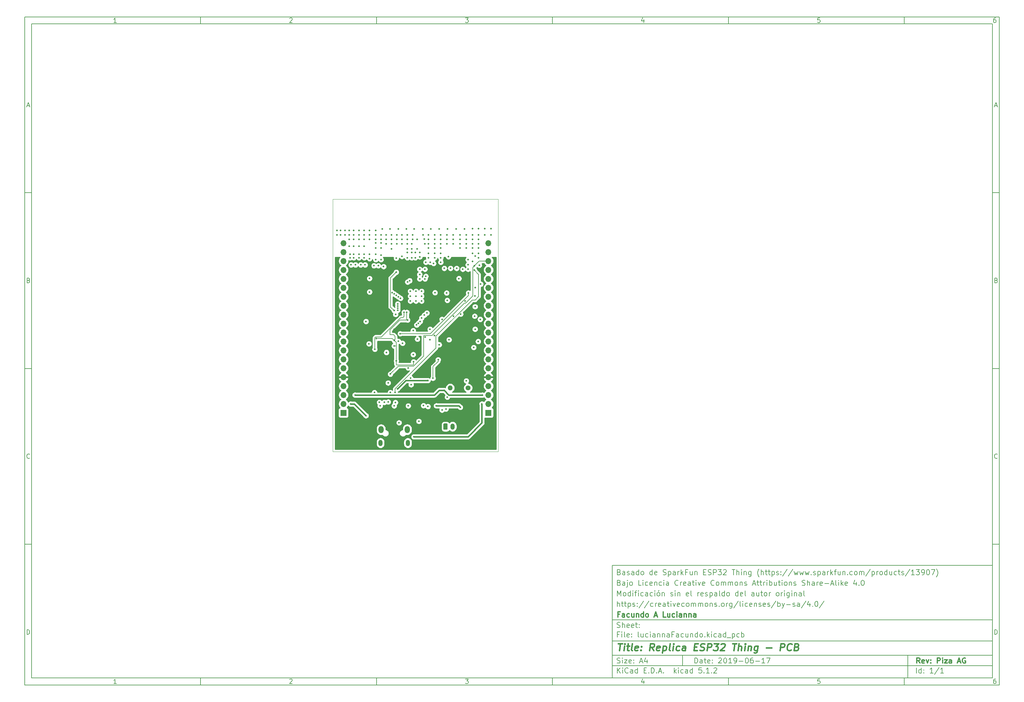
<source format=gbr>
G04 #@! TF.GenerationSoftware,KiCad,Pcbnew,5.1.2*
G04 #@! TF.CreationDate,2019-06-17T23:05:55-03:00*
G04 #@! TF.ProjectId,luciannaFacundo,6c756369-616e-46e6-9146-6163756e646f,Piza AG*
G04 #@! TF.SameCoordinates,Original*
G04 #@! TF.FileFunction,Copper,L3,Inr*
G04 #@! TF.FilePolarity,Positive*
%FSLAX46Y46*%
G04 Gerber Fmt 4.6, Leading zero omitted, Abs format (unit mm)*
G04 Created by KiCad (PCBNEW 5.1.2) date 2019-06-17 23:05:55*
%MOMM*%
%LPD*%
G04 APERTURE LIST*
%ADD10C,0.100000*%
%ADD11C,0.150000*%
%ADD12C,0.300000*%
%ADD13C,0.400000*%
%ADD14C,0.050000*%
%ADD15O,1.150000X1.800000*%
%ADD16O,1.450000X2.000000*%
%ADD17O,1.200000X1.750000*%
%ADD18C,1.200000*%
%ADD19C,0.500000*%
%ADD20R,1.700000X1.700000*%
%ADD21O,1.700000X1.700000*%
%ADD22C,1.400000*%
%ADD23O,1.400000X1.400000*%
%ADD24C,0.200000*%
%ADD25C,0.254000*%
G04 APERTURE END LIST*
D10*
D11*
X177002200Y-166007200D02*
X177002200Y-198007200D01*
X285002200Y-198007200D01*
X285002200Y-166007200D01*
X177002200Y-166007200D01*
D10*
D11*
X10000000Y-10000000D02*
X10000000Y-200007200D01*
X287002200Y-200007200D01*
X287002200Y-10000000D01*
X10000000Y-10000000D01*
D10*
D11*
X12000000Y-12000000D02*
X12000000Y-198007200D01*
X285002200Y-198007200D01*
X285002200Y-12000000D01*
X12000000Y-12000000D01*
D10*
D11*
X60000000Y-12000000D02*
X60000000Y-10000000D01*
D10*
D11*
X110000000Y-12000000D02*
X110000000Y-10000000D01*
D10*
D11*
X160000000Y-12000000D02*
X160000000Y-10000000D01*
D10*
D11*
X210000000Y-12000000D02*
X210000000Y-10000000D01*
D10*
D11*
X260000000Y-12000000D02*
X260000000Y-10000000D01*
D10*
D11*
X36065476Y-11588095D02*
X35322619Y-11588095D01*
X35694047Y-11588095D02*
X35694047Y-10288095D01*
X35570238Y-10473809D01*
X35446428Y-10597619D01*
X35322619Y-10659523D01*
D10*
D11*
X85322619Y-10411904D02*
X85384523Y-10350000D01*
X85508333Y-10288095D01*
X85817857Y-10288095D01*
X85941666Y-10350000D01*
X86003571Y-10411904D01*
X86065476Y-10535714D01*
X86065476Y-10659523D01*
X86003571Y-10845238D01*
X85260714Y-11588095D01*
X86065476Y-11588095D01*
D10*
D11*
X135260714Y-10288095D02*
X136065476Y-10288095D01*
X135632142Y-10783333D01*
X135817857Y-10783333D01*
X135941666Y-10845238D01*
X136003571Y-10907142D01*
X136065476Y-11030952D01*
X136065476Y-11340476D01*
X136003571Y-11464285D01*
X135941666Y-11526190D01*
X135817857Y-11588095D01*
X135446428Y-11588095D01*
X135322619Y-11526190D01*
X135260714Y-11464285D01*
D10*
D11*
X185941666Y-10721428D02*
X185941666Y-11588095D01*
X185632142Y-10226190D02*
X185322619Y-11154761D01*
X186127380Y-11154761D01*
D10*
D11*
X236003571Y-10288095D02*
X235384523Y-10288095D01*
X235322619Y-10907142D01*
X235384523Y-10845238D01*
X235508333Y-10783333D01*
X235817857Y-10783333D01*
X235941666Y-10845238D01*
X236003571Y-10907142D01*
X236065476Y-11030952D01*
X236065476Y-11340476D01*
X236003571Y-11464285D01*
X235941666Y-11526190D01*
X235817857Y-11588095D01*
X235508333Y-11588095D01*
X235384523Y-11526190D01*
X235322619Y-11464285D01*
D10*
D11*
X285941666Y-10288095D02*
X285694047Y-10288095D01*
X285570238Y-10350000D01*
X285508333Y-10411904D01*
X285384523Y-10597619D01*
X285322619Y-10845238D01*
X285322619Y-11340476D01*
X285384523Y-11464285D01*
X285446428Y-11526190D01*
X285570238Y-11588095D01*
X285817857Y-11588095D01*
X285941666Y-11526190D01*
X286003571Y-11464285D01*
X286065476Y-11340476D01*
X286065476Y-11030952D01*
X286003571Y-10907142D01*
X285941666Y-10845238D01*
X285817857Y-10783333D01*
X285570238Y-10783333D01*
X285446428Y-10845238D01*
X285384523Y-10907142D01*
X285322619Y-11030952D01*
D10*
D11*
X60000000Y-198007200D02*
X60000000Y-200007200D01*
D10*
D11*
X110000000Y-198007200D02*
X110000000Y-200007200D01*
D10*
D11*
X160000000Y-198007200D02*
X160000000Y-200007200D01*
D10*
D11*
X210000000Y-198007200D02*
X210000000Y-200007200D01*
D10*
D11*
X260000000Y-198007200D02*
X260000000Y-200007200D01*
D10*
D11*
X36065476Y-199595295D02*
X35322619Y-199595295D01*
X35694047Y-199595295D02*
X35694047Y-198295295D01*
X35570238Y-198481009D01*
X35446428Y-198604819D01*
X35322619Y-198666723D01*
D10*
D11*
X85322619Y-198419104D02*
X85384523Y-198357200D01*
X85508333Y-198295295D01*
X85817857Y-198295295D01*
X85941666Y-198357200D01*
X86003571Y-198419104D01*
X86065476Y-198542914D01*
X86065476Y-198666723D01*
X86003571Y-198852438D01*
X85260714Y-199595295D01*
X86065476Y-199595295D01*
D10*
D11*
X135260714Y-198295295D02*
X136065476Y-198295295D01*
X135632142Y-198790533D01*
X135817857Y-198790533D01*
X135941666Y-198852438D01*
X136003571Y-198914342D01*
X136065476Y-199038152D01*
X136065476Y-199347676D01*
X136003571Y-199471485D01*
X135941666Y-199533390D01*
X135817857Y-199595295D01*
X135446428Y-199595295D01*
X135322619Y-199533390D01*
X135260714Y-199471485D01*
D10*
D11*
X185941666Y-198728628D02*
X185941666Y-199595295D01*
X185632142Y-198233390D02*
X185322619Y-199161961D01*
X186127380Y-199161961D01*
D10*
D11*
X236003571Y-198295295D02*
X235384523Y-198295295D01*
X235322619Y-198914342D01*
X235384523Y-198852438D01*
X235508333Y-198790533D01*
X235817857Y-198790533D01*
X235941666Y-198852438D01*
X236003571Y-198914342D01*
X236065476Y-199038152D01*
X236065476Y-199347676D01*
X236003571Y-199471485D01*
X235941666Y-199533390D01*
X235817857Y-199595295D01*
X235508333Y-199595295D01*
X235384523Y-199533390D01*
X235322619Y-199471485D01*
D10*
D11*
X285941666Y-198295295D02*
X285694047Y-198295295D01*
X285570238Y-198357200D01*
X285508333Y-198419104D01*
X285384523Y-198604819D01*
X285322619Y-198852438D01*
X285322619Y-199347676D01*
X285384523Y-199471485D01*
X285446428Y-199533390D01*
X285570238Y-199595295D01*
X285817857Y-199595295D01*
X285941666Y-199533390D01*
X286003571Y-199471485D01*
X286065476Y-199347676D01*
X286065476Y-199038152D01*
X286003571Y-198914342D01*
X285941666Y-198852438D01*
X285817857Y-198790533D01*
X285570238Y-198790533D01*
X285446428Y-198852438D01*
X285384523Y-198914342D01*
X285322619Y-199038152D01*
D10*
D11*
X10000000Y-60000000D02*
X12000000Y-60000000D01*
D10*
D11*
X10000000Y-110000000D02*
X12000000Y-110000000D01*
D10*
D11*
X10000000Y-160000000D02*
X12000000Y-160000000D01*
D10*
D11*
X10690476Y-35216666D02*
X11309523Y-35216666D01*
X10566666Y-35588095D02*
X11000000Y-34288095D01*
X11433333Y-35588095D01*
D10*
D11*
X11092857Y-84907142D02*
X11278571Y-84969047D01*
X11340476Y-85030952D01*
X11402380Y-85154761D01*
X11402380Y-85340476D01*
X11340476Y-85464285D01*
X11278571Y-85526190D01*
X11154761Y-85588095D01*
X10659523Y-85588095D01*
X10659523Y-84288095D01*
X11092857Y-84288095D01*
X11216666Y-84350000D01*
X11278571Y-84411904D01*
X11340476Y-84535714D01*
X11340476Y-84659523D01*
X11278571Y-84783333D01*
X11216666Y-84845238D01*
X11092857Y-84907142D01*
X10659523Y-84907142D01*
D10*
D11*
X11402380Y-135464285D02*
X11340476Y-135526190D01*
X11154761Y-135588095D01*
X11030952Y-135588095D01*
X10845238Y-135526190D01*
X10721428Y-135402380D01*
X10659523Y-135278571D01*
X10597619Y-135030952D01*
X10597619Y-134845238D01*
X10659523Y-134597619D01*
X10721428Y-134473809D01*
X10845238Y-134350000D01*
X11030952Y-134288095D01*
X11154761Y-134288095D01*
X11340476Y-134350000D01*
X11402380Y-134411904D01*
D10*
D11*
X10659523Y-185588095D02*
X10659523Y-184288095D01*
X10969047Y-184288095D01*
X11154761Y-184350000D01*
X11278571Y-184473809D01*
X11340476Y-184597619D01*
X11402380Y-184845238D01*
X11402380Y-185030952D01*
X11340476Y-185278571D01*
X11278571Y-185402380D01*
X11154761Y-185526190D01*
X10969047Y-185588095D01*
X10659523Y-185588095D01*
D10*
D11*
X287002200Y-60000000D02*
X285002200Y-60000000D01*
D10*
D11*
X287002200Y-110000000D02*
X285002200Y-110000000D01*
D10*
D11*
X287002200Y-160000000D02*
X285002200Y-160000000D01*
D10*
D11*
X285692676Y-35216666D02*
X286311723Y-35216666D01*
X285568866Y-35588095D02*
X286002200Y-34288095D01*
X286435533Y-35588095D01*
D10*
D11*
X286095057Y-84907142D02*
X286280771Y-84969047D01*
X286342676Y-85030952D01*
X286404580Y-85154761D01*
X286404580Y-85340476D01*
X286342676Y-85464285D01*
X286280771Y-85526190D01*
X286156961Y-85588095D01*
X285661723Y-85588095D01*
X285661723Y-84288095D01*
X286095057Y-84288095D01*
X286218866Y-84350000D01*
X286280771Y-84411904D01*
X286342676Y-84535714D01*
X286342676Y-84659523D01*
X286280771Y-84783333D01*
X286218866Y-84845238D01*
X286095057Y-84907142D01*
X285661723Y-84907142D01*
D10*
D11*
X286404580Y-135464285D02*
X286342676Y-135526190D01*
X286156961Y-135588095D01*
X286033152Y-135588095D01*
X285847438Y-135526190D01*
X285723628Y-135402380D01*
X285661723Y-135278571D01*
X285599819Y-135030952D01*
X285599819Y-134845238D01*
X285661723Y-134597619D01*
X285723628Y-134473809D01*
X285847438Y-134350000D01*
X286033152Y-134288095D01*
X286156961Y-134288095D01*
X286342676Y-134350000D01*
X286404580Y-134411904D01*
D10*
D11*
X285661723Y-185588095D02*
X285661723Y-184288095D01*
X285971247Y-184288095D01*
X286156961Y-184350000D01*
X286280771Y-184473809D01*
X286342676Y-184597619D01*
X286404580Y-184845238D01*
X286404580Y-185030952D01*
X286342676Y-185278571D01*
X286280771Y-185402380D01*
X286156961Y-185526190D01*
X285971247Y-185588095D01*
X285661723Y-185588095D01*
D10*
D11*
X200434342Y-193785771D02*
X200434342Y-192285771D01*
X200791485Y-192285771D01*
X201005771Y-192357200D01*
X201148628Y-192500057D01*
X201220057Y-192642914D01*
X201291485Y-192928628D01*
X201291485Y-193142914D01*
X201220057Y-193428628D01*
X201148628Y-193571485D01*
X201005771Y-193714342D01*
X200791485Y-193785771D01*
X200434342Y-193785771D01*
X202577200Y-193785771D02*
X202577200Y-193000057D01*
X202505771Y-192857200D01*
X202362914Y-192785771D01*
X202077200Y-192785771D01*
X201934342Y-192857200D01*
X202577200Y-193714342D02*
X202434342Y-193785771D01*
X202077200Y-193785771D01*
X201934342Y-193714342D01*
X201862914Y-193571485D01*
X201862914Y-193428628D01*
X201934342Y-193285771D01*
X202077200Y-193214342D01*
X202434342Y-193214342D01*
X202577200Y-193142914D01*
X203077200Y-192785771D02*
X203648628Y-192785771D01*
X203291485Y-192285771D02*
X203291485Y-193571485D01*
X203362914Y-193714342D01*
X203505771Y-193785771D01*
X203648628Y-193785771D01*
X204720057Y-193714342D02*
X204577200Y-193785771D01*
X204291485Y-193785771D01*
X204148628Y-193714342D01*
X204077200Y-193571485D01*
X204077200Y-193000057D01*
X204148628Y-192857200D01*
X204291485Y-192785771D01*
X204577200Y-192785771D01*
X204720057Y-192857200D01*
X204791485Y-193000057D01*
X204791485Y-193142914D01*
X204077200Y-193285771D01*
X205434342Y-193642914D02*
X205505771Y-193714342D01*
X205434342Y-193785771D01*
X205362914Y-193714342D01*
X205434342Y-193642914D01*
X205434342Y-193785771D01*
X205434342Y-192857200D02*
X205505771Y-192928628D01*
X205434342Y-193000057D01*
X205362914Y-192928628D01*
X205434342Y-192857200D01*
X205434342Y-193000057D01*
X207220057Y-192428628D02*
X207291485Y-192357200D01*
X207434342Y-192285771D01*
X207791485Y-192285771D01*
X207934342Y-192357200D01*
X208005771Y-192428628D01*
X208077200Y-192571485D01*
X208077200Y-192714342D01*
X208005771Y-192928628D01*
X207148628Y-193785771D01*
X208077200Y-193785771D01*
X209005771Y-192285771D02*
X209148628Y-192285771D01*
X209291485Y-192357200D01*
X209362914Y-192428628D01*
X209434342Y-192571485D01*
X209505771Y-192857200D01*
X209505771Y-193214342D01*
X209434342Y-193500057D01*
X209362914Y-193642914D01*
X209291485Y-193714342D01*
X209148628Y-193785771D01*
X209005771Y-193785771D01*
X208862914Y-193714342D01*
X208791485Y-193642914D01*
X208720057Y-193500057D01*
X208648628Y-193214342D01*
X208648628Y-192857200D01*
X208720057Y-192571485D01*
X208791485Y-192428628D01*
X208862914Y-192357200D01*
X209005771Y-192285771D01*
X210934342Y-193785771D02*
X210077200Y-193785771D01*
X210505771Y-193785771D02*
X210505771Y-192285771D01*
X210362914Y-192500057D01*
X210220057Y-192642914D01*
X210077200Y-192714342D01*
X211648628Y-193785771D02*
X211934342Y-193785771D01*
X212077200Y-193714342D01*
X212148628Y-193642914D01*
X212291485Y-193428628D01*
X212362914Y-193142914D01*
X212362914Y-192571485D01*
X212291485Y-192428628D01*
X212220057Y-192357200D01*
X212077200Y-192285771D01*
X211791485Y-192285771D01*
X211648628Y-192357200D01*
X211577200Y-192428628D01*
X211505771Y-192571485D01*
X211505771Y-192928628D01*
X211577200Y-193071485D01*
X211648628Y-193142914D01*
X211791485Y-193214342D01*
X212077200Y-193214342D01*
X212220057Y-193142914D01*
X212291485Y-193071485D01*
X212362914Y-192928628D01*
X213005771Y-193214342D02*
X214148628Y-193214342D01*
X215148628Y-192285771D02*
X215291485Y-192285771D01*
X215434342Y-192357200D01*
X215505771Y-192428628D01*
X215577200Y-192571485D01*
X215648628Y-192857200D01*
X215648628Y-193214342D01*
X215577200Y-193500057D01*
X215505771Y-193642914D01*
X215434342Y-193714342D01*
X215291485Y-193785771D01*
X215148628Y-193785771D01*
X215005771Y-193714342D01*
X214934342Y-193642914D01*
X214862914Y-193500057D01*
X214791485Y-193214342D01*
X214791485Y-192857200D01*
X214862914Y-192571485D01*
X214934342Y-192428628D01*
X215005771Y-192357200D01*
X215148628Y-192285771D01*
X216934342Y-192285771D02*
X216648628Y-192285771D01*
X216505771Y-192357200D01*
X216434342Y-192428628D01*
X216291485Y-192642914D01*
X216220057Y-192928628D01*
X216220057Y-193500057D01*
X216291485Y-193642914D01*
X216362914Y-193714342D01*
X216505771Y-193785771D01*
X216791485Y-193785771D01*
X216934342Y-193714342D01*
X217005771Y-193642914D01*
X217077200Y-193500057D01*
X217077200Y-193142914D01*
X217005771Y-193000057D01*
X216934342Y-192928628D01*
X216791485Y-192857200D01*
X216505771Y-192857200D01*
X216362914Y-192928628D01*
X216291485Y-193000057D01*
X216220057Y-193142914D01*
X217720057Y-193214342D02*
X218862914Y-193214342D01*
X220362914Y-193785771D02*
X219505771Y-193785771D01*
X219934342Y-193785771D02*
X219934342Y-192285771D01*
X219791485Y-192500057D01*
X219648628Y-192642914D01*
X219505771Y-192714342D01*
X220862914Y-192285771D02*
X221862914Y-192285771D01*
X221220057Y-193785771D01*
D10*
D11*
X177002200Y-194507200D02*
X285002200Y-194507200D01*
D10*
D11*
X178434342Y-196585771D02*
X178434342Y-195085771D01*
X179291485Y-196585771D02*
X178648628Y-195728628D01*
X179291485Y-195085771D02*
X178434342Y-195942914D01*
X179934342Y-196585771D02*
X179934342Y-195585771D01*
X179934342Y-195085771D02*
X179862914Y-195157200D01*
X179934342Y-195228628D01*
X180005771Y-195157200D01*
X179934342Y-195085771D01*
X179934342Y-195228628D01*
X181505771Y-196442914D02*
X181434342Y-196514342D01*
X181220057Y-196585771D01*
X181077200Y-196585771D01*
X180862914Y-196514342D01*
X180720057Y-196371485D01*
X180648628Y-196228628D01*
X180577200Y-195942914D01*
X180577200Y-195728628D01*
X180648628Y-195442914D01*
X180720057Y-195300057D01*
X180862914Y-195157200D01*
X181077200Y-195085771D01*
X181220057Y-195085771D01*
X181434342Y-195157200D01*
X181505771Y-195228628D01*
X182791485Y-196585771D02*
X182791485Y-195800057D01*
X182720057Y-195657200D01*
X182577200Y-195585771D01*
X182291485Y-195585771D01*
X182148628Y-195657200D01*
X182791485Y-196514342D02*
X182648628Y-196585771D01*
X182291485Y-196585771D01*
X182148628Y-196514342D01*
X182077200Y-196371485D01*
X182077200Y-196228628D01*
X182148628Y-196085771D01*
X182291485Y-196014342D01*
X182648628Y-196014342D01*
X182791485Y-195942914D01*
X184148628Y-196585771D02*
X184148628Y-195085771D01*
X184148628Y-196514342D02*
X184005771Y-196585771D01*
X183720057Y-196585771D01*
X183577200Y-196514342D01*
X183505771Y-196442914D01*
X183434342Y-196300057D01*
X183434342Y-195871485D01*
X183505771Y-195728628D01*
X183577200Y-195657200D01*
X183720057Y-195585771D01*
X184005771Y-195585771D01*
X184148628Y-195657200D01*
X186005771Y-195800057D02*
X186505771Y-195800057D01*
X186720057Y-196585771D02*
X186005771Y-196585771D01*
X186005771Y-195085771D01*
X186720057Y-195085771D01*
X187362914Y-196442914D02*
X187434342Y-196514342D01*
X187362914Y-196585771D01*
X187291485Y-196514342D01*
X187362914Y-196442914D01*
X187362914Y-196585771D01*
X188077200Y-196585771D02*
X188077200Y-195085771D01*
X188434342Y-195085771D01*
X188648628Y-195157200D01*
X188791485Y-195300057D01*
X188862914Y-195442914D01*
X188934342Y-195728628D01*
X188934342Y-195942914D01*
X188862914Y-196228628D01*
X188791485Y-196371485D01*
X188648628Y-196514342D01*
X188434342Y-196585771D01*
X188077200Y-196585771D01*
X189577200Y-196442914D02*
X189648628Y-196514342D01*
X189577200Y-196585771D01*
X189505771Y-196514342D01*
X189577200Y-196442914D01*
X189577200Y-196585771D01*
X190220057Y-196157200D02*
X190934342Y-196157200D01*
X190077200Y-196585771D02*
X190577200Y-195085771D01*
X191077200Y-196585771D01*
X191577200Y-196442914D02*
X191648628Y-196514342D01*
X191577200Y-196585771D01*
X191505771Y-196514342D01*
X191577200Y-196442914D01*
X191577200Y-196585771D01*
X194577200Y-196585771D02*
X194577200Y-195085771D01*
X194720057Y-196014342D02*
X195148628Y-196585771D01*
X195148628Y-195585771D02*
X194577200Y-196157200D01*
X195791485Y-196585771D02*
X195791485Y-195585771D01*
X195791485Y-195085771D02*
X195720057Y-195157200D01*
X195791485Y-195228628D01*
X195862914Y-195157200D01*
X195791485Y-195085771D01*
X195791485Y-195228628D01*
X197148628Y-196514342D02*
X197005771Y-196585771D01*
X196720057Y-196585771D01*
X196577200Y-196514342D01*
X196505771Y-196442914D01*
X196434342Y-196300057D01*
X196434342Y-195871485D01*
X196505771Y-195728628D01*
X196577200Y-195657200D01*
X196720057Y-195585771D01*
X197005771Y-195585771D01*
X197148628Y-195657200D01*
X198434342Y-196585771D02*
X198434342Y-195800057D01*
X198362914Y-195657200D01*
X198220057Y-195585771D01*
X197934342Y-195585771D01*
X197791485Y-195657200D01*
X198434342Y-196514342D02*
X198291485Y-196585771D01*
X197934342Y-196585771D01*
X197791485Y-196514342D01*
X197720057Y-196371485D01*
X197720057Y-196228628D01*
X197791485Y-196085771D01*
X197934342Y-196014342D01*
X198291485Y-196014342D01*
X198434342Y-195942914D01*
X199791485Y-196585771D02*
X199791485Y-195085771D01*
X199791485Y-196514342D02*
X199648628Y-196585771D01*
X199362914Y-196585771D01*
X199220057Y-196514342D01*
X199148628Y-196442914D01*
X199077200Y-196300057D01*
X199077200Y-195871485D01*
X199148628Y-195728628D01*
X199220057Y-195657200D01*
X199362914Y-195585771D01*
X199648628Y-195585771D01*
X199791485Y-195657200D01*
X202362914Y-195085771D02*
X201648628Y-195085771D01*
X201577200Y-195800057D01*
X201648628Y-195728628D01*
X201791485Y-195657200D01*
X202148628Y-195657200D01*
X202291485Y-195728628D01*
X202362914Y-195800057D01*
X202434342Y-195942914D01*
X202434342Y-196300057D01*
X202362914Y-196442914D01*
X202291485Y-196514342D01*
X202148628Y-196585771D01*
X201791485Y-196585771D01*
X201648628Y-196514342D01*
X201577200Y-196442914D01*
X203077200Y-196442914D02*
X203148628Y-196514342D01*
X203077200Y-196585771D01*
X203005771Y-196514342D01*
X203077200Y-196442914D01*
X203077200Y-196585771D01*
X204577200Y-196585771D02*
X203720057Y-196585771D01*
X204148628Y-196585771D02*
X204148628Y-195085771D01*
X204005771Y-195300057D01*
X203862914Y-195442914D01*
X203720057Y-195514342D01*
X205220057Y-196442914D02*
X205291485Y-196514342D01*
X205220057Y-196585771D01*
X205148628Y-196514342D01*
X205220057Y-196442914D01*
X205220057Y-196585771D01*
X205862914Y-195228628D02*
X205934342Y-195157200D01*
X206077200Y-195085771D01*
X206434342Y-195085771D01*
X206577200Y-195157200D01*
X206648628Y-195228628D01*
X206720057Y-195371485D01*
X206720057Y-195514342D01*
X206648628Y-195728628D01*
X205791485Y-196585771D01*
X206720057Y-196585771D01*
D10*
D11*
X177002200Y-191507200D02*
X285002200Y-191507200D01*
D10*
D12*
X264411485Y-193785771D02*
X263911485Y-193071485D01*
X263554342Y-193785771D02*
X263554342Y-192285771D01*
X264125771Y-192285771D01*
X264268628Y-192357200D01*
X264340057Y-192428628D01*
X264411485Y-192571485D01*
X264411485Y-192785771D01*
X264340057Y-192928628D01*
X264268628Y-193000057D01*
X264125771Y-193071485D01*
X263554342Y-193071485D01*
X265625771Y-193714342D02*
X265482914Y-193785771D01*
X265197200Y-193785771D01*
X265054342Y-193714342D01*
X264982914Y-193571485D01*
X264982914Y-193000057D01*
X265054342Y-192857200D01*
X265197200Y-192785771D01*
X265482914Y-192785771D01*
X265625771Y-192857200D01*
X265697200Y-193000057D01*
X265697200Y-193142914D01*
X264982914Y-193285771D01*
X266197200Y-192785771D02*
X266554342Y-193785771D01*
X266911485Y-192785771D01*
X267482914Y-193642914D02*
X267554342Y-193714342D01*
X267482914Y-193785771D01*
X267411485Y-193714342D01*
X267482914Y-193642914D01*
X267482914Y-193785771D01*
X267482914Y-192857200D02*
X267554342Y-192928628D01*
X267482914Y-193000057D01*
X267411485Y-192928628D01*
X267482914Y-192857200D01*
X267482914Y-193000057D01*
X269340057Y-193785771D02*
X269340057Y-192285771D01*
X269911485Y-192285771D01*
X270054342Y-192357200D01*
X270125771Y-192428628D01*
X270197200Y-192571485D01*
X270197200Y-192785771D01*
X270125771Y-192928628D01*
X270054342Y-193000057D01*
X269911485Y-193071485D01*
X269340057Y-193071485D01*
X270840057Y-193785771D02*
X270840057Y-192785771D01*
X270840057Y-192285771D02*
X270768628Y-192357200D01*
X270840057Y-192428628D01*
X270911485Y-192357200D01*
X270840057Y-192285771D01*
X270840057Y-192428628D01*
X271411485Y-192785771D02*
X272197200Y-192785771D01*
X271411485Y-193785771D01*
X272197200Y-193785771D01*
X273411485Y-193785771D02*
X273411485Y-193000057D01*
X273340057Y-192857200D01*
X273197200Y-192785771D01*
X272911485Y-192785771D01*
X272768628Y-192857200D01*
X273411485Y-193714342D02*
X273268628Y-193785771D01*
X272911485Y-193785771D01*
X272768628Y-193714342D01*
X272697200Y-193571485D01*
X272697200Y-193428628D01*
X272768628Y-193285771D01*
X272911485Y-193214342D01*
X273268628Y-193214342D01*
X273411485Y-193142914D01*
X275197200Y-193357200D02*
X275911485Y-193357200D01*
X275054342Y-193785771D02*
X275554342Y-192285771D01*
X276054342Y-193785771D01*
X277340057Y-192357200D02*
X277197200Y-192285771D01*
X276982914Y-192285771D01*
X276768628Y-192357200D01*
X276625771Y-192500057D01*
X276554342Y-192642914D01*
X276482914Y-192928628D01*
X276482914Y-193142914D01*
X276554342Y-193428628D01*
X276625771Y-193571485D01*
X276768628Y-193714342D01*
X276982914Y-193785771D01*
X277125771Y-193785771D01*
X277340057Y-193714342D01*
X277411485Y-193642914D01*
X277411485Y-193142914D01*
X277125771Y-193142914D01*
D10*
D11*
X178362914Y-193714342D02*
X178577200Y-193785771D01*
X178934342Y-193785771D01*
X179077200Y-193714342D01*
X179148628Y-193642914D01*
X179220057Y-193500057D01*
X179220057Y-193357200D01*
X179148628Y-193214342D01*
X179077200Y-193142914D01*
X178934342Y-193071485D01*
X178648628Y-193000057D01*
X178505771Y-192928628D01*
X178434342Y-192857200D01*
X178362914Y-192714342D01*
X178362914Y-192571485D01*
X178434342Y-192428628D01*
X178505771Y-192357200D01*
X178648628Y-192285771D01*
X179005771Y-192285771D01*
X179220057Y-192357200D01*
X179862914Y-193785771D02*
X179862914Y-192785771D01*
X179862914Y-192285771D02*
X179791485Y-192357200D01*
X179862914Y-192428628D01*
X179934342Y-192357200D01*
X179862914Y-192285771D01*
X179862914Y-192428628D01*
X180434342Y-192785771D02*
X181220057Y-192785771D01*
X180434342Y-193785771D01*
X181220057Y-193785771D01*
X182362914Y-193714342D02*
X182220057Y-193785771D01*
X181934342Y-193785771D01*
X181791485Y-193714342D01*
X181720057Y-193571485D01*
X181720057Y-193000057D01*
X181791485Y-192857200D01*
X181934342Y-192785771D01*
X182220057Y-192785771D01*
X182362914Y-192857200D01*
X182434342Y-193000057D01*
X182434342Y-193142914D01*
X181720057Y-193285771D01*
X183077200Y-193642914D02*
X183148628Y-193714342D01*
X183077200Y-193785771D01*
X183005771Y-193714342D01*
X183077200Y-193642914D01*
X183077200Y-193785771D01*
X183077200Y-192857200D02*
X183148628Y-192928628D01*
X183077200Y-193000057D01*
X183005771Y-192928628D01*
X183077200Y-192857200D01*
X183077200Y-193000057D01*
X184862914Y-193357200D02*
X185577200Y-193357200D01*
X184720057Y-193785771D02*
X185220057Y-192285771D01*
X185720057Y-193785771D01*
X186862914Y-192785771D02*
X186862914Y-193785771D01*
X186505771Y-192214342D02*
X186148628Y-193285771D01*
X187077200Y-193285771D01*
D10*
D11*
X263434342Y-196585771D02*
X263434342Y-195085771D01*
X264791485Y-196585771D02*
X264791485Y-195085771D01*
X264791485Y-196514342D02*
X264648628Y-196585771D01*
X264362914Y-196585771D01*
X264220057Y-196514342D01*
X264148628Y-196442914D01*
X264077200Y-196300057D01*
X264077200Y-195871485D01*
X264148628Y-195728628D01*
X264220057Y-195657200D01*
X264362914Y-195585771D01*
X264648628Y-195585771D01*
X264791485Y-195657200D01*
X265505771Y-196442914D02*
X265577200Y-196514342D01*
X265505771Y-196585771D01*
X265434342Y-196514342D01*
X265505771Y-196442914D01*
X265505771Y-196585771D01*
X265505771Y-195657200D02*
X265577200Y-195728628D01*
X265505771Y-195800057D01*
X265434342Y-195728628D01*
X265505771Y-195657200D01*
X265505771Y-195800057D01*
X268148628Y-196585771D02*
X267291485Y-196585771D01*
X267720057Y-196585771D02*
X267720057Y-195085771D01*
X267577200Y-195300057D01*
X267434342Y-195442914D01*
X267291485Y-195514342D01*
X269862914Y-195014342D02*
X268577200Y-196942914D01*
X271148628Y-196585771D02*
X270291485Y-196585771D01*
X270720057Y-196585771D02*
X270720057Y-195085771D01*
X270577200Y-195300057D01*
X270434342Y-195442914D01*
X270291485Y-195514342D01*
D10*
D11*
X177002200Y-187507200D02*
X285002200Y-187507200D01*
D10*
D13*
X178714580Y-188211961D02*
X179857438Y-188211961D01*
X179036009Y-190211961D02*
X179286009Y-188211961D01*
X180274104Y-190211961D02*
X180440771Y-188878628D01*
X180524104Y-188211961D02*
X180416961Y-188307200D01*
X180500295Y-188402438D01*
X180607438Y-188307200D01*
X180524104Y-188211961D01*
X180500295Y-188402438D01*
X181107438Y-188878628D02*
X181869342Y-188878628D01*
X181476485Y-188211961D02*
X181262200Y-189926247D01*
X181333628Y-190116723D01*
X181512200Y-190211961D01*
X181702676Y-190211961D01*
X182655057Y-190211961D02*
X182476485Y-190116723D01*
X182405057Y-189926247D01*
X182619342Y-188211961D01*
X184190771Y-190116723D02*
X183988390Y-190211961D01*
X183607438Y-190211961D01*
X183428866Y-190116723D01*
X183357438Y-189926247D01*
X183452676Y-189164342D01*
X183571723Y-188973866D01*
X183774104Y-188878628D01*
X184155057Y-188878628D01*
X184333628Y-188973866D01*
X184405057Y-189164342D01*
X184381247Y-189354819D01*
X183405057Y-189545295D01*
X185155057Y-190021485D02*
X185238390Y-190116723D01*
X185131247Y-190211961D01*
X185047914Y-190116723D01*
X185155057Y-190021485D01*
X185131247Y-190211961D01*
X185286009Y-188973866D02*
X185369342Y-189069104D01*
X185262200Y-189164342D01*
X185178866Y-189069104D01*
X185286009Y-188973866D01*
X185262200Y-189164342D01*
X188750295Y-190211961D02*
X188202676Y-189259580D01*
X187607438Y-190211961D02*
X187857438Y-188211961D01*
X188619342Y-188211961D01*
X188797914Y-188307200D01*
X188881247Y-188402438D01*
X188952676Y-188592914D01*
X188916961Y-188878628D01*
X188797914Y-189069104D01*
X188690771Y-189164342D01*
X188488390Y-189259580D01*
X187726485Y-189259580D01*
X190381247Y-190116723D02*
X190178866Y-190211961D01*
X189797914Y-190211961D01*
X189619342Y-190116723D01*
X189547914Y-189926247D01*
X189643152Y-189164342D01*
X189762200Y-188973866D01*
X189964580Y-188878628D01*
X190345533Y-188878628D01*
X190524104Y-188973866D01*
X190595533Y-189164342D01*
X190571723Y-189354819D01*
X189595533Y-189545295D01*
X191488390Y-188878628D02*
X191238390Y-190878628D01*
X191476485Y-188973866D02*
X191678866Y-188878628D01*
X192059819Y-188878628D01*
X192238390Y-188973866D01*
X192321723Y-189069104D01*
X192393152Y-189259580D01*
X192321723Y-189831009D01*
X192202676Y-190021485D01*
X192095533Y-190116723D01*
X191893152Y-190211961D01*
X191512200Y-190211961D01*
X191333628Y-190116723D01*
X193416961Y-190211961D02*
X193238390Y-190116723D01*
X193166961Y-189926247D01*
X193381247Y-188211961D01*
X194178866Y-190211961D02*
X194345533Y-188878628D01*
X194428866Y-188211961D02*
X194321723Y-188307200D01*
X194405057Y-188402438D01*
X194512200Y-188307200D01*
X194428866Y-188211961D01*
X194405057Y-188402438D01*
X196000295Y-190116723D02*
X195797914Y-190211961D01*
X195416961Y-190211961D01*
X195238390Y-190116723D01*
X195155057Y-190021485D01*
X195083628Y-189831009D01*
X195155057Y-189259580D01*
X195274104Y-189069104D01*
X195381247Y-188973866D01*
X195583628Y-188878628D01*
X195964580Y-188878628D01*
X196143152Y-188973866D01*
X197702676Y-190211961D02*
X197833628Y-189164342D01*
X197762200Y-188973866D01*
X197583628Y-188878628D01*
X197202676Y-188878628D01*
X197000295Y-188973866D01*
X197714580Y-190116723D02*
X197512200Y-190211961D01*
X197036009Y-190211961D01*
X196857438Y-190116723D01*
X196786009Y-189926247D01*
X196809819Y-189735771D01*
X196928866Y-189545295D01*
X197131247Y-189450057D01*
X197607438Y-189450057D01*
X197809819Y-189354819D01*
X200309819Y-189164342D02*
X200976485Y-189164342D01*
X201131247Y-190211961D02*
X200178866Y-190211961D01*
X200428866Y-188211961D01*
X201381247Y-188211961D01*
X201905057Y-190116723D02*
X202178866Y-190211961D01*
X202655057Y-190211961D01*
X202857438Y-190116723D01*
X202964580Y-190021485D01*
X203083628Y-189831009D01*
X203107438Y-189640533D01*
X203036009Y-189450057D01*
X202952676Y-189354819D01*
X202774104Y-189259580D01*
X202405057Y-189164342D01*
X202226485Y-189069104D01*
X202143152Y-188973866D01*
X202071723Y-188783390D01*
X202095533Y-188592914D01*
X202214580Y-188402438D01*
X202321723Y-188307200D01*
X202524104Y-188211961D01*
X203000295Y-188211961D01*
X203274104Y-188307200D01*
X203893152Y-190211961D02*
X204143152Y-188211961D01*
X204905057Y-188211961D01*
X205083628Y-188307200D01*
X205166961Y-188402438D01*
X205238390Y-188592914D01*
X205202676Y-188878628D01*
X205083628Y-189069104D01*
X204976485Y-189164342D01*
X204774104Y-189259580D01*
X204012200Y-189259580D01*
X205952676Y-188211961D02*
X207190771Y-188211961D01*
X206428866Y-188973866D01*
X206714580Y-188973866D01*
X206893152Y-189069104D01*
X206976485Y-189164342D01*
X207047914Y-189354819D01*
X206988390Y-189831009D01*
X206869342Y-190021485D01*
X206762200Y-190116723D01*
X206559819Y-190211961D01*
X205988390Y-190211961D01*
X205809819Y-190116723D01*
X205726485Y-190021485D01*
X207928866Y-188402438D02*
X208036009Y-188307200D01*
X208238390Y-188211961D01*
X208714580Y-188211961D01*
X208893152Y-188307200D01*
X208976485Y-188402438D01*
X209047914Y-188592914D01*
X209024104Y-188783390D01*
X208893152Y-189069104D01*
X207607438Y-190211961D01*
X208845533Y-190211961D01*
X211190771Y-188211961D02*
X212333628Y-188211961D01*
X211512200Y-190211961D02*
X211762200Y-188211961D01*
X212750295Y-190211961D02*
X213000295Y-188211961D01*
X213607438Y-190211961D02*
X213738390Y-189164342D01*
X213666961Y-188973866D01*
X213488390Y-188878628D01*
X213202676Y-188878628D01*
X213000295Y-188973866D01*
X212893152Y-189069104D01*
X214559819Y-190211961D02*
X214726485Y-188878628D01*
X214809819Y-188211961D02*
X214702676Y-188307200D01*
X214786009Y-188402438D01*
X214893152Y-188307200D01*
X214809819Y-188211961D01*
X214786009Y-188402438D01*
X215678866Y-188878628D02*
X215512200Y-190211961D01*
X215655057Y-189069104D02*
X215762200Y-188973866D01*
X215964580Y-188878628D01*
X216250295Y-188878628D01*
X216428866Y-188973866D01*
X216500295Y-189164342D01*
X216369342Y-190211961D01*
X218345533Y-188878628D02*
X218143152Y-190497676D01*
X218024104Y-190688152D01*
X217916961Y-190783390D01*
X217714580Y-190878628D01*
X217428866Y-190878628D01*
X217250295Y-190783390D01*
X218190771Y-190116723D02*
X217988390Y-190211961D01*
X217607438Y-190211961D01*
X217428866Y-190116723D01*
X217345533Y-190021485D01*
X217274104Y-189831009D01*
X217345533Y-189259580D01*
X217464580Y-189069104D01*
X217571723Y-188973866D01*
X217774104Y-188878628D01*
X218155057Y-188878628D01*
X218333628Y-188973866D01*
X220750295Y-189450057D02*
X222274104Y-189450057D01*
X224655057Y-190211961D02*
X224905057Y-188211961D01*
X225666961Y-188211961D01*
X225845533Y-188307200D01*
X225928866Y-188402438D01*
X226000295Y-188592914D01*
X225964580Y-188878628D01*
X225845533Y-189069104D01*
X225738390Y-189164342D01*
X225536009Y-189259580D01*
X224774104Y-189259580D01*
X227821723Y-190021485D02*
X227714580Y-190116723D01*
X227416961Y-190211961D01*
X227226485Y-190211961D01*
X226952676Y-190116723D01*
X226786009Y-189926247D01*
X226714580Y-189735771D01*
X226666961Y-189354819D01*
X226702676Y-189069104D01*
X226845533Y-188688152D01*
X226964580Y-188497676D01*
X227178866Y-188307200D01*
X227476485Y-188211961D01*
X227666961Y-188211961D01*
X227940771Y-188307200D01*
X228024104Y-188402438D01*
X229452676Y-189164342D02*
X229726485Y-189259580D01*
X229809819Y-189354819D01*
X229881247Y-189545295D01*
X229845533Y-189831009D01*
X229726485Y-190021485D01*
X229619342Y-190116723D01*
X229416961Y-190211961D01*
X228655057Y-190211961D01*
X228905057Y-188211961D01*
X229571723Y-188211961D01*
X229750295Y-188307200D01*
X229833628Y-188402438D01*
X229905057Y-188592914D01*
X229881247Y-188783390D01*
X229762199Y-188973866D01*
X229655057Y-189069104D01*
X229452676Y-189164342D01*
X228786009Y-189164342D01*
D10*
D11*
X178934342Y-185600057D02*
X178434342Y-185600057D01*
X178434342Y-186385771D02*
X178434342Y-184885771D01*
X179148628Y-184885771D01*
X179720057Y-186385771D02*
X179720057Y-185385771D01*
X179720057Y-184885771D02*
X179648628Y-184957200D01*
X179720057Y-185028628D01*
X179791485Y-184957200D01*
X179720057Y-184885771D01*
X179720057Y-185028628D01*
X180648628Y-186385771D02*
X180505771Y-186314342D01*
X180434342Y-186171485D01*
X180434342Y-184885771D01*
X181791485Y-186314342D02*
X181648628Y-186385771D01*
X181362914Y-186385771D01*
X181220057Y-186314342D01*
X181148628Y-186171485D01*
X181148628Y-185600057D01*
X181220057Y-185457200D01*
X181362914Y-185385771D01*
X181648628Y-185385771D01*
X181791485Y-185457200D01*
X181862914Y-185600057D01*
X181862914Y-185742914D01*
X181148628Y-185885771D01*
X182505771Y-186242914D02*
X182577200Y-186314342D01*
X182505771Y-186385771D01*
X182434342Y-186314342D01*
X182505771Y-186242914D01*
X182505771Y-186385771D01*
X182505771Y-185457200D02*
X182577200Y-185528628D01*
X182505771Y-185600057D01*
X182434342Y-185528628D01*
X182505771Y-185457200D01*
X182505771Y-185600057D01*
X184577200Y-186385771D02*
X184434342Y-186314342D01*
X184362914Y-186171485D01*
X184362914Y-184885771D01*
X185791485Y-185385771D02*
X185791485Y-186385771D01*
X185148628Y-185385771D02*
X185148628Y-186171485D01*
X185220057Y-186314342D01*
X185362914Y-186385771D01*
X185577200Y-186385771D01*
X185720057Y-186314342D01*
X185791485Y-186242914D01*
X187148628Y-186314342D02*
X187005771Y-186385771D01*
X186720057Y-186385771D01*
X186577200Y-186314342D01*
X186505771Y-186242914D01*
X186434342Y-186100057D01*
X186434342Y-185671485D01*
X186505771Y-185528628D01*
X186577200Y-185457200D01*
X186720057Y-185385771D01*
X187005771Y-185385771D01*
X187148628Y-185457200D01*
X187791485Y-186385771D02*
X187791485Y-185385771D01*
X187791485Y-184885771D02*
X187720057Y-184957200D01*
X187791485Y-185028628D01*
X187862914Y-184957200D01*
X187791485Y-184885771D01*
X187791485Y-185028628D01*
X189148628Y-186385771D02*
X189148628Y-185600057D01*
X189077200Y-185457200D01*
X188934342Y-185385771D01*
X188648628Y-185385771D01*
X188505771Y-185457200D01*
X189148628Y-186314342D02*
X189005771Y-186385771D01*
X188648628Y-186385771D01*
X188505771Y-186314342D01*
X188434342Y-186171485D01*
X188434342Y-186028628D01*
X188505771Y-185885771D01*
X188648628Y-185814342D01*
X189005771Y-185814342D01*
X189148628Y-185742914D01*
X189862914Y-185385771D02*
X189862914Y-186385771D01*
X189862914Y-185528628D02*
X189934342Y-185457200D01*
X190077200Y-185385771D01*
X190291485Y-185385771D01*
X190434342Y-185457200D01*
X190505771Y-185600057D01*
X190505771Y-186385771D01*
X191220057Y-185385771D02*
X191220057Y-186385771D01*
X191220057Y-185528628D02*
X191291485Y-185457200D01*
X191434342Y-185385771D01*
X191648628Y-185385771D01*
X191791485Y-185457200D01*
X191862914Y-185600057D01*
X191862914Y-186385771D01*
X193220057Y-186385771D02*
X193220057Y-185600057D01*
X193148628Y-185457200D01*
X193005771Y-185385771D01*
X192720057Y-185385771D01*
X192577200Y-185457200D01*
X193220057Y-186314342D02*
X193077200Y-186385771D01*
X192720057Y-186385771D01*
X192577200Y-186314342D01*
X192505771Y-186171485D01*
X192505771Y-186028628D01*
X192577200Y-185885771D01*
X192720057Y-185814342D01*
X193077200Y-185814342D01*
X193220057Y-185742914D01*
X194434342Y-185600057D02*
X193934342Y-185600057D01*
X193934342Y-186385771D02*
X193934342Y-184885771D01*
X194648628Y-184885771D01*
X195862914Y-186385771D02*
X195862914Y-185600057D01*
X195791485Y-185457200D01*
X195648628Y-185385771D01*
X195362914Y-185385771D01*
X195220057Y-185457200D01*
X195862914Y-186314342D02*
X195720057Y-186385771D01*
X195362914Y-186385771D01*
X195220057Y-186314342D01*
X195148628Y-186171485D01*
X195148628Y-186028628D01*
X195220057Y-185885771D01*
X195362914Y-185814342D01*
X195720057Y-185814342D01*
X195862914Y-185742914D01*
X197220057Y-186314342D02*
X197077200Y-186385771D01*
X196791485Y-186385771D01*
X196648628Y-186314342D01*
X196577200Y-186242914D01*
X196505771Y-186100057D01*
X196505771Y-185671485D01*
X196577200Y-185528628D01*
X196648628Y-185457200D01*
X196791485Y-185385771D01*
X197077200Y-185385771D01*
X197220057Y-185457200D01*
X198505771Y-185385771D02*
X198505771Y-186385771D01*
X197862914Y-185385771D02*
X197862914Y-186171485D01*
X197934342Y-186314342D01*
X198077200Y-186385771D01*
X198291485Y-186385771D01*
X198434342Y-186314342D01*
X198505771Y-186242914D01*
X199220057Y-185385771D02*
X199220057Y-186385771D01*
X199220057Y-185528628D02*
X199291485Y-185457200D01*
X199434342Y-185385771D01*
X199648628Y-185385771D01*
X199791485Y-185457200D01*
X199862914Y-185600057D01*
X199862914Y-186385771D01*
X201220057Y-186385771D02*
X201220057Y-184885771D01*
X201220057Y-186314342D02*
X201077200Y-186385771D01*
X200791485Y-186385771D01*
X200648628Y-186314342D01*
X200577200Y-186242914D01*
X200505771Y-186100057D01*
X200505771Y-185671485D01*
X200577200Y-185528628D01*
X200648628Y-185457200D01*
X200791485Y-185385771D01*
X201077200Y-185385771D01*
X201220057Y-185457200D01*
X202148628Y-186385771D02*
X202005771Y-186314342D01*
X201934342Y-186242914D01*
X201862914Y-186100057D01*
X201862914Y-185671485D01*
X201934342Y-185528628D01*
X202005771Y-185457200D01*
X202148628Y-185385771D01*
X202362914Y-185385771D01*
X202505771Y-185457200D01*
X202577200Y-185528628D01*
X202648628Y-185671485D01*
X202648628Y-186100057D01*
X202577200Y-186242914D01*
X202505771Y-186314342D01*
X202362914Y-186385771D01*
X202148628Y-186385771D01*
X203291485Y-186242914D02*
X203362914Y-186314342D01*
X203291485Y-186385771D01*
X203220057Y-186314342D01*
X203291485Y-186242914D01*
X203291485Y-186385771D01*
X204005771Y-186385771D02*
X204005771Y-184885771D01*
X204148628Y-185814342D02*
X204577200Y-186385771D01*
X204577200Y-185385771D02*
X204005771Y-185957200D01*
X205220057Y-186385771D02*
X205220057Y-185385771D01*
X205220057Y-184885771D02*
X205148628Y-184957200D01*
X205220057Y-185028628D01*
X205291485Y-184957200D01*
X205220057Y-184885771D01*
X205220057Y-185028628D01*
X206577200Y-186314342D02*
X206434342Y-186385771D01*
X206148628Y-186385771D01*
X206005771Y-186314342D01*
X205934342Y-186242914D01*
X205862914Y-186100057D01*
X205862914Y-185671485D01*
X205934342Y-185528628D01*
X206005771Y-185457200D01*
X206148628Y-185385771D01*
X206434342Y-185385771D01*
X206577200Y-185457200D01*
X207862914Y-186385771D02*
X207862914Y-185600057D01*
X207791485Y-185457200D01*
X207648628Y-185385771D01*
X207362914Y-185385771D01*
X207220057Y-185457200D01*
X207862914Y-186314342D02*
X207720057Y-186385771D01*
X207362914Y-186385771D01*
X207220057Y-186314342D01*
X207148628Y-186171485D01*
X207148628Y-186028628D01*
X207220057Y-185885771D01*
X207362914Y-185814342D01*
X207720057Y-185814342D01*
X207862914Y-185742914D01*
X209220057Y-186385771D02*
X209220057Y-184885771D01*
X209220057Y-186314342D02*
X209077200Y-186385771D01*
X208791485Y-186385771D01*
X208648628Y-186314342D01*
X208577200Y-186242914D01*
X208505771Y-186100057D01*
X208505771Y-185671485D01*
X208577200Y-185528628D01*
X208648628Y-185457200D01*
X208791485Y-185385771D01*
X209077200Y-185385771D01*
X209220057Y-185457200D01*
X209577200Y-186528628D02*
X210720057Y-186528628D01*
X211077200Y-185385771D02*
X211077200Y-186885771D01*
X211077200Y-185457200D02*
X211220057Y-185385771D01*
X211505771Y-185385771D01*
X211648628Y-185457200D01*
X211720057Y-185528628D01*
X211791485Y-185671485D01*
X211791485Y-186100057D01*
X211720057Y-186242914D01*
X211648628Y-186314342D01*
X211505771Y-186385771D01*
X211220057Y-186385771D01*
X211077200Y-186314342D01*
X213077200Y-186314342D02*
X212934342Y-186385771D01*
X212648628Y-186385771D01*
X212505771Y-186314342D01*
X212434342Y-186242914D01*
X212362914Y-186100057D01*
X212362914Y-185671485D01*
X212434342Y-185528628D01*
X212505771Y-185457200D01*
X212648628Y-185385771D01*
X212934342Y-185385771D01*
X213077200Y-185457200D01*
X213720057Y-186385771D02*
X213720057Y-184885771D01*
X213720057Y-185457200D02*
X213862914Y-185385771D01*
X214148628Y-185385771D01*
X214291485Y-185457200D01*
X214362914Y-185528628D01*
X214434342Y-185671485D01*
X214434342Y-186100057D01*
X214362914Y-186242914D01*
X214291485Y-186314342D01*
X214148628Y-186385771D01*
X213862914Y-186385771D01*
X213720057Y-186314342D01*
D10*
D11*
X177002200Y-181507200D02*
X285002200Y-181507200D01*
D10*
D11*
X178362914Y-183614342D02*
X178577200Y-183685771D01*
X178934342Y-183685771D01*
X179077200Y-183614342D01*
X179148628Y-183542914D01*
X179220057Y-183400057D01*
X179220057Y-183257200D01*
X179148628Y-183114342D01*
X179077200Y-183042914D01*
X178934342Y-182971485D01*
X178648628Y-182900057D01*
X178505771Y-182828628D01*
X178434342Y-182757200D01*
X178362914Y-182614342D01*
X178362914Y-182471485D01*
X178434342Y-182328628D01*
X178505771Y-182257200D01*
X178648628Y-182185771D01*
X179005771Y-182185771D01*
X179220057Y-182257200D01*
X179862914Y-183685771D02*
X179862914Y-182185771D01*
X180505771Y-183685771D02*
X180505771Y-182900057D01*
X180434342Y-182757200D01*
X180291485Y-182685771D01*
X180077200Y-182685771D01*
X179934342Y-182757200D01*
X179862914Y-182828628D01*
X181791485Y-183614342D02*
X181648628Y-183685771D01*
X181362914Y-183685771D01*
X181220057Y-183614342D01*
X181148628Y-183471485D01*
X181148628Y-182900057D01*
X181220057Y-182757200D01*
X181362914Y-182685771D01*
X181648628Y-182685771D01*
X181791485Y-182757200D01*
X181862914Y-182900057D01*
X181862914Y-183042914D01*
X181148628Y-183185771D01*
X183077200Y-183614342D02*
X182934342Y-183685771D01*
X182648628Y-183685771D01*
X182505771Y-183614342D01*
X182434342Y-183471485D01*
X182434342Y-182900057D01*
X182505771Y-182757200D01*
X182648628Y-182685771D01*
X182934342Y-182685771D01*
X183077200Y-182757200D01*
X183148628Y-182900057D01*
X183148628Y-183042914D01*
X182434342Y-183185771D01*
X183577200Y-182685771D02*
X184148628Y-182685771D01*
X183791485Y-182185771D02*
X183791485Y-183471485D01*
X183862914Y-183614342D01*
X184005771Y-183685771D01*
X184148628Y-183685771D01*
X184648628Y-183542914D02*
X184720057Y-183614342D01*
X184648628Y-183685771D01*
X184577200Y-183614342D01*
X184648628Y-183542914D01*
X184648628Y-183685771D01*
X184648628Y-182757200D02*
X184720057Y-182828628D01*
X184648628Y-182900057D01*
X184577200Y-182828628D01*
X184648628Y-182757200D01*
X184648628Y-182900057D01*
D10*
D12*
X179054342Y-179900057D02*
X178554342Y-179900057D01*
X178554342Y-180685771D02*
X178554342Y-179185771D01*
X179268628Y-179185771D01*
X180482914Y-180685771D02*
X180482914Y-179900057D01*
X180411485Y-179757200D01*
X180268628Y-179685771D01*
X179982914Y-179685771D01*
X179840057Y-179757200D01*
X180482914Y-180614342D02*
X180340057Y-180685771D01*
X179982914Y-180685771D01*
X179840057Y-180614342D01*
X179768628Y-180471485D01*
X179768628Y-180328628D01*
X179840057Y-180185771D01*
X179982914Y-180114342D01*
X180340057Y-180114342D01*
X180482914Y-180042914D01*
X181840057Y-180614342D02*
X181697200Y-180685771D01*
X181411485Y-180685771D01*
X181268628Y-180614342D01*
X181197200Y-180542914D01*
X181125771Y-180400057D01*
X181125771Y-179971485D01*
X181197200Y-179828628D01*
X181268628Y-179757200D01*
X181411485Y-179685771D01*
X181697200Y-179685771D01*
X181840057Y-179757200D01*
X183125771Y-179685771D02*
X183125771Y-180685771D01*
X182482914Y-179685771D02*
X182482914Y-180471485D01*
X182554342Y-180614342D01*
X182697200Y-180685771D01*
X182911485Y-180685771D01*
X183054342Y-180614342D01*
X183125771Y-180542914D01*
X183840057Y-179685771D02*
X183840057Y-180685771D01*
X183840057Y-179828628D02*
X183911485Y-179757200D01*
X184054342Y-179685771D01*
X184268628Y-179685771D01*
X184411485Y-179757200D01*
X184482914Y-179900057D01*
X184482914Y-180685771D01*
X185840057Y-180685771D02*
X185840057Y-179185771D01*
X185840057Y-180614342D02*
X185697200Y-180685771D01*
X185411485Y-180685771D01*
X185268628Y-180614342D01*
X185197200Y-180542914D01*
X185125771Y-180400057D01*
X185125771Y-179971485D01*
X185197200Y-179828628D01*
X185268628Y-179757200D01*
X185411485Y-179685771D01*
X185697200Y-179685771D01*
X185840057Y-179757200D01*
X186768628Y-180685771D02*
X186625771Y-180614342D01*
X186554342Y-180542914D01*
X186482914Y-180400057D01*
X186482914Y-179971485D01*
X186554342Y-179828628D01*
X186625771Y-179757200D01*
X186768628Y-179685771D01*
X186982914Y-179685771D01*
X187125771Y-179757200D01*
X187197200Y-179828628D01*
X187268628Y-179971485D01*
X187268628Y-180400057D01*
X187197200Y-180542914D01*
X187125771Y-180614342D01*
X186982914Y-180685771D01*
X186768628Y-180685771D01*
X188982914Y-180257200D02*
X189697200Y-180257200D01*
X188840057Y-180685771D02*
X189340057Y-179185771D01*
X189840057Y-180685771D01*
X192197200Y-180685771D02*
X191482914Y-180685771D01*
X191482914Y-179185771D01*
X193340057Y-179685771D02*
X193340057Y-180685771D01*
X192697200Y-179685771D02*
X192697200Y-180471485D01*
X192768628Y-180614342D01*
X192911485Y-180685771D01*
X193125771Y-180685771D01*
X193268628Y-180614342D01*
X193340057Y-180542914D01*
X194697200Y-180614342D02*
X194554342Y-180685771D01*
X194268628Y-180685771D01*
X194125771Y-180614342D01*
X194054342Y-180542914D01*
X193982914Y-180400057D01*
X193982914Y-179971485D01*
X194054342Y-179828628D01*
X194125771Y-179757200D01*
X194268628Y-179685771D01*
X194554342Y-179685771D01*
X194697200Y-179757200D01*
X195340057Y-180685771D02*
X195340057Y-179685771D01*
X195340057Y-179185771D02*
X195268628Y-179257200D01*
X195340057Y-179328628D01*
X195411485Y-179257200D01*
X195340057Y-179185771D01*
X195340057Y-179328628D01*
X196697200Y-180685771D02*
X196697200Y-179900057D01*
X196625771Y-179757200D01*
X196482914Y-179685771D01*
X196197200Y-179685771D01*
X196054342Y-179757200D01*
X196697200Y-180614342D02*
X196554342Y-180685771D01*
X196197200Y-180685771D01*
X196054342Y-180614342D01*
X195982914Y-180471485D01*
X195982914Y-180328628D01*
X196054342Y-180185771D01*
X196197200Y-180114342D01*
X196554342Y-180114342D01*
X196697200Y-180042914D01*
X197411485Y-179685771D02*
X197411485Y-180685771D01*
X197411485Y-179828628D02*
X197482914Y-179757200D01*
X197625771Y-179685771D01*
X197840057Y-179685771D01*
X197982914Y-179757200D01*
X198054342Y-179900057D01*
X198054342Y-180685771D01*
X198768628Y-179685771D02*
X198768628Y-180685771D01*
X198768628Y-179828628D02*
X198840057Y-179757200D01*
X198982914Y-179685771D01*
X199197200Y-179685771D01*
X199340057Y-179757200D01*
X199411485Y-179900057D01*
X199411485Y-180685771D01*
X200768628Y-180685771D02*
X200768628Y-179900057D01*
X200697200Y-179757200D01*
X200554342Y-179685771D01*
X200268628Y-179685771D01*
X200125771Y-179757200D01*
X200768628Y-180614342D02*
X200625771Y-180685771D01*
X200268628Y-180685771D01*
X200125771Y-180614342D01*
X200054342Y-180471485D01*
X200054342Y-180328628D01*
X200125771Y-180185771D01*
X200268628Y-180114342D01*
X200625771Y-180114342D01*
X200768628Y-180042914D01*
D10*
D11*
X178434342Y-177685771D02*
X178434342Y-176185771D01*
X179077200Y-177685771D02*
X179077200Y-176900057D01*
X179005771Y-176757200D01*
X178862914Y-176685771D01*
X178648628Y-176685771D01*
X178505771Y-176757200D01*
X178434342Y-176828628D01*
X179577200Y-176685771D02*
X180148628Y-176685771D01*
X179791485Y-176185771D02*
X179791485Y-177471485D01*
X179862914Y-177614342D01*
X180005771Y-177685771D01*
X180148628Y-177685771D01*
X180434342Y-176685771D02*
X181005771Y-176685771D01*
X180648628Y-176185771D02*
X180648628Y-177471485D01*
X180720057Y-177614342D01*
X180862914Y-177685771D01*
X181005771Y-177685771D01*
X181505771Y-176685771D02*
X181505771Y-178185771D01*
X181505771Y-176757200D02*
X181648628Y-176685771D01*
X181934342Y-176685771D01*
X182077200Y-176757200D01*
X182148628Y-176828628D01*
X182220057Y-176971485D01*
X182220057Y-177400057D01*
X182148628Y-177542914D01*
X182077200Y-177614342D01*
X181934342Y-177685771D01*
X181648628Y-177685771D01*
X181505771Y-177614342D01*
X182791485Y-177614342D02*
X182934342Y-177685771D01*
X183220057Y-177685771D01*
X183362914Y-177614342D01*
X183434342Y-177471485D01*
X183434342Y-177400057D01*
X183362914Y-177257200D01*
X183220057Y-177185771D01*
X183005771Y-177185771D01*
X182862914Y-177114342D01*
X182791485Y-176971485D01*
X182791485Y-176900057D01*
X182862914Y-176757200D01*
X183005771Y-176685771D01*
X183220057Y-176685771D01*
X183362914Y-176757200D01*
X184077200Y-177542914D02*
X184148628Y-177614342D01*
X184077200Y-177685771D01*
X184005771Y-177614342D01*
X184077200Y-177542914D01*
X184077200Y-177685771D01*
X184077200Y-176757200D02*
X184148628Y-176828628D01*
X184077200Y-176900057D01*
X184005771Y-176828628D01*
X184077200Y-176757200D01*
X184077200Y-176900057D01*
X185862914Y-176114342D02*
X184577200Y-178042914D01*
X187434342Y-176114342D02*
X186148628Y-178042914D01*
X188577200Y-177614342D02*
X188434342Y-177685771D01*
X188148628Y-177685771D01*
X188005771Y-177614342D01*
X187934342Y-177542914D01*
X187862914Y-177400057D01*
X187862914Y-176971485D01*
X187934342Y-176828628D01*
X188005771Y-176757200D01*
X188148628Y-176685771D01*
X188434342Y-176685771D01*
X188577200Y-176757200D01*
X189220057Y-177685771D02*
X189220057Y-176685771D01*
X189220057Y-176971485D02*
X189291485Y-176828628D01*
X189362914Y-176757200D01*
X189505771Y-176685771D01*
X189648628Y-176685771D01*
X190720057Y-177614342D02*
X190577200Y-177685771D01*
X190291485Y-177685771D01*
X190148628Y-177614342D01*
X190077200Y-177471485D01*
X190077200Y-176900057D01*
X190148628Y-176757200D01*
X190291485Y-176685771D01*
X190577200Y-176685771D01*
X190720057Y-176757200D01*
X190791485Y-176900057D01*
X190791485Y-177042914D01*
X190077200Y-177185771D01*
X192077200Y-177685771D02*
X192077200Y-176900057D01*
X192005771Y-176757200D01*
X191862914Y-176685771D01*
X191577200Y-176685771D01*
X191434342Y-176757200D01*
X192077200Y-177614342D02*
X191934342Y-177685771D01*
X191577200Y-177685771D01*
X191434342Y-177614342D01*
X191362914Y-177471485D01*
X191362914Y-177328628D01*
X191434342Y-177185771D01*
X191577200Y-177114342D01*
X191934342Y-177114342D01*
X192077200Y-177042914D01*
X192577200Y-176685771D02*
X193148628Y-176685771D01*
X192791485Y-176185771D02*
X192791485Y-177471485D01*
X192862914Y-177614342D01*
X193005771Y-177685771D01*
X193148628Y-177685771D01*
X193648628Y-177685771D02*
X193648628Y-176685771D01*
X193648628Y-176185771D02*
X193577200Y-176257200D01*
X193648628Y-176328628D01*
X193720057Y-176257200D01*
X193648628Y-176185771D01*
X193648628Y-176328628D01*
X194220057Y-176685771D02*
X194577200Y-177685771D01*
X194934342Y-176685771D01*
X196077200Y-177614342D02*
X195934342Y-177685771D01*
X195648628Y-177685771D01*
X195505771Y-177614342D01*
X195434342Y-177471485D01*
X195434342Y-176900057D01*
X195505771Y-176757200D01*
X195648628Y-176685771D01*
X195934342Y-176685771D01*
X196077200Y-176757200D01*
X196148628Y-176900057D01*
X196148628Y-177042914D01*
X195434342Y-177185771D01*
X197434342Y-177614342D02*
X197291485Y-177685771D01*
X197005771Y-177685771D01*
X196862914Y-177614342D01*
X196791485Y-177542914D01*
X196720057Y-177400057D01*
X196720057Y-176971485D01*
X196791485Y-176828628D01*
X196862914Y-176757200D01*
X197005771Y-176685771D01*
X197291485Y-176685771D01*
X197434342Y-176757200D01*
X198291485Y-177685771D02*
X198148628Y-177614342D01*
X198077200Y-177542914D01*
X198005771Y-177400057D01*
X198005771Y-176971485D01*
X198077200Y-176828628D01*
X198148628Y-176757200D01*
X198291485Y-176685771D01*
X198505771Y-176685771D01*
X198648628Y-176757200D01*
X198720057Y-176828628D01*
X198791485Y-176971485D01*
X198791485Y-177400057D01*
X198720057Y-177542914D01*
X198648628Y-177614342D01*
X198505771Y-177685771D01*
X198291485Y-177685771D01*
X199434342Y-177685771D02*
X199434342Y-176685771D01*
X199434342Y-176828628D02*
X199505771Y-176757200D01*
X199648628Y-176685771D01*
X199862914Y-176685771D01*
X200005771Y-176757200D01*
X200077200Y-176900057D01*
X200077200Y-177685771D01*
X200077200Y-176900057D02*
X200148628Y-176757200D01*
X200291485Y-176685771D01*
X200505771Y-176685771D01*
X200648628Y-176757200D01*
X200720057Y-176900057D01*
X200720057Y-177685771D01*
X201434342Y-177685771D02*
X201434342Y-176685771D01*
X201434342Y-176828628D02*
X201505771Y-176757200D01*
X201648628Y-176685771D01*
X201862914Y-176685771D01*
X202005771Y-176757200D01*
X202077200Y-176900057D01*
X202077200Y-177685771D01*
X202077200Y-176900057D02*
X202148628Y-176757200D01*
X202291485Y-176685771D01*
X202505771Y-176685771D01*
X202648628Y-176757200D01*
X202720057Y-176900057D01*
X202720057Y-177685771D01*
X203648628Y-177685771D02*
X203505771Y-177614342D01*
X203434342Y-177542914D01*
X203362914Y-177400057D01*
X203362914Y-176971485D01*
X203434342Y-176828628D01*
X203505771Y-176757200D01*
X203648628Y-176685771D01*
X203862914Y-176685771D01*
X204005771Y-176757200D01*
X204077200Y-176828628D01*
X204148628Y-176971485D01*
X204148628Y-177400057D01*
X204077200Y-177542914D01*
X204005771Y-177614342D01*
X203862914Y-177685771D01*
X203648628Y-177685771D01*
X204791485Y-176685771D02*
X204791485Y-177685771D01*
X204791485Y-176828628D02*
X204862914Y-176757200D01*
X205005771Y-176685771D01*
X205220057Y-176685771D01*
X205362914Y-176757200D01*
X205434342Y-176900057D01*
X205434342Y-177685771D01*
X206077200Y-177614342D02*
X206220057Y-177685771D01*
X206505771Y-177685771D01*
X206648628Y-177614342D01*
X206720057Y-177471485D01*
X206720057Y-177400057D01*
X206648628Y-177257200D01*
X206505771Y-177185771D01*
X206291485Y-177185771D01*
X206148628Y-177114342D01*
X206077200Y-176971485D01*
X206077200Y-176900057D01*
X206148628Y-176757200D01*
X206291485Y-176685771D01*
X206505771Y-176685771D01*
X206648628Y-176757200D01*
X207362914Y-177542914D02*
X207434342Y-177614342D01*
X207362914Y-177685771D01*
X207291485Y-177614342D01*
X207362914Y-177542914D01*
X207362914Y-177685771D01*
X208291485Y-177685771D02*
X208148628Y-177614342D01*
X208077200Y-177542914D01*
X208005771Y-177400057D01*
X208005771Y-176971485D01*
X208077200Y-176828628D01*
X208148628Y-176757200D01*
X208291485Y-176685771D01*
X208505771Y-176685771D01*
X208648628Y-176757200D01*
X208720057Y-176828628D01*
X208791485Y-176971485D01*
X208791485Y-177400057D01*
X208720057Y-177542914D01*
X208648628Y-177614342D01*
X208505771Y-177685771D01*
X208291485Y-177685771D01*
X209434342Y-177685771D02*
X209434342Y-176685771D01*
X209434342Y-176971485D02*
X209505771Y-176828628D01*
X209577200Y-176757200D01*
X209720057Y-176685771D01*
X209862914Y-176685771D01*
X211005771Y-176685771D02*
X211005771Y-177900057D01*
X210934342Y-178042914D01*
X210862914Y-178114342D01*
X210720057Y-178185771D01*
X210505771Y-178185771D01*
X210362914Y-178114342D01*
X211005771Y-177614342D02*
X210862914Y-177685771D01*
X210577200Y-177685771D01*
X210434342Y-177614342D01*
X210362914Y-177542914D01*
X210291485Y-177400057D01*
X210291485Y-176971485D01*
X210362914Y-176828628D01*
X210434342Y-176757200D01*
X210577200Y-176685771D01*
X210862914Y-176685771D01*
X211005771Y-176757200D01*
X212791485Y-176114342D02*
X211505771Y-178042914D01*
X213505771Y-177685771D02*
X213362914Y-177614342D01*
X213291485Y-177471485D01*
X213291485Y-176185771D01*
X214077200Y-177685771D02*
X214077200Y-176685771D01*
X214077200Y-176185771D02*
X214005771Y-176257200D01*
X214077200Y-176328628D01*
X214148628Y-176257200D01*
X214077200Y-176185771D01*
X214077200Y-176328628D01*
X215434342Y-177614342D02*
X215291485Y-177685771D01*
X215005771Y-177685771D01*
X214862914Y-177614342D01*
X214791485Y-177542914D01*
X214720057Y-177400057D01*
X214720057Y-176971485D01*
X214791485Y-176828628D01*
X214862914Y-176757200D01*
X215005771Y-176685771D01*
X215291485Y-176685771D01*
X215434342Y-176757200D01*
X216648628Y-177614342D02*
X216505771Y-177685771D01*
X216220057Y-177685771D01*
X216077200Y-177614342D01*
X216005771Y-177471485D01*
X216005771Y-176900057D01*
X216077200Y-176757200D01*
X216220057Y-176685771D01*
X216505771Y-176685771D01*
X216648628Y-176757200D01*
X216720057Y-176900057D01*
X216720057Y-177042914D01*
X216005771Y-177185771D01*
X217362914Y-176685771D02*
X217362914Y-177685771D01*
X217362914Y-176828628D02*
X217434342Y-176757200D01*
X217577200Y-176685771D01*
X217791485Y-176685771D01*
X217934342Y-176757200D01*
X218005771Y-176900057D01*
X218005771Y-177685771D01*
X218648628Y-177614342D02*
X218791485Y-177685771D01*
X219077200Y-177685771D01*
X219220057Y-177614342D01*
X219291485Y-177471485D01*
X219291485Y-177400057D01*
X219220057Y-177257200D01*
X219077200Y-177185771D01*
X218862914Y-177185771D01*
X218720057Y-177114342D01*
X218648628Y-176971485D01*
X218648628Y-176900057D01*
X218720057Y-176757200D01*
X218862914Y-176685771D01*
X219077200Y-176685771D01*
X219220057Y-176757200D01*
X220505771Y-177614342D02*
X220362914Y-177685771D01*
X220077200Y-177685771D01*
X219934342Y-177614342D01*
X219862914Y-177471485D01*
X219862914Y-176900057D01*
X219934342Y-176757200D01*
X220077200Y-176685771D01*
X220362914Y-176685771D01*
X220505771Y-176757200D01*
X220577200Y-176900057D01*
X220577200Y-177042914D01*
X219862914Y-177185771D01*
X221148628Y-177614342D02*
X221291485Y-177685771D01*
X221577200Y-177685771D01*
X221720057Y-177614342D01*
X221791485Y-177471485D01*
X221791485Y-177400057D01*
X221720057Y-177257200D01*
X221577200Y-177185771D01*
X221362914Y-177185771D01*
X221220057Y-177114342D01*
X221148628Y-176971485D01*
X221148628Y-176900057D01*
X221220057Y-176757200D01*
X221362914Y-176685771D01*
X221577200Y-176685771D01*
X221720057Y-176757200D01*
X223505771Y-176114342D02*
X222220057Y-178042914D01*
X224005771Y-177685771D02*
X224005771Y-176185771D01*
X224005771Y-176757200D02*
X224148628Y-176685771D01*
X224434342Y-176685771D01*
X224577200Y-176757200D01*
X224648628Y-176828628D01*
X224720057Y-176971485D01*
X224720057Y-177400057D01*
X224648628Y-177542914D01*
X224577200Y-177614342D01*
X224434342Y-177685771D01*
X224148628Y-177685771D01*
X224005771Y-177614342D01*
X225220057Y-176685771D02*
X225577200Y-177685771D01*
X225934342Y-176685771D02*
X225577200Y-177685771D01*
X225434342Y-178042914D01*
X225362914Y-178114342D01*
X225220057Y-178185771D01*
X226505771Y-177114342D02*
X227648628Y-177114342D01*
X228291485Y-177614342D02*
X228434342Y-177685771D01*
X228720057Y-177685771D01*
X228862914Y-177614342D01*
X228934342Y-177471485D01*
X228934342Y-177400057D01*
X228862914Y-177257200D01*
X228720057Y-177185771D01*
X228505771Y-177185771D01*
X228362914Y-177114342D01*
X228291485Y-176971485D01*
X228291485Y-176900057D01*
X228362914Y-176757200D01*
X228505771Y-176685771D01*
X228720057Y-176685771D01*
X228862914Y-176757200D01*
X230220057Y-177685771D02*
X230220057Y-176900057D01*
X230148628Y-176757200D01*
X230005771Y-176685771D01*
X229720057Y-176685771D01*
X229577200Y-176757200D01*
X230220057Y-177614342D02*
X230077200Y-177685771D01*
X229720057Y-177685771D01*
X229577200Y-177614342D01*
X229505771Y-177471485D01*
X229505771Y-177328628D01*
X229577200Y-177185771D01*
X229720057Y-177114342D01*
X230077200Y-177114342D01*
X230220057Y-177042914D01*
X232005771Y-176114342D02*
X230720057Y-178042914D01*
X233148628Y-176685771D02*
X233148628Y-177685771D01*
X232791485Y-176114342D02*
X232434342Y-177185771D01*
X233362914Y-177185771D01*
X233934342Y-177542914D02*
X234005771Y-177614342D01*
X233934342Y-177685771D01*
X233862914Y-177614342D01*
X233934342Y-177542914D01*
X233934342Y-177685771D01*
X234934342Y-176185771D02*
X235077200Y-176185771D01*
X235220057Y-176257200D01*
X235291485Y-176328628D01*
X235362914Y-176471485D01*
X235434342Y-176757200D01*
X235434342Y-177114342D01*
X235362914Y-177400057D01*
X235291485Y-177542914D01*
X235220057Y-177614342D01*
X235077200Y-177685771D01*
X234934342Y-177685771D01*
X234791485Y-177614342D01*
X234720057Y-177542914D01*
X234648628Y-177400057D01*
X234577200Y-177114342D01*
X234577200Y-176757200D01*
X234648628Y-176471485D01*
X234720057Y-176328628D01*
X234791485Y-176257200D01*
X234934342Y-176185771D01*
X237148628Y-176114342D02*
X235862914Y-178042914D01*
D10*
D11*
X178434342Y-174685771D02*
X178434342Y-173185771D01*
X178934342Y-174257200D01*
X179434342Y-173185771D01*
X179434342Y-174685771D01*
X180362914Y-174685771D02*
X180220057Y-174614342D01*
X180148628Y-174542914D01*
X180077200Y-174400057D01*
X180077200Y-173971485D01*
X180148628Y-173828628D01*
X180220057Y-173757200D01*
X180362914Y-173685771D01*
X180577200Y-173685771D01*
X180720057Y-173757200D01*
X180791485Y-173828628D01*
X180862914Y-173971485D01*
X180862914Y-174400057D01*
X180791485Y-174542914D01*
X180720057Y-174614342D01*
X180577200Y-174685771D01*
X180362914Y-174685771D01*
X182148628Y-174685771D02*
X182148628Y-173185771D01*
X182148628Y-174614342D02*
X182005771Y-174685771D01*
X181720057Y-174685771D01*
X181577200Y-174614342D01*
X181505771Y-174542914D01*
X181434342Y-174400057D01*
X181434342Y-173971485D01*
X181505771Y-173828628D01*
X181577200Y-173757200D01*
X181720057Y-173685771D01*
X182005771Y-173685771D01*
X182148628Y-173757200D01*
X182862914Y-174685771D02*
X182862914Y-173685771D01*
X182862914Y-173185771D02*
X182791485Y-173257200D01*
X182862914Y-173328628D01*
X182934342Y-173257200D01*
X182862914Y-173185771D01*
X182862914Y-173328628D01*
X183362914Y-173685771D02*
X183934342Y-173685771D01*
X183577200Y-174685771D02*
X183577200Y-173400057D01*
X183648628Y-173257200D01*
X183791485Y-173185771D01*
X183934342Y-173185771D01*
X184434342Y-174685771D02*
X184434342Y-173685771D01*
X184434342Y-173185771D02*
X184362914Y-173257200D01*
X184434342Y-173328628D01*
X184505771Y-173257200D01*
X184434342Y-173185771D01*
X184434342Y-173328628D01*
X185791485Y-174614342D02*
X185648628Y-174685771D01*
X185362914Y-174685771D01*
X185220057Y-174614342D01*
X185148628Y-174542914D01*
X185077200Y-174400057D01*
X185077200Y-173971485D01*
X185148628Y-173828628D01*
X185220057Y-173757200D01*
X185362914Y-173685771D01*
X185648628Y-173685771D01*
X185791485Y-173757200D01*
X187077200Y-174685771D02*
X187077200Y-173900057D01*
X187005771Y-173757200D01*
X186862914Y-173685771D01*
X186577200Y-173685771D01*
X186434342Y-173757200D01*
X187077200Y-174614342D02*
X186934342Y-174685771D01*
X186577200Y-174685771D01*
X186434342Y-174614342D01*
X186362914Y-174471485D01*
X186362914Y-174328628D01*
X186434342Y-174185771D01*
X186577200Y-174114342D01*
X186934342Y-174114342D01*
X187077200Y-174042914D01*
X188434342Y-174614342D02*
X188291485Y-174685771D01*
X188005771Y-174685771D01*
X187862914Y-174614342D01*
X187791485Y-174542914D01*
X187720057Y-174400057D01*
X187720057Y-173971485D01*
X187791485Y-173828628D01*
X187862914Y-173757200D01*
X188005771Y-173685771D01*
X188291485Y-173685771D01*
X188434342Y-173757200D01*
X189077200Y-174685771D02*
X189077200Y-173685771D01*
X189077200Y-173185771D02*
X189005771Y-173257200D01*
X189077200Y-173328628D01*
X189148628Y-173257200D01*
X189077200Y-173185771D01*
X189077200Y-173328628D01*
X190005771Y-174685771D02*
X189862914Y-174614342D01*
X189791485Y-174542914D01*
X189720057Y-174400057D01*
X189720057Y-173971485D01*
X189791485Y-173828628D01*
X189862914Y-173757200D01*
X190005771Y-173685771D01*
X190220057Y-173685771D01*
X190362914Y-173757200D01*
X190434342Y-173828628D01*
X190505771Y-173971485D01*
X190505771Y-174400057D01*
X190434342Y-174542914D01*
X190362914Y-174614342D01*
X190220057Y-174685771D01*
X190005771Y-174685771D01*
X190291485Y-173114342D02*
X190077200Y-173328628D01*
X191148628Y-173685771D02*
X191148628Y-174685771D01*
X191148628Y-173828628D02*
X191220057Y-173757200D01*
X191362914Y-173685771D01*
X191577200Y-173685771D01*
X191720057Y-173757200D01*
X191791485Y-173900057D01*
X191791485Y-174685771D01*
X193577200Y-174614342D02*
X193720057Y-174685771D01*
X194005771Y-174685771D01*
X194148628Y-174614342D01*
X194220057Y-174471485D01*
X194220057Y-174400057D01*
X194148628Y-174257200D01*
X194005771Y-174185771D01*
X193791485Y-174185771D01*
X193648628Y-174114342D01*
X193577200Y-173971485D01*
X193577200Y-173900057D01*
X193648628Y-173757200D01*
X193791485Y-173685771D01*
X194005771Y-173685771D01*
X194148628Y-173757200D01*
X194862914Y-174685771D02*
X194862914Y-173685771D01*
X194862914Y-173185771D02*
X194791485Y-173257200D01*
X194862914Y-173328628D01*
X194934342Y-173257200D01*
X194862914Y-173185771D01*
X194862914Y-173328628D01*
X195577200Y-173685771D02*
X195577200Y-174685771D01*
X195577200Y-173828628D02*
X195648628Y-173757200D01*
X195791485Y-173685771D01*
X196005771Y-173685771D01*
X196148628Y-173757200D01*
X196220057Y-173900057D01*
X196220057Y-174685771D01*
X198648628Y-174614342D02*
X198505771Y-174685771D01*
X198220057Y-174685771D01*
X198077200Y-174614342D01*
X198005771Y-174471485D01*
X198005771Y-173900057D01*
X198077200Y-173757200D01*
X198220057Y-173685771D01*
X198505771Y-173685771D01*
X198648628Y-173757200D01*
X198720057Y-173900057D01*
X198720057Y-174042914D01*
X198005771Y-174185771D01*
X199577200Y-174685771D02*
X199434342Y-174614342D01*
X199362914Y-174471485D01*
X199362914Y-173185771D01*
X201291485Y-174685771D02*
X201291485Y-173685771D01*
X201291485Y-173971485D02*
X201362914Y-173828628D01*
X201434342Y-173757200D01*
X201577200Y-173685771D01*
X201720057Y-173685771D01*
X202791485Y-174614342D02*
X202648628Y-174685771D01*
X202362914Y-174685771D01*
X202220057Y-174614342D01*
X202148628Y-174471485D01*
X202148628Y-173900057D01*
X202220057Y-173757200D01*
X202362914Y-173685771D01*
X202648628Y-173685771D01*
X202791485Y-173757200D01*
X202862914Y-173900057D01*
X202862914Y-174042914D01*
X202148628Y-174185771D01*
X203434342Y-174614342D02*
X203577200Y-174685771D01*
X203862914Y-174685771D01*
X204005771Y-174614342D01*
X204077200Y-174471485D01*
X204077200Y-174400057D01*
X204005771Y-174257200D01*
X203862914Y-174185771D01*
X203648628Y-174185771D01*
X203505771Y-174114342D01*
X203434342Y-173971485D01*
X203434342Y-173900057D01*
X203505771Y-173757200D01*
X203648628Y-173685771D01*
X203862914Y-173685771D01*
X204005771Y-173757200D01*
X204720057Y-173685771D02*
X204720057Y-175185771D01*
X204720057Y-173757200D02*
X204862914Y-173685771D01*
X205148628Y-173685771D01*
X205291485Y-173757200D01*
X205362914Y-173828628D01*
X205434342Y-173971485D01*
X205434342Y-174400057D01*
X205362914Y-174542914D01*
X205291485Y-174614342D01*
X205148628Y-174685771D01*
X204862914Y-174685771D01*
X204720057Y-174614342D01*
X206720057Y-174685771D02*
X206720057Y-173900057D01*
X206648628Y-173757200D01*
X206505771Y-173685771D01*
X206220057Y-173685771D01*
X206077200Y-173757200D01*
X206720057Y-174614342D02*
X206577200Y-174685771D01*
X206220057Y-174685771D01*
X206077200Y-174614342D01*
X206005771Y-174471485D01*
X206005771Y-174328628D01*
X206077200Y-174185771D01*
X206220057Y-174114342D01*
X206577200Y-174114342D01*
X206720057Y-174042914D01*
X207648628Y-174685771D02*
X207505771Y-174614342D01*
X207434342Y-174471485D01*
X207434342Y-173185771D01*
X208862914Y-174685771D02*
X208862914Y-173185771D01*
X208862914Y-174614342D02*
X208720057Y-174685771D01*
X208434342Y-174685771D01*
X208291485Y-174614342D01*
X208220057Y-174542914D01*
X208148628Y-174400057D01*
X208148628Y-173971485D01*
X208220057Y-173828628D01*
X208291485Y-173757200D01*
X208434342Y-173685771D01*
X208720057Y-173685771D01*
X208862914Y-173757200D01*
X209791485Y-174685771D02*
X209648628Y-174614342D01*
X209577200Y-174542914D01*
X209505771Y-174400057D01*
X209505771Y-173971485D01*
X209577200Y-173828628D01*
X209648628Y-173757200D01*
X209791485Y-173685771D01*
X210005771Y-173685771D01*
X210148628Y-173757200D01*
X210220057Y-173828628D01*
X210291485Y-173971485D01*
X210291485Y-174400057D01*
X210220057Y-174542914D01*
X210148628Y-174614342D01*
X210005771Y-174685771D01*
X209791485Y-174685771D01*
X212720057Y-174685771D02*
X212720057Y-173185771D01*
X212720057Y-174614342D02*
X212577200Y-174685771D01*
X212291485Y-174685771D01*
X212148628Y-174614342D01*
X212077200Y-174542914D01*
X212005771Y-174400057D01*
X212005771Y-173971485D01*
X212077200Y-173828628D01*
X212148628Y-173757200D01*
X212291485Y-173685771D01*
X212577200Y-173685771D01*
X212720057Y-173757200D01*
X214005771Y-174614342D02*
X213862914Y-174685771D01*
X213577200Y-174685771D01*
X213434342Y-174614342D01*
X213362914Y-174471485D01*
X213362914Y-173900057D01*
X213434342Y-173757200D01*
X213577200Y-173685771D01*
X213862914Y-173685771D01*
X214005771Y-173757200D01*
X214077200Y-173900057D01*
X214077200Y-174042914D01*
X213362914Y-174185771D01*
X214934342Y-174685771D02*
X214791485Y-174614342D01*
X214720057Y-174471485D01*
X214720057Y-173185771D01*
X217291485Y-174685771D02*
X217291485Y-173900057D01*
X217220057Y-173757200D01*
X217077200Y-173685771D01*
X216791485Y-173685771D01*
X216648628Y-173757200D01*
X217291485Y-174614342D02*
X217148628Y-174685771D01*
X216791485Y-174685771D01*
X216648628Y-174614342D01*
X216577200Y-174471485D01*
X216577200Y-174328628D01*
X216648628Y-174185771D01*
X216791485Y-174114342D01*
X217148628Y-174114342D01*
X217291485Y-174042914D01*
X218648628Y-173685771D02*
X218648628Y-174685771D01*
X218005771Y-173685771D02*
X218005771Y-174471485D01*
X218077200Y-174614342D01*
X218220057Y-174685771D01*
X218434342Y-174685771D01*
X218577200Y-174614342D01*
X218648628Y-174542914D01*
X219148628Y-173685771D02*
X219720057Y-173685771D01*
X219362914Y-173185771D02*
X219362914Y-174471485D01*
X219434342Y-174614342D01*
X219577200Y-174685771D01*
X219720057Y-174685771D01*
X220434342Y-174685771D02*
X220291485Y-174614342D01*
X220220057Y-174542914D01*
X220148628Y-174400057D01*
X220148628Y-173971485D01*
X220220057Y-173828628D01*
X220291485Y-173757200D01*
X220434342Y-173685771D01*
X220648628Y-173685771D01*
X220791485Y-173757200D01*
X220862914Y-173828628D01*
X220934342Y-173971485D01*
X220934342Y-174400057D01*
X220862914Y-174542914D01*
X220791485Y-174614342D01*
X220648628Y-174685771D01*
X220434342Y-174685771D01*
X221577200Y-174685771D02*
X221577200Y-173685771D01*
X221577200Y-173971485D02*
X221648628Y-173828628D01*
X221720057Y-173757200D01*
X221862914Y-173685771D01*
X222005771Y-173685771D01*
X223862914Y-174685771D02*
X223720057Y-174614342D01*
X223648628Y-174542914D01*
X223577200Y-174400057D01*
X223577200Y-173971485D01*
X223648628Y-173828628D01*
X223720057Y-173757200D01*
X223862914Y-173685771D01*
X224077200Y-173685771D01*
X224220057Y-173757200D01*
X224291485Y-173828628D01*
X224362914Y-173971485D01*
X224362914Y-174400057D01*
X224291485Y-174542914D01*
X224220057Y-174614342D01*
X224077200Y-174685771D01*
X223862914Y-174685771D01*
X225005771Y-174685771D02*
X225005771Y-173685771D01*
X225005771Y-173971485D02*
X225077200Y-173828628D01*
X225148628Y-173757200D01*
X225291485Y-173685771D01*
X225434342Y-173685771D01*
X225934342Y-174685771D02*
X225934342Y-173685771D01*
X225934342Y-173185771D02*
X225862914Y-173257200D01*
X225934342Y-173328628D01*
X226005771Y-173257200D01*
X225934342Y-173185771D01*
X225934342Y-173328628D01*
X227291485Y-173685771D02*
X227291485Y-174900057D01*
X227220057Y-175042914D01*
X227148628Y-175114342D01*
X227005771Y-175185771D01*
X226791485Y-175185771D01*
X226648628Y-175114342D01*
X227291485Y-174614342D02*
X227148628Y-174685771D01*
X226862914Y-174685771D01*
X226720057Y-174614342D01*
X226648628Y-174542914D01*
X226577200Y-174400057D01*
X226577200Y-173971485D01*
X226648628Y-173828628D01*
X226720057Y-173757200D01*
X226862914Y-173685771D01*
X227148628Y-173685771D01*
X227291485Y-173757200D01*
X228005771Y-174685771D02*
X228005771Y-173685771D01*
X228005771Y-173185771D02*
X227934342Y-173257200D01*
X228005771Y-173328628D01*
X228077200Y-173257200D01*
X228005771Y-173185771D01*
X228005771Y-173328628D01*
X228720057Y-173685771D02*
X228720057Y-174685771D01*
X228720057Y-173828628D02*
X228791485Y-173757200D01*
X228934342Y-173685771D01*
X229148628Y-173685771D01*
X229291485Y-173757200D01*
X229362914Y-173900057D01*
X229362914Y-174685771D01*
X230720057Y-174685771D02*
X230720057Y-173900057D01*
X230648628Y-173757200D01*
X230505771Y-173685771D01*
X230220057Y-173685771D01*
X230077200Y-173757200D01*
X230720057Y-174614342D02*
X230577200Y-174685771D01*
X230220057Y-174685771D01*
X230077200Y-174614342D01*
X230005771Y-174471485D01*
X230005771Y-174328628D01*
X230077200Y-174185771D01*
X230220057Y-174114342D01*
X230577200Y-174114342D01*
X230720057Y-174042914D01*
X231648628Y-174685771D02*
X231505771Y-174614342D01*
X231434342Y-174471485D01*
X231434342Y-173185771D01*
D10*
D11*
X178934342Y-170900057D02*
X179148628Y-170971485D01*
X179220057Y-171042914D01*
X179291485Y-171185771D01*
X179291485Y-171400057D01*
X179220057Y-171542914D01*
X179148628Y-171614342D01*
X179005771Y-171685771D01*
X178434342Y-171685771D01*
X178434342Y-170185771D01*
X178934342Y-170185771D01*
X179077200Y-170257200D01*
X179148628Y-170328628D01*
X179220057Y-170471485D01*
X179220057Y-170614342D01*
X179148628Y-170757200D01*
X179077200Y-170828628D01*
X178934342Y-170900057D01*
X178434342Y-170900057D01*
X180577200Y-171685771D02*
X180577200Y-170900057D01*
X180505771Y-170757200D01*
X180362914Y-170685771D01*
X180077200Y-170685771D01*
X179934342Y-170757200D01*
X180577200Y-171614342D02*
X180434342Y-171685771D01*
X180077200Y-171685771D01*
X179934342Y-171614342D01*
X179862914Y-171471485D01*
X179862914Y-171328628D01*
X179934342Y-171185771D01*
X180077200Y-171114342D01*
X180434342Y-171114342D01*
X180577200Y-171042914D01*
X181291485Y-170685771D02*
X181291485Y-171971485D01*
X181220057Y-172114342D01*
X181077200Y-172185771D01*
X181005771Y-172185771D01*
X181291485Y-170185771D02*
X181220057Y-170257200D01*
X181291485Y-170328628D01*
X181362914Y-170257200D01*
X181291485Y-170185771D01*
X181291485Y-170328628D01*
X182220057Y-171685771D02*
X182077200Y-171614342D01*
X182005771Y-171542914D01*
X181934342Y-171400057D01*
X181934342Y-170971485D01*
X182005771Y-170828628D01*
X182077200Y-170757200D01*
X182220057Y-170685771D01*
X182434342Y-170685771D01*
X182577200Y-170757200D01*
X182648628Y-170828628D01*
X182720057Y-170971485D01*
X182720057Y-171400057D01*
X182648628Y-171542914D01*
X182577200Y-171614342D01*
X182434342Y-171685771D01*
X182220057Y-171685771D01*
X185220057Y-171685771D02*
X184505771Y-171685771D01*
X184505771Y-170185771D01*
X185720057Y-171685771D02*
X185720057Y-170685771D01*
X185720057Y-170185771D02*
X185648628Y-170257200D01*
X185720057Y-170328628D01*
X185791485Y-170257200D01*
X185720057Y-170185771D01*
X185720057Y-170328628D01*
X187077200Y-171614342D02*
X186934342Y-171685771D01*
X186648628Y-171685771D01*
X186505771Y-171614342D01*
X186434342Y-171542914D01*
X186362914Y-171400057D01*
X186362914Y-170971485D01*
X186434342Y-170828628D01*
X186505771Y-170757200D01*
X186648628Y-170685771D01*
X186934342Y-170685771D01*
X187077200Y-170757200D01*
X188291485Y-171614342D02*
X188148628Y-171685771D01*
X187862914Y-171685771D01*
X187720057Y-171614342D01*
X187648628Y-171471485D01*
X187648628Y-170900057D01*
X187720057Y-170757200D01*
X187862914Y-170685771D01*
X188148628Y-170685771D01*
X188291485Y-170757200D01*
X188362914Y-170900057D01*
X188362914Y-171042914D01*
X187648628Y-171185771D01*
X189005771Y-170685771D02*
X189005771Y-171685771D01*
X189005771Y-170828628D02*
X189077200Y-170757200D01*
X189220057Y-170685771D01*
X189434342Y-170685771D01*
X189577200Y-170757200D01*
X189648628Y-170900057D01*
X189648628Y-171685771D01*
X191005771Y-171614342D02*
X190862914Y-171685771D01*
X190577200Y-171685771D01*
X190434342Y-171614342D01*
X190362914Y-171542914D01*
X190291485Y-171400057D01*
X190291485Y-170971485D01*
X190362914Y-170828628D01*
X190434342Y-170757200D01*
X190577200Y-170685771D01*
X190862914Y-170685771D01*
X191005771Y-170757200D01*
X191648628Y-171685771D02*
X191648628Y-170685771D01*
X191648628Y-170185771D02*
X191577200Y-170257200D01*
X191648628Y-170328628D01*
X191720057Y-170257200D01*
X191648628Y-170185771D01*
X191648628Y-170328628D01*
X193005771Y-171685771D02*
X193005771Y-170900057D01*
X192934342Y-170757200D01*
X192791485Y-170685771D01*
X192505771Y-170685771D01*
X192362914Y-170757200D01*
X193005771Y-171614342D02*
X192862914Y-171685771D01*
X192505771Y-171685771D01*
X192362914Y-171614342D01*
X192291485Y-171471485D01*
X192291485Y-171328628D01*
X192362914Y-171185771D01*
X192505771Y-171114342D01*
X192862914Y-171114342D01*
X193005771Y-171042914D01*
X195720057Y-171542914D02*
X195648628Y-171614342D01*
X195434342Y-171685771D01*
X195291485Y-171685771D01*
X195077200Y-171614342D01*
X194934342Y-171471485D01*
X194862914Y-171328628D01*
X194791485Y-171042914D01*
X194791485Y-170828628D01*
X194862914Y-170542914D01*
X194934342Y-170400057D01*
X195077200Y-170257200D01*
X195291485Y-170185771D01*
X195434342Y-170185771D01*
X195648628Y-170257200D01*
X195720057Y-170328628D01*
X196362914Y-171685771D02*
X196362914Y-170685771D01*
X196362914Y-170971485D02*
X196434342Y-170828628D01*
X196505771Y-170757200D01*
X196648628Y-170685771D01*
X196791485Y-170685771D01*
X197862914Y-171614342D02*
X197720057Y-171685771D01*
X197434342Y-171685771D01*
X197291485Y-171614342D01*
X197220057Y-171471485D01*
X197220057Y-170900057D01*
X197291485Y-170757200D01*
X197434342Y-170685771D01*
X197720057Y-170685771D01*
X197862914Y-170757200D01*
X197934342Y-170900057D01*
X197934342Y-171042914D01*
X197220057Y-171185771D01*
X199220057Y-171685771D02*
X199220057Y-170900057D01*
X199148628Y-170757200D01*
X199005771Y-170685771D01*
X198720057Y-170685771D01*
X198577200Y-170757200D01*
X199220057Y-171614342D02*
X199077200Y-171685771D01*
X198720057Y-171685771D01*
X198577200Y-171614342D01*
X198505771Y-171471485D01*
X198505771Y-171328628D01*
X198577200Y-171185771D01*
X198720057Y-171114342D01*
X199077200Y-171114342D01*
X199220057Y-171042914D01*
X199720057Y-170685771D02*
X200291485Y-170685771D01*
X199934342Y-170185771D02*
X199934342Y-171471485D01*
X200005771Y-171614342D01*
X200148628Y-171685771D01*
X200291485Y-171685771D01*
X200791485Y-171685771D02*
X200791485Y-170685771D01*
X200791485Y-170185771D02*
X200720057Y-170257200D01*
X200791485Y-170328628D01*
X200862914Y-170257200D01*
X200791485Y-170185771D01*
X200791485Y-170328628D01*
X201362914Y-170685771D02*
X201720057Y-171685771D01*
X202077200Y-170685771D01*
X203220057Y-171614342D02*
X203077200Y-171685771D01*
X202791485Y-171685771D01*
X202648628Y-171614342D01*
X202577200Y-171471485D01*
X202577200Y-170900057D01*
X202648628Y-170757200D01*
X202791485Y-170685771D01*
X203077200Y-170685771D01*
X203220057Y-170757200D01*
X203291485Y-170900057D01*
X203291485Y-171042914D01*
X202577200Y-171185771D01*
X205934342Y-171542914D02*
X205862914Y-171614342D01*
X205648628Y-171685771D01*
X205505771Y-171685771D01*
X205291485Y-171614342D01*
X205148628Y-171471485D01*
X205077200Y-171328628D01*
X205005771Y-171042914D01*
X205005771Y-170828628D01*
X205077200Y-170542914D01*
X205148628Y-170400057D01*
X205291485Y-170257200D01*
X205505771Y-170185771D01*
X205648628Y-170185771D01*
X205862914Y-170257200D01*
X205934342Y-170328628D01*
X206791485Y-171685771D02*
X206648628Y-171614342D01*
X206577200Y-171542914D01*
X206505771Y-171400057D01*
X206505771Y-170971485D01*
X206577200Y-170828628D01*
X206648628Y-170757200D01*
X206791485Y-170685771D01*
X207005771Y-170685771D01*
X207148628Y-170757200D01*
X207220057Y-170828628D01*
X207291485Y-170971485D01*
X207291485Y-171400057D01*
X207220057Y-171542914D01*
X207148628Y-171614342D01*
X207005771Y-171685771D01*
X206791485Y-171685771D01*
X207934342Y-171685771D02*
X207934342Y-170685771D01*
X207934342Y-170828628D02*
X208005771Y-170757200D01*
X208148628Y-170685771D01*
X208362914Y-170685771D01*
X208505771Y-170757200D01*
X208577200Y-170900057D01*
X208577200Y-171685771D01*
X208577200Y-170900057D02*
X208648628Y-170757200D01*
X208791485Y-170685771D01*
X209005771Y-170685771D01*
X209148628Y-170757200D01*
X209220057Y-170900057D01*
X209220057Y-171685771D01*
X209934342Y-171685771D02*
X209934342Y-170685771D01*
X209934342Y-170828628D02*
X210005771Y-170757200D01*
X210148628Y-170685771D01*
X210362914Y-170685771D01*
X210505771Y-170757200D01*
X210577200Y-170900057D01*
X210577200Y-171685771D01*
X210577200Y-170900057D02*
X210648628Y-170757200D01*
X210791485Y-170685771D01*
X211005771Y-170685771D01*
X211148628Y-170757200D01*
X211220057Y-170900057D01*
X211220057Y-171685771D01*
X212148628Y-171685771D02*
X212005771Y-171614342D01*
X211934342Y-171542914D01*
X211862914Y-171400057D01*
X211862914Y-170971485D01*
X211934342Y-170828628D01*
X212005771Y-170757200D01*
X212148628Y-170685771D01*
X212362914Y-170685771D01*
X212505771Y-170757200D01*
X212577200Y-170828628D01*
X212648628Y-170971485D01*
X212648628Y-171400057D01*
X212577200Y-171542914D01*
X212505771Y-171614342D01*
X212362914Y-171685771D01*
X212148628Y-171685771D01*
X213291485Y-170685771D02*
X213291485Y-171685771D01*
X213291485Y-170828628D02*
X213362914Y-170757200D01*
X213505771Y-170685771D01*
X213720057Y-170685771D01*
X213862914Y-170757200D01*
X213934342Y-170900057D01*
X213934342Y-171685771D01*
X214577200Y-171614342D02*
X214720057Y-171685771D01*
X215005771Y-171685771D01*
X215148628Y-171614342D01*
X215220057Y-171471485D01*
X215220057Y-171400057D01*
X215148628Y-171257200D01*
X215005771Y-171185771D01*
X214791485Y-171185771D01*
X214648628Y-171114342D01*
X214577200Y-170971485D01*
X214577200Y-170900057D01*
X214648628Y-170757200D01*
X214791485Y-170685771D01*
X215005771Y-170685771D01*
X215148628Y-170757200D01*
X216934342Y-171257200D02*
X217648628Y-171257200D01*
X216791485Y-171685771D02*
X217291485Y-170185771D01*
X217791485Y-171685771D01*
X218077200Y-170685771D02*
X218648628Y-170685771D01*
X218291485Y-170185771D02*
X218291485Y-171471485D01*
X218362914Y-171614342D01*
X218505771Y-171685771D01*
X218648628Y-171685771D01*
X218934342Y-170685771D02*
X219505771Y-170685771D01*
X219148628Y-170185771D02*
X219148628Y-171471485D01*
X219220057Y-171614342D01*
X219362914Y-171685771D01*
X219505771Y-171685771D01*
X220005771Y-171685771D02*
X220005771Y-170685771D01*
X220005771Y-170971485D02*
X220077200Y-170828628D01*
X220148628Y-170757200D01*
X220291485Y-170685771D01*
X220434342Y-170685771D01*
X220934342Y-171685771D02*
X220934342Y-170685771D01*
X220934342Y-170185771D02*
X220862914Y-170257200D01*
X220934342Y-170328628D01*
X221005771Y-170257200D01*
X220934342Y-170185771D01*
X220934342Y-170328628D01*
X221648628Y-171685771D02*
X221648628Y-170185771D01*
X221648628Y-170757200D02*
X221791485Y-170685771D01*
X222077200Y-170685771D01*
X222220057Y-170757200D01*
X222291485Y-170828628D01*
X222362914Y-170971485D01*
X222362914Y-171400057D01*
X222291485Y-171542914D01*
X222220057Y-171614342D01*
X222077200Y-171685771D01*
X221791485Y-171685771D01*
X221648628Y-171614342D01*
X223648628Y-170685771D02*
X223648628Y-171685771D01*
X223005771Y-170685771D02*
X223005771Y-171471485D01*
X223077200Y-171614342D01*
X223220057Y-171685771D01*
X223434342Y-171685771D01*
X223577200Y-171614342D01*
X223648628Y-171542914D01*
X224148628Y-170685771D02*
X224720057Y-170685771D01*
X224362914Y-170185771D02*
X224362914Y-171471485D01*
X224434342Y-171614342D01*
X224577200Y-171685771D01*
X224720057Y-171685771D01*
X225220057Y-171685771D02*
X225220057Y-170685771D01*
X225220057Y-170185771D02*
X225148628Y-170257200D01*
X225220057Y-170328628D01*
X225291485Y-170257200D01*
X225220057Y-170185771D01*
X225220057Y-170328628D01*
X226148628Y-171685771D02*
X226005771Y-171614342D01*
X225934342Y-171542914D01*
X225862914Y-171400057D01*
X225862914Y-170971485D01*
X225934342Y-170828628D01*
X226005771Y-170757200D01*
X226148628Y-170685771D01*
X226362914Y-170685771D01*
X226505771Y-170757200D01*
X226577200Y-170828628D01*
X226648628Y-170971485D01*
X226648628Y-171400057D01*
X226577200Y-171542914D01*
X226505771Y-171614342D01*
X226362914Y-171685771D01*
X226148628Y-171685771D01*
X227291485Y-170685771D02*
X227291485Y-171685771D01*
X227291485Y-170828628D02*
X227362914Y-170757200D01*
X227505771Y-170685771D01*
X227720057Y-170685771D01*
X227862914Y-170757200D01*
X227934342Y-170900057D01*
X227934342Y-171685771D01*
X228577200Y-171614342D02*
X228720057Y-171685771D01*
X229005771Y-171685771D01*
X229148628Y-171614342D01*
X229220057Y-171471485D01*
X229220057Y-171400057D01*
X229148628Y-171257200D01*
X229005771Y-171185771D01*
X228791485Y-171185771D01*
X228648628Y-171114342D01*
X228577200Y-170971485D01*
X228577200Y-170900057D01*
X228648628Y-170757200D01*
X228791485Y-170685771D01*
X229005771Y-170685771D01*
X229148628Y-170757200D01*
X230934342Y-171614342D02*
X231148628Y-171685771D01*
X231505771Y-171685771D01*
X231648628Y-171614342D01*
X231720057Y-171542914D01*
X231791485Y-171400057D01*
X231791485Y-171257200D01*
X231720057Y-171114342D01*
X231648628Y-171042914D01*
X231505771Y-170971485D01*
X231220057Y-170900057D01*
X231077200Y-170828628D01*
X231005771Y-170757200D01*
X230934342Y-170614342D01*
X230934342Y-170471485D01*
X231005771Y-170328628D01*
X231077200Y-170257200D01*
X231220057Y-170185771D01*
X231577200Y-170185771D01*
X231791485Y-170257200D01*
X232434342Y-171685771D02*
X232434342Y-170185771D01*
X233077200Y-171685771D02*
X233077200Y-170900057D01*
X233005771Y-170757200D01*
X232862914Y-170685771D01*
X232648628Y-170685771D01*
X232505771Y-170757200D01*
X232434342Y-170828628D01*
X234434342Y-171685771D02*
X234434342Y-170900057D01*
X234362914Y-170757200D01*
X234220057Y-170685771D01*
X233934342Y-170685771D01*
X233791485Y-170757200D01*
X234434342Y-171614342D02*
X234291485Y-171685771D01*
X233934342Y-171685771D01*
X233791485Y-171614342D01*
X233720057Y-171471485D01*
X233720057Y-171328628D01*
X233791485Y-171185771D01*
X233934342Y-171114342D01*
X234291485Y-171114342D01*
X234434342Y-171042914D01*
X235148628Y-171685771D02*
X235148628Y-170685771D01*
X235148628Y-170971485D02*
X235220057Y-170828628D01*
X235291485Y-170757200D01*
X235434342Y-170685771D01*
X235577200Y-170685771D01*
X236648628Y-171614342D02*
X236505771Y-171685771D01*
X236220057Y-171685771D01*
X236077200Y-171614342D01*
X236005771Y-171471485D01*
X236005771Y-170900057D01*
X236077200Y-170757200D01*
X236220057Y-170685771D01*
X236505771Y-170685771D01*
X236648628Y-170757200D01*
X236720057Y-170900057D01*
X236720057Y-171042914D01*
X236005771Y-171185771D01*
X237362914Y-171114342D02*
X238505771Y-171114342D01*
X239148628Y-171257200D02*
X239862914Y-171257200D01*
X239005771Y-171685771D02*
X239505771Y-170185771D01*
X240005771Y-171685771D01*
X240720057Y-171685771D02*
X240577200Y-171614342D01*
X240505771Y-171471485D01*
X240505771Y-170185771D01*
X241291485Y-171685771D02*
X241291485Y-170685771D01*
X241291485Y-170185771D02*
X241220057Y-170257200D01*
X241291485Y-170328628D01*
X241362914Y-170257200D01*
X241291485Y-170185771D01*
X241291485Y-170328628D01*
X242005771Y-171685771D02*
X242005771Y-170185771D01*
X242148628Y-171114342D02*
X242577200Y-171685771D01*
X242577200Y-170685771D02*
X242005771Y-171257200D01*
X243791485Y-171614342D02*
X243648628Y-171685771D01*
X243362914Y-171685771D01*
X243220057Y-171614342D01*
X243148628Y-171471485D01*
X243148628Y-170900057D01*
X243220057Y-170757200D01*
X243362914Y-170685771D01*
X243648628Y-170685771D01*
X243791485Y-170757200D01*
X243862914Y-170900057D01*
X243862914Y-171042914D01*
X243148628Y-171185771D01*
X246291485Y-170685771D02*
X246291485Y-171685771D01*
X245934342Y-170114342D02*
X245577200Y-171185771D01*
X246505771Y-171185771D01*
X247077200Y-171542914D02*
X247148628Y-171614342D01*
X247077200Y-171685771D01*
X247005771Y-171614342D01*
X247077200Y-171542914D01*
X247077200Y-171685771D01*
X248077200Y-170185771D02*
X248220057Y-170185771D01*
X248362914Y-170257200D01*
X248434342Y-170328628D01*
X248505771Y-170471485D01*
X248577200Y-170757200D01*
X248577200Y-171114342D01*
X248505771Y-171400057D01*
X248434342Y-171542914D01*
X248362914Y-171614342D01*
X248220057Y-171685771D01*
X248077200Y-171685771D01*
X247934342Y-171614342D01*
X247862914Y-171542914D01*
X247791485Y-171400057D01*
X247720057Y-171114342D01*
X247720057Y-170757200D01*
X247791485Y-170471485D01*
X247862914Y-170328628D01*
X247934342Y-170257200D01*
X248077200Y-170185771D01*
D10*
D11*
X178934342Y-167900057D02*
X179148628Y-167971485D01*
X179220057Y-168042914D01*
X179291485Y-168185771D01*
X179291485Y-168400057D01*
X179220057Y-168542914D01*
X179148628Y-168614342D01*
X179005771Y-168685771D01*
X178434342Y-168685771D01*
X178434342Y-167185771D01*
X178934342Y-167185771D01*
X179077200Y-167257200D01*
X179148628Y-167328628D01*
X179220057Y-167471485D01*
X179220057Y-167614342D01*
X179148628Y-167757200D01*
X179077200Y-167828628D01*
X178934342Y-167900057D01*
X178434342Y-167900057D01*
X180577200Y-168685771D02*
X180577200Y-167900057D01*
X180505771Y-167757200D01*
X180362914Y-167685771D01*
X180077200Y-167685771D01*
X179934342Y-167757200D01*
X180577200Y-168614342D02*
X180434342Y-168685771D01*
X180077200Y-168685771D01*
X179934342Y-168614342D01*
X179862914Y-168471485D01*
X179862914Y-168328628D01*
X179934342Y-168185771D01*
X180077200Y-168114342D01*
X180434342Y-168114342D01*
X180577200Y-168042914D01*
X181220057Y-168614342D02*
X181362914Y-168685771D01*
X181648628Y-168685771D01*
X181791485Y-168614342D01*
X181862914Y-168471485D01*
X181862914Y-168400057D01*
X181791485Y-168257200D01*
X181648628Y-168185771D01*
X181434342Y-168185771D01*
X181291485Y-168114342D01*
X181220057Y-167971485D01*
X181220057Y-167900057D01*
X181291485Y-167757200D01*
X181434342Y-167685771D01*
X181648628Y-167685771D01*
X181791485Y-167757200D01*
X183148628Y-168685771D02*
X183148628Y-167900057D01*
X183077200Y-167757200D01*
X182934342Y-167685771D01*
X182648628Y-167685771D01*
X182505771Y-167757200D01*
X183148628Y-168614342D02*
X183005771Y-168685771D01*
X182648628Y-168685771D01*
X182505771Y-168614342D01*
X182434342Y-168471485D01*
X182434342Y-168328628D01*
X182505771Y-168185771D01*
X182648628Y-168114342D01*
X183005771Y-168114342D01*
X183148628Y-168042914D01*
X184505771Y-168685771D02*
X184505771Y-167185771D01*
X184505771Y-168614342D02*
X184362914Y-168685771D01*
X184077200Y-168685771D01*
X183934342Y-168614342D01*
X183862914Y-168542914D01*
X183791485Y-168400057D01*
X183791485Y-167971485D01*
X183862914Y-167828628D01*
X183934342Y-167757200D01*
X184077200Y-167685771D01*
X184362914Y-167685771D01*
X184505771Y-167757200D01*
X185434342Y-168685771D02*
X185291485Y-168614342D01*
X185220057Y-168542914D01*
X185148628Y-168400057D01*
X185148628Y-167971485D01*
X185220057Y-167828628D01*
X185291485Y-167757200D01*
X185434342Y-167685771D01*
X185648628Y-167685771D01*
X185791485Y-167757200D01*
X185862914Y-167828628D01*
X185934342Y-167971485D01*
X185934342Y-168400057D01*
X185862914Y-168542914D01*
X185791485Y-168614342D01*
X185648628Y-168685771D01*
X185434342Y-168685771D01*
X188362914Y-168685771D02*
X188362914Y-167185771D01*
X188362914Y-168614342D02*
X188220057Y-168685771D01*
X187934342Y-168685771D01*
X187791485Y-168614342D01*
X187720057Y-168542914D01*
X187648628Y-168400057D01*
X187648628Y-167971485D01*
X187720057Y-167828628D01*
X187791485Y-167757200D01*
X187934342Y-167685771D01*
X188220057Y-167685771D01*
X188362914Y-167757200D01*
X189648628Y-168614342D02*
X189505771Y-168685771D01*
X189220057Y-168685771D01*
X189077200Y-168614342D01*
X189005771Y-168471485D01*
X189005771Y-167900057D01*
X189077200Y-167757200D01*
X189220057Y-167685771D01*
X189505771Y-167685771D01*
X189648628Y-167757200D01*
X189720057Y-167900057D01*
X189720057Y-168042914D01*
X189005771Y-168185771D01*
X191434342Y-168614342D02*
X191648628Y-168685771D01*
X192005771Y-168685771D01*
X192148628Y-168614342D01*
X192220057Y-168542914D01*
X192291485Y-168400057D01*
X192291485Y-168257200D01*
X192220057Y-168114342D01*
X192148628Y-168042914D01*
X192005771Y-167971485D01*
X191720057Y-167900057D01*
X191577200Y-167828628D01*
X191505771Y-167757200D01*
X191434342Y-167614342D01*
X191434342Y-167471485D01*
X191505771Y-167328628D01*
X191577200Y-167257200D01*
X191720057Y-167185771D01*
X192077200Y-167185771D01*
X192291485Y-167257200D01*
X192934342Y-167685771D02*
X192934342Y-169185771D01*
X192934342Y-167757200D02*
X193077200Y-167685771D01*
X193362914Y-167685771D01*
X193505771Y-167757200D01*
X193577200Y-167828628D01*
X193648628Y-167971485D01*
X193648628Y-168400057D01*
X193577200Y-168542914D01*
X193505771Y-168614342D01*
X193362914Y-168685771D01*
X193077200Y-168685771D01*
X192934342Y-168614342D01*
X194934342Y-168685771D02*
X194934342Y-167900057D01*
X194862914Y-167757200D01*
X194720057Y-167685771D01*
X194434342Y-167685771D01*
X194291485Y-167757200D01*
X194934342Y-168614342D02*
X194791485Y-168685771D01*
X194434342Y-168685771D01*
X194291485Y-168614342D01*
X194220057Y-168471485D01*
X194220057Y-168328628D01*
X194291485Y-168185771D01*
X194434342Y-168114342D01*
X194791485Y-168114342D01*
X194934342Y-168042914D01*
X195648628Y-168685771D02*
X195648628Y-167685771D01*
X195648628Y-167971485D02*
X195720057Y-167828628D01*
X195791485Y-167757200D01*
X195934342Y-167685771D01*
X196077200Y-167685771D01*
X196577200Y-168685771D02*
X196577200Y-167185771D01*
X196720057Y-168114342D02*
X197148628Y-168685771D01*
X197148628Y-167685771D02*
X196577200Y-168257200D01*
X198291485Y-167900057D02*
X197791485Y-167900057D01*
X197791485Y-168685771D02*
X197791485Y-167185771D01*
X198505771Y-167185771D01*
X199720057Y-167685771D02*
X199720057Y-168685771D01*
X199077200Y-167685771D02*
X199077200Y-168471485D01*
X199148628Y-168614342D01*
X199291485Y-168685771D01*
X199505771Y-168685771D01*
X199648628Y-168614342D01*
X199720057Y-168542914D01*
X200434342Y-167685771D02*
X200434342Y-168685771D01*
X200434342Y-167828628D02*
X200505771Y-167757200D01*
X200648628Y-167685771D01*
X200862914Y-167685771D01*
X201005771Y-167757200D01*
X201077200Y-167900057D01*
X201077200Y-168685771D01*
X202934342Y-167900057D02*
X203434342Y-167900057D01*
X203648628Y-168685771D02*
X202934342Y-168685771D01*
X202934342Y-167185771D01*
X203648628Y-167185771D01*
X204220057Y-168614342D02*
X204434342Y-168685771D01*
X204791485Y-168685771D01*
X204934342Y-168614342D01*
X205005771Y-168542914D01*
X205077200Y-168400057D01*
X205077200Y-168257200D01*
X205005771Y-168114342D01*
X204934342Y-168042914D01*
X204791485Y-167971485D01*
X204505771Y-167900057D01*
X204362914Y-167828628D01*
X204291485Y-167757200D01*
X204220057Y-167614342D01*
X204220057Y-167471485D01*
X204291485Y-167328628D01*
X204362914Y-167257200D01*
X204505771Y-167185771D01*
X204862914Y-167185771D01*
X205077200Y-167257200D01*
X205720057Y-168685771D02*
X205720057Y-167185771D01*
X206291485Y-167185771D01*
X206434342Y-167257200D01*
X206505771Y-167328628D01*
X206577200Y-167471485D01*
X206577200Y-167685771D01*
X206505771Y-167828628D01*
X206434342Y-167900057D01*
X206291485Y-167971485D01*
X205720057Y-167971485D01*
X207077200Y-167185771D02*
X208005771Y-167185771D01*
X207505771Y-167757200D01*
X207720057Y-167757200D01*
X207862914Y-167828628D01*
X207934342Y-167900057D01*
X208005771Y-168042914D01*
X208005771Y-168400057D01*
X207934342Y-168542914D01*
X207862914Y-168614342D01*
X207720057Y-168685771D01*
X207291485Y-168685771D01*
X207148628Y-168614342D01*
X207077200Y-168542914D01*
X208577200Y-167328628D02*
X208648628Y-167257200D01*
X208791485Y-167185771D01*
X209148628Y-167185771D01*
X209291485Y-167257200D01*
X209362914Y-167328628D01*
X209434342Y-167471485D01*
X209434342Y-167614342D01*
X209362914Y-167828628D01*
X208505771Y-168685771D01*
X209434342Y-168685771D01*
X211005771Y-167185771D02*
X211862914Y-167185771D01*
X211434342Y-168685771D02*
X211434342Y-167185771D01*
X212362914Y-168685771D02*
X212362914Y-167185771D01*
X213005771Y-168685771D02*
X213005771Y-167900057D01*
X212934342Y-167757200D01*
X212791485Y-167685771D01*
X212577200Y-167685771D01*
X212434342Y-167757200D01*
X212362914Y-167828628D01*
X213720057Y-168685771D02*
X213720057Y-167685771D01*
X213720057Y-167185771D02*
X213648628Y-167257200D01*
X213720057Y-167328628D01*
X213791485Y-167257200D01*
X213720057Y-167185771D01*
X213720057Y-167328628D01*
X214434342Y-167685771D02*
X214434342Y-168685771D01*
X214434342Y-167828628D02*
X214505771Y-167757200D01*
X214648628Y-167685771D01*
X214862914Y-167685771D01*
X215005771Y-167757200D01*
X215077200Y-167900057D01*
X215077200Y-168685771D01*
X216434342Y-167685771D02*
X216434342Y-168900057D01*
X216362914Y-169042914D01*
X216291485Y-169114342D01*
X216148628Y-169185771D01*
X215934342Y-169185771D01*
X215791485Y-169114342D01*
X216434342Y-168614342D02*
X216291485Y-168685771D01*
X216005771Y-168685771D01*
X215862914Y-168614342D01*
X215791485Y-168542914D01*
X215720057Y-168400057D01*
X215720057Y-167971485D01*
X215791485Y-167828628D01*
X215862914Y-167757200D01*
X216005771Y-167685771D01*
X216291485Y-167685771D01*
X216434342Y-167757200D01*
X218720057Y-169257200D02*
X218648628Y-169185771D01*
X218505771Y-168971485D01*
X218434342Y-168828628D01*
X218362914Y-168614342D01*
X218291485Y-168257200D01*
X218291485Y-167971485D01*
X218362914Y-167614342D01*
X218434342Y-167400057D01*
X218505771Y-167257200D01*
X218648628Y-167042914D01*
X218720057Y-166971485D01*
X219291485Y-168685771D02*
X219291485Y-167185771D01*
X219934342Y-168685771D02*
X219934342Y-167900057D01*
X219862914Y-167757200D01*
X219720057Y-167685771D01*
X219505771Y-167685771D01*
X219362914Y-167757200D01*
X219291485Y-167828628D01*
X220434342Y-167685771D02*
X221005771Y-167685771D01*
X220648628Y-167185771D02*
X220648628Y-168471485D01*
X220720057Y-168614342D01*
X220862914Y-168685771D01*
X221005771Y-168685771D01*
X221291485Y-167685771D02*
X221862914Y-167685771D01*
X221505771Y-167185771D02*
X221505771Y-168471485D01*
X221577200Y-168614342D01*
X221720057Y-168685771D01*
X221862914Y-168685771D01*
X222362914Y-167685771D02*
X222362914Y-169185771D01*
X222362914Y-167757200D02*
X222505771Y-167685771D01*
X222791485Y-167685771D01*
X222934342Y-167757200D01*
X223005771Y-167828628D01*
X223077200Y-167971485D01*
X223077200Y-168400057D01*
X223005771Y-168542914D01*
X222934342Y-168614342D01*
X222791485Y-168685771D01*
X222505771Y-168685771D01*
X222362914Y-168614342D01*
X223648628Y-168614342D02*
X223791485Y-168685771D01*
X224077200Y-168685771D01*
X224220057Y-168614342D01*
X224291485Y-168471485D01*
X224291485Y-168400057D01*
X224220057Y-168257200D01*
X224077200Y-168185771D01*
X223862914Y-168185771D01*
X223720057Y-168114342D01*
X223648628Y-167971485D01*
X223648628Y-167900057D01*
X223720057Y-167757200D01*
X223862914Y-167685771D01*
X224077200Y-167685771D01*
X224220057Y-167757200D01*
X224934342Y-168542914D02*
X225005771Y-168614342D01*
X224934342Y-168685771D01*
X224862914Y-168614342D01*
X224934342Y-168542914D01*
X224934342Y-168685771D01*
X224934342Y-167757200D02*
X225005771Y-167828628D01*
X224934342Y-167900057D01*
X224862914Y-167828628D01*
X224934342Y-167757200D01*
X224934342Y-167900057D01*
X226720057Y-167114342D02*
X225434342Y-169042914D01*
X228291485Y-167114342D02*
X227005771Y-169042914D01*
X228648628Y-167685771D02*
X228934342Y-168685771D01*
X229220057Y-167971485D01*
X229505771Y-168685771D01*
X229791485Y-167685771D01*
X230220057Y-167685771D02*
X230505771Y-168685771D01*
X230791485Y-167971485D01*
X231077200Y-168685771D01*
X231362914Y-167685771D01*
X231791485Y-167685771D02*
X232077200Y-168685771D01*
X232362914Y-167971485D01*
X232648628Y-168685771D01*
X232934342Y-167685771D01*
X233505771Y-168542914D02*
X233577200Y-168614342D01*
X233505771Y-168685771D01*
X233434342Y-168614342D01*
X233505771Y-168542914D01*
X233505771Y-168685771D01*
X234148628Y-168614342D02*
X234291485Y-168685771D01*
X234577200Y-168685771D01*
X234720057Y-168614342D01*
X234791485Y-168471485D01*
X234791485Y-168400057D01*
X234720057Y-168257200D01*
X234577200Y-168185771D01*
X234362914Y-168185771D01*
X234220057Y-168114342D01*
X234148628Y-167971485D01*
X234148628Y-167900057D01*
X234220057Y-167757200D01*
X234362914Y-167685771D01*
X234577200Y-167685771D01*
X234720057Y-167757200D01*
X235434342Y-167685771D02*
X235434342Y-169185771D01*
X235434342Y-167757200D02*
X235577200Y-167685771D01*
X235862914Y-167685771D01*
X236005771Y-167757200D01*
X236077200Y-167828628D01*
X236148628Y-167971485D01*
X236148628Y-168400057D01*
X236077200Y-168542914D01*
X236005771Y-168614342D01*
X235862914Y-168685771D01*
X235577200Y-168685771D01*
X235434342Y-168614342D01*
X237434342Y-168685771D02*
X237434342Y-167900057D01*
X237362914Y-167757200D01*
X237220057Y-167685771D01*
X236934342Y-167685771D01*
X236791485Y-167757200D01*
X237434342Y-168614342D02*
X237291485Y-168685771D01*
X236934342Y-168685771D01*
X236791485Y-168614342D01*
X236720057Y-168471485D01*
X236720057Y-168328628D01*
X236791485Y-168185771D01*
X236934342Y-168114342D01*
X237291485Y-168114342D01*
X237434342Y-168042914D01*
X238148628Y-168685771D02*
X238148628Y-167685771D01*
X238148628Y-167971485D02*
X238220057Y-167828628D01*
X238291485Y-167757200D01*
X238434342Y-167685771D01*
X238577200Y-167685771D01*
X239077200Y-168685771D02*
X239077200Y-167185771D01*
X239220057Y-168114342D02*
X239648628Y-168685771D01*
X239648628Y-167685771D02*
X239077200Y-168257200D01*
X240077200Y-167685771D02*
X240648628Y-167685771D01*
X240291485Y-168685771D02*
X240291485Y-167400057D01*
X240362914Y-167257200D01*
X240505771Y-167185771D01*
X240648628Y-167185771D01*
X241791485Y-167685771D02*
X241791485Y-168685771D01*
X241148628Y-167685771D02*
X241148628Y-168471485D01*
X241220057Y-168614342D01*
X241362914Y-168685771D01*
X241577200Y-168685771D01*
X241720057Y-168614342D01*
X241791485Y-168542914D01*
X242505771Y-167685771D02*
X242505771Y-168685771D01*
X242505771Y-167828628D02*
X242577200Y-167757200D01*
X242720057Y-167685771D01*
X242934342Y-167685771D01*
X243077200Y-167757200D01*
X243148628Y-167900057D01*
X243148628Y-168685771D01*
X243862914Y-168542914D02*
X243934342Y-168614342D01*
X243862914Y-168685771D01*
X243791485Y-168614342D01*
X243862914Y-168542914D01*
X243862914Y-168685771D01*
X245220057Y-168614342D02*
X245077200Y-168685771D01*
X244791485Y-168685771D01*
X244648628Y-168614342D01*
X244577200Y-168542914D01*
X244505771Y-168400057D01*
X244505771Y-167971485D01*
X244577200Y-167828628D01*
X244648628Y-167757200D01*
X244791485Y-167685771D01*
X245077200Y-167685771D01*
X245220057Y-167757200D01*
X246077200Y-168685771D02*
X245934342Y-168614342D01*
X245862914Y-168542914D01*
X245791485Y-168400057D01*
X245791485Y-167971485D01*
X245862914Y-167828628D01*
X245934342Y-167757200D01*
X246077200Y-167685771D01*
X246291485Y-167685771D01*
X246434342Y-167757200D01*
X246505771Y-167828628D01*
X246577200Y-167971485D01*
X246577200Y-168400057D01*
X246505771Y-168542914D01*
X246434342Y-168614342D01*
X246291485Y-168685771D01*
X246077200Y-168685771D01*
X247220057Y-168685771D02*
X247220057Y-167685771D01*
X247220057Y-167828628D02*
X247291485Y-167757200D01*
X247434342Y-167685771D01*
X247648628Y-167685771D01*
X247791485Y-167757200D01*
X247862914Y-167900057D01*
X247862914Y-168685771D01*
X247862914Y-167900057D02*
X247934342Y-167757200D01*
X248077200Y-167685771D01*
X248291485Y-167685771D01*
X248434342Y-167757200D01*
X248505771Y-167900057D01*
X248505771Y-168685771D01*
X250291485Y-167114342D02*
X249005771Y-169042914D01*
X250791485Y-167685771D02*
X250791485Y-169185771D01*
X250791485Y-167757200D02*
X250934342Y-167685771D01*
X251220057Y-167685771D01*
X251362914Y-167757200D01*
X251434342Y-167828628D01*
X251505771Y-167971485D01*
X251505771Y-168400057D01*
X251434342Y-168542914D01*
X251362914Y-168614342D01*
X251220057Y-168685771D01*
X250934342Y-168685771D01*
X250791485Y-168614342D01*
X252148628Y-168685771D02*
X252148628Y-167685771D01*
X252148628Y-167971485D02*
X252220057Y-167828628D01*
X252291485Y-167757200D01*
X252434342Y-167685771D01*
X252577200Y-167685771D01*
X253291485Y-168685771D02*
X253148628Y-168614342D01*
X253077200Y-168542914D01*
X253005771Y-168400057D01*
X253005771Y-167971485D01*
X253077200Y-167828628D01*
X253148628Y-167757200D01*
X253291485Y-167685771D01*
X253505771Y-167685771D01*
X253648628Y-167757200D01*
X253720057Y-167828628D01*
X253791485Y-167971485D01*
X253791485Y-168400057D01*
X253720057Y-168542914D01*
X253648628Y-168614342D01*
X253505771Y-168685771D01*
X253291485Y-168685771D01*
X255077200Y-168685771D02*
X255077200Y-167185771D01*
X255077200Y-168614342D02*
X254934342Y-168685771D01*
X254648628Y-168685771D01*
X254505771Y-168614342D01*
X254434342Y-168542914D01*
X254362914Y-168400057D01*
X254362914Y-167971485D01*
X254434342Y-167828628D01*
X254505771Y-167757200D01*
X254648628Y-167685771D01*
X254934342Y-167685771D01*
X255077200Y-167757200D01*
X256434342Y-167685771D02*
X256434342Y-168685771D01*
X255791485Y-167685771D02*
X255791485Y-168471485D01*
X255862914Y-168614342D01*
X256005771Y-168685771D01*
X256220057Y-168685771D01*
X256362914Y-168614342D01*
X256434342Y-168542914D01*
X257791485Y-168614342D02*
X257648628Y-168685771D01*
X257362914Y-168685771D01*
X257220057Y-168614342D01*
X257148628Y-168542914D01*
X257077200Y-168400057D01*
X257077200Y-167971485D01*
X257148628Y-167828628D01*
X257220057Y-167757200D01*
X257362914Y-167685771D01*
X257648628Y-167685771D01*
X257791485Y-167757200D01*
X258220057Y-167685771D02*
X258791485Y-167685771D01*
X258434342Y-167185771D02*
X258434342Y-168471485D01*
X258505771Y-168614342D01*
X258648628Y-168685771D01*
X258791485Y-168685771D01*
X259220057Y-168614342D02*
X259362914Y-168685771D01*
X259648628Y-168685771D01*
X259791485Y-168614342D01*
X259862914Y-168471485D01*
X259862914Y-168400057D01*
X259791485Y-168257200D01*
X259648628Y-168185771D01*
X259434342Y-168185771D01*
X259291485Y-168114342D01*
X259220057Y-167971485D01*
X259220057Y-167900057D01*
X259291485Y-167757200D01*
X259434342Y-167685771D01*
X259648628Y-167685771D01*
X259791485Y-167757200D01*
X261577200Y-167114342D02*
X260291485Y-169042914D01*
X262862914Y-168685771D02*
X262005771Y-168685771D01*
X262434342Y-168685771D02*
X262434342Y-167185771D01*
X262291485Y-167400057D01*
X262148628Y-167542914D01*
X262005771Y-167614342D01*
X263362914Y-167185771D02*
X264291485Y-167185771D01*
X263791485Y-167757200D01*
X264005771Y-167757200D01*
X264148628Y-167828628D01*
X264220057Y-167900057D01*
X264291485Y-168042914D01*
X264291485Y-168400057D01*
X264220057Y-168542914D01*
X264148628Y-168614342D01*
X264005771Y-168685771D01*
X263577200Y-168685771D01*
X263434342Y-168614342D01*
X263362914Y-168542914D01*
X265005771Y-168685771D02*
X265291485Y-168685771D01*
X265434342Y-168614342D01*
X265505771Y-168542914D01*
X265648628Y-168328628D01*
X265720057Y-168042914D01*
X265720057Y-167471485D01*
X265648628Y-167328628D01*
X265577200Y-167257200D01*
X265434342Y-167185771D01*
X265148628Y-167185771D01*
X265005771Y-167257200D01*
X264934342Y-167328628D01*
X264862914Y-167471485D01*
X264862914Y-167828628D01*
X264934342Y-167971485D01*
X265005771Y-168042914D01*
X265148628Y-168114342D01*
X265434342Y-168114342D01*
X265577200Y-168042914D01*
X265648628Y-167971485D01*
X265720057Y-167828628D01*
X266648628Y-167185771D02*
X266791485Y-167185771D01*
X266934342Y-167257200D01*
X267005771Y-167328628D01*
X267077200Y-167471485D01*
X267148628Y-167757200D01*
X267148628Y-168114342D01*
X267077200Y-168400057D01*
X267005771Y-168542914D01*
X266934342Y-168614342D01*
X266791485Y-168685771D01*
X266648628Y-168685771D01*
X266505771Y-168614342D01*
X266434342Y-168542914D01*
X266362914Y-168400057D01*
X266291485Y-168114342D01*
X266291485Y-167757200D01*
X266362914Y-167471485D01*
X266434342Y-167328628D01*
X266505771Y-167257200D01*
X266648628Y-167185771D01*
X267648628Y-167185771D02*
X268648628Y-167185771D01*
X268005771Y-168685771D01*
X269077200Y-169257200D02*
X269148628Y-169185771D01*
X269291485Y-168971485D01*
X269362914Y-168828628D01*
X269434342Y-168614342D01*
X269505771Y-168257200D01*
X269505771Y-167971485D01*
X269434342Y-167614342D01*
X269362914Y-167400057D01*
X269291485Y-167257200D01*
X269148628Y-167042914D01*
X269077200Y-166971485D01*
D10*
D11*
X197002200Y-191507200D02*
X197002200Y-194507200D01*
D10*
D11*
X261002200Y-191507200D02*
X261002200Y-198007200D01*
D14*
X144600000Y-133600000D02*
X144600000Y-61800000D01*
X97600000Y-61800000D02*
X97800000Y-61800000D01*
X97600000Y-133600000D02*
X97600000Y-61800000D01*
X98600000Y-133600000D02*
X97600000Y-133600000D01*
X144600000Y-133600000D02*
X98600000Y-133600000D01*
X97800000Y-61800000D02*
X144600000Y-61800000D01*
D15*
X118875000Y-131150000D03*
X111125000Y-131150000D03*
D16*
X118725000Y-127350000D03*
X111275000Y-127350000D03*
D17*
X131600000Y-126500000D03*
D10*
G36*
X129974505Y-125626204D02*
G01*
X129998773Y-125629804D01*
X130022572Y-125635765D01*
X130045671Y-125644030D01*
X130067850Y-125654520D01*
X130088893Y-125667132D01*
X130108599Y-125681747D01*
X130126777Y-125698223D01*
X130143253Y-125716401D01*
X130157868Y-125736107D01*
X130170480Y-125757150D01*
X130180970Y-125779329D01*
X130189235Y-125802428D01*
X130195196Y-125826227D01*
X130198796Y-125850495D01*
X130200000Y-125874999D01*
X130200000Y-127125001D01*
X130198796Y-127149505D01*
X130195196Y-127173773D01*
X130189235Y-127197572D01*
X130180970Y-127220671D01*
X130170480Y-127242850D01*
X130157868Y-127263893D01*
X130143253Y-127283599D01*
X130126777Y-127301777D01*
X130108599Y-127318253D01*
X130088893Y-127332868D01*
X130067850Y-127345480D01*
X130045671Y-127355970D01*
X130022572Y-127364235D01*
X129998773Y-127370196D01*
X129974505Y-127373796D01*
X129950001Y-127375000D01*
X129249999Y-127375000D01*
X129225495Y-127373796D01*
X129201227Y-127370196D01*
X129177428Y-127364235D01*
X129154329Y-127355970D01*
X129132150Y-127345480D01*
X129111107Y-127332868D01*
X129091401Y-127318253D01*
X129073223Y-127301777D01*
X129056747Y-127283599D01*
X129042132Y-127263893D01*
X129029520Y-127242850D01*
X129019030Y-127220671D01*
X129010765Y-127197572D01*
X129004804Y-127173773D01*
X129001204Y-127149505D01*
X129000000Y-127125001D01*
X129000000Y-125874999D01*
X129001204Y-125850495D01*
X129004804Y-125826227D01*
X129010765Y-125802428D01*
X129019030Y-125779329D01*
X129029520Y-125757150D01*
X129042132Y-125736107D01*
X129056747Y-125716401D01*
X129073223Y-125698223D01*
X129091401Y-125681747D01*
X129111107Y-125667132D01*
X129132150Y-125654520D01*
X129154329Y-125644030D01*
X129177428Y-125635765D01*
X129201227Y-125629804D01*
X129225495Y-125626204D01*
X129249999Y-125625000D01*
X129950001Y-125625000D01*
X129974505Y-125626204D01*
X129974505Y-125626204D01*
G37*
D18*
X129600000Y-126500000D03*
D19*
X135000000Y-70300000D03*
X132600000Y-70300000D03*
X130200000Y-70300000D03*
X127800000Y-70300000D03*
X125400000Y-70300000D03*
X123100000Y-70300000D03*
X111600000Y-70300000D03*
X113800000Y-70300000D03*
X116200000Y-70300000D03*
X118500000Y-70300000D03*
X120700000Y-70300000D03*
D20*
X100600000Y-122600000D03*
D21*
X100600000Y-120060000D03*
X100600000Y-117520000D03*
X100600000Y-114980000D03*
X100600000Y-112440000D03*
X100600000Y-109900000D03*
X100600000Y-107360000D03*
X100600000Y-104820000D03*
X100600000Y-102280000D03*
X100600000Y-99740000D03*
X100600000Y-97200000D03*
X100600000Y-94660000D03*
X100600000Y-92120000D03*
X100600000Y-89580000D03*
X100600000Y-87040000D03*
X100600000Y-84500000D03*
X100600000Y-81960000D03*
X100600000Y-79420000D03*
X100600000Y-76880000D03*
X100600000Y-74340000D03*
X141800000Y-74340000D03*
X141800000Y-76880000D03*
X141800000Y-79420000D03*
X141800000Y-81960000D03*
X141800000Y-84500000D03*
X141800000Y-87040000D03*
X141800000Y-89580000D03*
X141800000Y-92120000D03*
X141800000Y-94660000D03*
X141800000Y-97200000D03*
X141800000Y-99740000D03*
X141800000Y-102280000D03*
X141800000Y-104820000D03*
X141800000Y-107360000D03*
X141800000Y-109900000D03*
X141800000Y-112440000D03*
X141800000Y-114980000D03*
X141800000Y-117520000D03*
X141800000Y-120060000D03*
D20*
X141800000Y-122600000D03*
D22*
X136000000Y-115500000D03*
D23*
X130920000Y-115500000D03*
D19*
X115600000Y-107800000D03*
X122800000Y-90800000D03*
X121200000Y-90800000D03*
X119600000Y-90800000D03*
X119600000Y-89400000D03*
X121200000Y-89400000D03*
X122800000Y-89400000D03*
X122800000Y-88000000D03*
X121200000Y-88000000D03*
X119600000Y-88000000D03*
X130400000Y-78200000D03*
X119000000Y-109800000D03*
X113282500Y-114082500D03*
X113917500Y-116817500D03*
X117200000Y-78100000D03*
X121000000Y-78500000D03*
X126200000Y-80100000D03*
X108012500Y-84387500D03*
X108012500Y-88212500D03*
X127800000Y-103200000D03*
X130600000Y-101800000D03*
X121600000Y-101600000D03*
X115400000Y-94600000D03*
X107000000Y-96600000D03*
X128600000Y-121800000D03*
X123337500Y-120537500D03*
X119000000Y-120600000D03*
X111000000Y-120600000D03*
X115000000Y-120600000D03*
X130100000Y-90600000D03*
X133400000Y-84400000D03*
X120400000Y-106000000D03*
X123200000Y-72000000D03*
X123600000Y-73200000D03*
X101000000Y-72000000D03*
X99750000Y-72000000D03*
X98750000Y-72000000D03*
X106500000Y-70750000D03*
X105000000Y-70750000D03*
X103500000Y-70750000D03*
X102250000Y-70750000D03*
X101000000Y-70750000D03*
X99750000Y-70750000D03*
X98750000Y-70750000D03*
X108000000Y-70750000D03*
X109750000Y-70750000D03*
X109750000Y-72000000D03*
X108000000Y-72000000D03*
X106500000Y-72000000D03*
X105000000Y-72000000D03*
X103500000Y-72000000D03*
X102250000Y-72000000D03*
X102250000Y-73250000D03*
X103500000Y-73250000D03*
X105000000Y-73250000D03*
X106500000Y-73250000D03*
X108000000Y-73250000D03*
X109750000Y-73250000D03*
X111250000Y-72000000D03*
X112750000Y-72000000D03*
X112750000Y-73250000D03*
X111250000Y-73250000D03*
X114250000Y-72000000D03*
X115750000Y-72000000D03*
X117250000Y-72000000D03*
X118750000Y-72000000D03*
X120250000Y-72000000D03*
X114250000Y-73250000D03*
X115750000Y-73250000D03*
X117250000Y-73250000D03*
X118750000Y-73250000D03*
X120250000Y-73250000D03*
X121500000Y-73250000D03*
X118750000Y-74500000D03*
X120000000Y-74500000D03*
X117250000Y-74500000D03*
X115750000Y-74500000D03*
X114250000Y-74500000D03*
X112750000Y-74500000D03*
X109750000Y-74250000D03*
X111250000Y-74250000D03*
X102250000Y-75250000D03*
X103500000Y-75250000D03*
X105000000Y-75250000D03*
X106500000Y-75250000D03*
X106500000Y-77500000D03*
X105000000Y-77500000D03*
X103500000Y-77500000D03*
X109750000Y-77500000D03*
X108000000Y-77500000D03*
X111250000Y-77750000D03*
X111250000Y-75750000D03*
X109750000Y-75750000D03*
X114250000Y-76000000D03*
X118750000Y-76000000D03*
X120000000Y-76000000D03*
X121500000Y-76000000D03*
X122250000Y-77000000D03*
X121000000Y-77000000D03*
X120000000Y-77000000D03*
X118750000Y-77000000D03*
X120000000Y-78500000D03*
X122250000Y-78250000D03*
X118750000Y-78500000D03*
X124750000Y-72000000D03*
X126500000Y-72000000D03*
X128250000Y-72000000D03*
X130000000Y-72000000D03*
X131750000Y-72000000D03*
X133750000Y-72000000D03*
X135500000Y-72000000D03*
X137250000Y-72000000D03*
X139000000Y-72000000D03*
X140750000Y-72000000D03*
X142500000Y-72000000D03*
X137250000Y-70250000D03*
X139000000Y-70250000D03*
X140750000Y-70250000D03*
X142500000Y-70250000D03*
X124750000Y-73250000D03*
X126500000Y-73250000D03*
X128250000Y-73250000D03*
X130000000Y-73250000D03*
X131750000Y-73250000D03*
X133750000Y-73250000D03*
X135500000Y-73250000D03*
X137250000Y-73250000D03*
X139000000Y-73250000D03*
X123750000Y-74500000D03*
X124750000Y-74500000D03*
X126500000Y-74500000D03*
X128250000Y-74500000D03*
X130000000Y-74500000D03*
X131750000Y-74500000D03*
X133750000Y-74500000D03*
X135500000Y-74500000D03*
X137250000Y-74500000D03*
X139000000Y-74500000D03*
X139000000Y-75750000D03*
X137250000Y-75750000D03*
X135500000Y-75750000D03*
X133750000Y-75750000D03*
X128250000Y-75750000D03*
X126500000Y-75750000D03*
X124750000Y-75750000D03*
X124750000Y-77250000D03*
X126500000Y-77250000D03*
X128250000Y-77250000D03*
X128250000Y-78500000D03*
X126500000Y-78500000D03*
X124750000Y-78500000D03*
X124000000Y-79750000D03*
X125250000Y-79750000D03*
X128250000Y-79750000D03*
X123750000Y-81750000D03*
X122250000Y-81750000D03*
X124000000Y-83750000D03*
X122250000Y-83250000D03*
X122250000Y-84500000D03*
X123750000Y-84500000D03*
X129250000Y-81500000D03*
X131000000Y-81500000D03*
X132750000Y-81500000D03*
X134500000Y-81750000D03*
X136000000Y-81750000D03*
X136000000Y-80500000D03*
X136000000Y-79000000D03*
X137250000Y-77250000D03*
X139000000Y-77250000D03*
X138000000Y-78000000D03*
X137250000Y-79500000D03*
X111250000Y-79000000D03*
X109750000Y-79000000D03*
X108000000Y-78750000D03*
X106500000Y-78500000D03*
X105000000Y-78500000D03*
X103500000Y-78500000D03*
X102500000Y-78500000D03*
X102500000Y-77500000D03*
X102750000Y-80500000D03*
X104000000Y-80500000D03*
X105500000Y-80500000D03*
X106750000Y-80500000D03*
X109250000Y-80750000D03*
X110500000Y-80750000D03*
X112000000Y-81000000D03*
X107850000Y-102950000D03*
X119800000Y-114600000D03*
X116400000Y-125400000D03*
X109400000Y-116800000D03*
X128600000Y-96000000D03*
X102660000Y-120060000D03*
X107000000Y-123400000D03*
X139940000Y-120060000D03*
X120600000Y-129400000D03*
X129200000Y-116200000D03*
X140080000Y-117520000D03*
X103880000Y-117520000D03*
X124600000Y-120800000D03*
X126987500Y-120587500D03*
X133800000Y-121000000D03*
X113282500Y-119482500D03*
X115949999Y-115749999D03*
X124600000Y-113400000D03*
X113800000Y-80200000D03*
X111200000Y-89400000D03*
X118412500Y-82587500D03*
X125387500Y-83587500D03*
X127163388Y-93836612D03*
X118800000Y-101600000D03*
X107000000Y-98200000D03*
X115000000Y-98800000D03*
X112000000Y-116400000D03*
X107000000Y-111000000D03*
X115187500Y-114187500D03*
X122350000Y-85650000D03*
X123800000Y-85600000D03*
X127600000Y-81400000D03*
X134000000Y-80400000D03*
X125200000Y-88200000D03*
X127600000Y-89200000D03*
X118800000Y-96200000D03*
X115000000Y-102000000D03*
X120500000Y-108100000D03*
X118600000Y-94000000D03*
X115000000Y-103600000D03*
X109950000Y-101450000D03*
X135200000Y-90800000D03*
X126600000Y-88400000D03*
X120400000Y-99200000D03*
X129707001Y-121507001D03*
X130100000Y-118100000D03*
X119400000Y-85000000D03*
X118800000Y-85400000D03*
X114400000Y-88400000D03*
X115000000Y-88800000D03*
X115600000Y-89200000D03*
X116200000Y-89600000D03*
X116800000Y-90000000D03*
X115600000Y-82600000D03*
X115600000Y-78600000D03*
X112800000Y-105400000D03*
X117400000Y-102800000D03*
X115000000Y-93500000D03*
X129900000Y-88500000D03*
X136100000Y-88500000D03*
X116733001Y-100066999D03*
X138988960Y-78488960D03*
X137800000Y-80800000D03*
X113926250Y-111573750D03*
X137783999Y-82016001D03*
X115250001Y-116750001D03*
X138000000Y-98800000D03*
X116176777Y-102223223D03*
X138000000Y-87000000D03*
X137949999Y-89349999D03*
X124296432Y-94200000D03*
X133900000Y-94500000D03*
X138000000Y-92400000D03*
X123600000Y-94800000D03*
X131900000Y-95100000D03*
X139446447Y-96000000D03*
X137900000Y-95100000D03*
X116000000Y-91600000D03*
X116000000Y-92200000D03*
X116000000Y-92800000D03*
X137600000Y-104000000D03*
X139200000Y-80600000D03*
X139600000Y-86000000D03*
X138880000Y-102280000D03*
X116000000Y-93400000D03*
X117800000Y-94000000D03*
X109499999Y-104500001D03*
X135500000Y-113500000D03*
X122000000Y-125000000D03*
X126049999Y-112750001D03*
X127500000Y-107500000D03*
X119649999Y-112750001D03*
X110800000Y-119600000D03*
X112200000Y-119600000D03*
X115362500Y-119637500D03*
X122800000Y-95600000D03*
X125200000Y-101800000D03*
X122400000Y-96600000D03*
X123850001Y-101050001D03*
X121900000Y-97100000D03*
X126400000Y-100600000D03*
X121400000Y-97600000D03*
X125200000Y-98800000D03*
D13*
X102660000Y-120060000D02*
X103660000Y-120060000D01*
X103660000Y-120060000D02*
X107000000Y-123400000D01*
X107000000Y-123400000D02*
X107000000Y-123400000D01*
X139940000Y-120060000D02*
X139940000Y-125460000D01*
X139940000Y-125460000D02*
X136000000Y-129400000D01*
X136000000Y-129400000D02*
X120600000Y-129400000D01*
X126480000Y-117520000D02*
X127800000Y-116200000D01*
X127800000Y-116200000D02*
X129200000Y-116200000D01*
X129200000Y-116200000D02*
X129200000Y-116200000D01*
X130520000Y-117520000D02*
X129200000Y-116200000D01*
X140080000Y-117520000D02*
X130520000Y-117520000D01*
X103880000Y-117520000D02*
X126480000Y-117520000D01*
D24*
X133800000Y-121000000D02*
X133800000Y-121000000D01*
D13*
X133387500Y-120587500D02*
X126987500Y-120587500D01*
X133800000Y-121000000D02*
X133387500Y-120587500D01*
X118299998Y-113400000D02*
X124600000Y-113400000D01*
X115949999Y-115749999D02*
X118299998Y-113400000D01*
D24*
X115249999Y-101750001D02*
X115249999Y-100849999D01*
X115000000Y-102000000D02*
X115249999Y-101750001D01*
X115249999Y-100849999D02*
X114800000Y-100400000D01*
X114800000Y-100400000D02*
X113800000Y-100400000D01*
X113800000Y-100400000D02*
X113800000Y-99000000D01*
X116600000Y-96200000D02*
X118800000Y-96200000D01*
X113800000Y-99000000D02*
X116600000Y-96200000D01*
X115800000Y-109000000D02*
X115600000Y-108800000D01*
X120400000Y-109000000D02*
X115800000Y-109000000D01*
X120500000Y-108100000D02*
X120500000Y-108900000D01*
X120500000Y-108900000D02*
X120400000Y-109000000D01*
X115600000Y-102600000D02*
X115000000Y-102000000D01*
X118600000Y-96000000D02*
X118800000Y-96200000D01*
X118600000Y-94000000D02*
X118600000Y-96000000D01*
X115000000Y-103600000D02*
X115600000Y-103600000D01*
X115600000Y-108800000D02*
X115600000Y-103600000D01*
X115600000Y-103600000D02*
X115600000Y-102600000D01*
X114450000Y-101450000D02*
X115000000Y-102000000D01*
X109950000Y-101450000D02*
X114450000Y-101450000D01*
X115350001Y-82849999D02*
X115600000Y-82600000D01*
X113949999Y-84250001D02*
X115350001Y-82849999D01*
X113949999Y-92449999D02*
X113949999Y-84250001D01*
X115000000Y-93500000D02*
X113949999Y-92449999D01*
X136100000Y-89233998D02*
X136100000Y-88853553D01*
X125266999Y-100066999D02*
X136100000Y-89233998D01*
X136100000Y-88853553D02*
X136100000Y-88500000D01*
X116733001Y-100066999D02*
X125266999Y-100066999D01*
X137550001Y-81049999D02*
X137800000Y-80800000D01*
X137333998Y-81266002D02*
X137550001Y-81049999D01*
X137333998Y-89332004D02*
X137333998Y-81266002D01*
X125733998Y-100600000D02*
X134983999Y-91349999D01*
X134983999Y-91349999D02*
X135316003Y-91349999D01*
X123400000Y-106424278D02*
X123400000Y-100600000D01*
X120524269Y-109300009D02*
X123400000Y-106424278D01*
X135316003Y-91349999D02*
X137333998Y-89332004D01*
X123400000Y-100600000D02*
X125733998Y-100600000D01*
X116199990Y-109300010D02*
X120524269Y-109300009D01*
X113926250Y-111573750D02*
X116199990Y-109300010D01*
X139180000Y-79420000D02*
X141800000Y-79420000D01*
X137800000Y-80800000D02*
X139180000Y-79420000D01*
X115250001Y-116750001D02*
X115250001Y-116750001D01*
X126850001Y-104149999D02*
X126850001Y-100649999D01*
X115250001Y-115749999D02*
X126850001Y-104149999D01*
X127016003Y-100649999D02*
X137166002Y-90500000D01*
X126850001Y-100649999D02*
X127016003Y-100649999D01*
X137166002Y-90500000D02*
X138000000Y-90500000D01*
X138000000Y-90500000D02*
X139000000Y-89500000D01*
X139000000Y-83232002D02*
X137783999Y-82016001D01*
X139000000Y-89500000D02*
X139000000Y-83232002D01*
X115250001Y-116750001D02*
X115250001Y-115749999D01*
X117800000Y-94000000D02*
X117800000Y-95200000D01*
X117800000Y-95200000D02*
X117500000Y-95500000D01*
X116875722Y-95500000D02*
X111375722Y-101000000D01*
X117500000Y-95500000D02*
X116875722Y-95500000D01*
X109499999Y-101233999D02*
X109499999Y-104500001D01*
X111375722Y-101000000D02*
X109733999Y-100999999D01*
X109733999Y-100999999D02*
X109499999Y-101233999D01*
X126049999Y-112750001D02*
X126049999Y-109450001D01*
X126049999Y-109450001D02*
X127500000Y-108000000D01*
X127500000Y-108000000D02*
X127500000Y-107500000D01*
X127500000Y-107500000D02*
X127500000Y-107500000D01*
D25*
G36*
X99544866Y-78364866D02*
G01*
X99359294Y-78590986D01*
X99221401Y-78848966D01*
X99136487Y-79128889D01*
X99107815Y-79420000D01*
X99136487Y-79711111D01*
X99221401Y-79991034D01*
X99359294Y-80249014D01*
X99544866Y-80475134D01*
X99770986Y-80660706D01*
X99825791Y-80690000D01*
X99770986Y-80719294D01*
X99544866Y-80904866D01*
X99359294Y-81130986D01*
X99221401Y-81388966D01*
X99136487Y-81668889D01*
X99107815Y-81960000D01*
X99136487Y-82251111D01*
X99221401Y-82531034D01*
X99359294Y-82789014D01*
X99544866Y-83015134D01*
X99770986Y-83200706D01*
X99825791Y-83230000D01*
X99770986Y-83259294D01*
X99544866Y-83444866D01*
X99359294Y-83670986D01*
X99221401Y-83928966D01*
X99136487Y-84208889D01*
X99107815Y-84500000D01*
X99136487Y-84791111D01*
X99221401Y-85071034D01*
X99359294Y-85329014D01*
X99544866Y-85555134D01*
X99770986Y-85740706D01*
X99825791Y-85770000D01*
X99770986Y-85799294D01*
X99544866Y-85984866D01*
X99359294Y-86210986D01*
X99221401Y-86468966D01*
X99136487Y-86748889D01*
X99107815Y-87040000D01*
X99136487Y-87331111D01*
X99221401Y-87611034D01*
X99359294Y-87869014D01*
X99544866Y-88095134D01*
X99770986Y-88280706D01*
X99825791Y-88310000D01*
X99770986Y-88339294D01*
X99544866Y-88524866D01*
X99359294Y-88750986D01*
X99221401Y-89008966D01*
X99136487Y-89288889D01*
X99107815Y-89580000D01*
X99136487Y-89871111D01*
X99221401Y-90151034D01*
X99359294Y-90409014D01*
X99544866Y-90635134D01*
X99770986Y-90820706D01*
X99825791Y-90850000D01*
X99770986Y-90879294D01*
X99544866Y-91064866D01*
X99359294Y-91290986D01*
X99221401Y-91548966D01*
X99136487Y-91828889D01*
X99107815Y-92120000D01*
X99136487Y-92411111D01*
X99221401Y-92691034D01*
X99359294Y-92949014D01*
X99544866Y-93175134D01*
X99770986Y-93360706D01*
X99825791Y-93390000D01*
X99770986Y-93419294D01*
X99544866Y-93604866D01*
X99359294Y-93830986D01*
X99221401Y-94088966D01*
X99136487Y-94368889D01*
X99107815Y-94660000D01*
X99136487Y-94951111D01*
X99221401Y-95231034D01*
X99359294Y-95489014D01*
X99544866Y-95715134D01*
X99770986Y-95900706D01*
X99825791Y-95930000D01*
X99770986Y-95959294D01*
X99544866Y-96144866D01*
X99359294Y-96370986D01*
X99221401Y-96628966D01*
X99136487Y-96908889D01*
X99107815Y-97200000D01*
X99136487Y-97491111D01*
X99221401Y-97771034D01*
X99359294Y-98029014D01*
X99544866Y-98255134D01*
X99770986Y-98440706D01*
X99825791Y-98470000D01*
X99770986Y-98499294D01*
X99544866Y-98684866D01*
X99359294Y-98910986D01*
X99221401Y-99168966D01*
X99136487Y-99448889D01*
X99107815Y-99740000D01*
X99136487Y-100031111D01*
X99221401Y-100311034D01*
X99359294Y-100569014D01*
X99544866Y-100795134D01*
X99770986Y-100980706D01*
X99825791Y-101010000D01*
X99770986Y-101039294D01*
X99544866Y-101224866D01*
X99359294Y-101450986D01*
X99221401Y-101708966D01*
X99136487Y-101988889D01*
X99107815Y-102280000D01*
X99136487Y-102571111D01*
X99221401Y-102851034D01*
X99359294Y-103109014D01*
X99544866Y-103335134D01*
X99770986Y-103520706D01*
X99825791Y-103550000D01*
X99770986Y-103579294D01*
X99544866Y-103764866D01*
X99359294Y-103990986D01*
X99221401Y-104248966D01*
X99136487Y-104528889D01*
X99107815Y-104820000D01*
X99136487Y-105111111D01*
X99221401Y-105391034D01*
X99359294Y-105649014D01*
X99544866Y-105875134D01*
X99770986Y-106060706D01*
X99825791Y-106090000D01*
X99770986Y-106119294D01*
X99544866Y-106304866D01*
X99359294Y-106530986D01*
X99221401Y-106788966D01*
X99136487Y-107068889D01*
X99107815Y-107360000D01*
X99136487Y-107651111D01*
X99221401Y-107931034D01*
X99359294Y-108189014D01*
X99544866Y-108415134D01*
X99770986Y-108600706D01*
X99825791Y-108630000D01*
X99770986Y-108659294D01*
X99544866Y-108844866D01*
X99359294Y-109070986D01*
X99221401Y-109328966D01*
X99136487Y-109608889D01*
X99107815Y-109900000D01*
X99136487Y-110191111D01*
X99221401Y-110471034D01*
X99359294Y-110729014D01*
X99544866Y-110955134D01*
X99770986Y-111140706D01*
X99835523Y-111175201D01*
X99718645Y-111244822D01*
X99502412Y-111439731D01*
X99328359Y-111673080D01*
X99203175Y-111935901D01*
X99158524Y-112083110D01*
X99279845Y-112313000D01*
X100473000Y-112313000D01*
X100473000Y-112293000D01*
X100727000Y-112293000D01*
X100727000Y-112313000D01*
X101920155Y-112313000D01*
X102041476Y-112083110D01*
X101996825Y-111935901D01*
X101871641Y-111673080D01*
X101697588Y-111439731D01*
X101481355Y-111244822D01*
X101364477Y-111175201D01*
X101429014Y-111140706D01*
X101655134Y-110955134D01*
X101840706Y-110729014D01*
X101978599Y-110471034D01*
X102063513Y-110191111D01*
X102092185Y-109900000D01*
X102063513Y-109608889D01*
X101978599Y-109328966D01*
X101840706Y-109070986D01*
X101655134Y-108844866D01*
X101429014Y-108659294D01*
X101374209Y-108630000D01*
X101429014Y-108600706D01*
X101655134Y-108415134D01*
X101840706Y-108189014D01*
X101978599Y-107931034D01*
X102063513Y-107651111D01*
X102092185Y-107360000D01*
X102063513Y-107068889D01*
X101978599Y-106788966D01*
X101840706Y-106530986D01*
X101655134Y-106304866D01*
X101429014Y-106119294D01*
X101374209Y-106090000D01*
X101429014Y-106060706D01*
X101655134Y-105875134D01*
X101840706Y-105649014D01*
X101978599Y-105391034D01*
X102063513Y-105111111D01*
X102092185Y-104820000D01*
X102063513Y-104528889D01*
X101978599Y-104248966D01*
X101840706Y-103990986D01*
X101655134Y-103764866D01*
X101429014Y-103579294D01*
X101374209Y-103550000D01*
X101429014Y-103520706D01*
X101655134Y-103335134D01*
X101840706Y-103109014D01*
X101972291Y-102862835D01*
X106965000Y-102862835D01*
X106965000Y-103037165D01*
X106999010Y-103208145D01*
X107065723Y-103369205D01*
X107162576Y-103514155D01*
X107285845Y-103637424D01*
X107430795Y-103734277D01*
X107591855Y-103800990D01*
X107762835Y-103835000D01*
X107937165Y-103835000D01*
X108108145Y-103800990D01*
X108269205Y-103734277D01*
X108414155Y-103637424D01*
X108537424Y-103514155D01*
X108634277Y-103369205D01*
X108700990Y-103208145D01*
X108735000Y-103037165D01*
X108735000Y-102862835D01*
X108700990Y-102691855D01*
X108634277Y-102530795D01*
X108537424Y-102385845D01*
X108414155Y-102262576D01*
X108269205Y-102165723D01*
X108108145Y-102099010D01*
X107937165Y-102065000D01*
X107762835Y-102065000D01*
X107591855Y-102099010D01*
X107430795Y-102165723D01*
X107285845Y-102262576D01*
X107162576Y-102385845D01*
X107065723Y-102530795D01*
X106999010Y-102691855D01*
X106965000Y-102862835D01*
X101972291Y-102862835D01*
X101978599Y-102851034D01*
X102063513Y-102571111D01*
X102092185Y-102280000D01*
X102063513Y-101988889D01*
X101978599Y-101708966D01*
X101840706Y-101450986D01*
X101655134Y-101224866D01*
X101429014Y-101039294D01*
X101374209Y-101010000D01*
X101429014Y-100980706D01*
X101655134Y-100795134D01*
X101840706Y-100569014D01*
X101978599Y-100311034D01*
X102063513Y-100031111D01*
X102092185Y-99740000D01*
X102063513Y-99448889D01*
X101978599Y-99168966D01*
X101840706Y-98910986D01*
X101655134Y-98684866D01*
X101429014Y-98499294D01*
X101374209Y-98470000D01*
X101429014Y-98440706D01*
X101655134Y-98255134D01*
X101840706Y-98029014D01*
X101978599Y-97771034D01*
X102063513Y-97491111D01*
X102092185Y-97200000D01*
X102063513Y-96908889D01*
X101978599Y-96628966D01*
X101916526Y-96512835D01*
X106115000Y-96512835D01*
X106115000Y-96687165D01*
X106149010Y-96858145D01*
X106215723Y-97019205D01*
X106312576Y-97164155D01*
X106435845Y-97287424D01*
X106580795Y-97384277D01*
X106741855Y-97450990D01*
X106912835Y-97485000D01*
X107087165Y-97485000D01*
X107258145Y-97450990D01*
X107419205Y-97384277D01*
X107564155Y-97287424D01*
X107687424Y-97164155D01*
X107784277Y-97019205D01*
X107850990Y-96858145D01*
X107885000Y-96687165D01*
X107885000Y-96512835D01*
X107850990Y-96341855D01*
X107784277Y-96180795D01*
X107687424Y-96035845D01*
X107564155Y-95912576D01*
X107419205Y-95815723D01*
X107258145Y-95749010D01*
X107087165Y-95715000D01*
X106912835Y-95715000D01*
X106741855Y-95749010D01*
X106580795Y-95815723D01*
X106435845Y-95912576D01*
X106312576Y-96035845D01*
X106215723Y-96180795D01*
X106149010Y-96341855D01*
X106115000Y-96512835D01*
X101916526Y-96512835D01*
X101840706Y-96370986D01*
X101655134Y-96144866D01*
X101429014Y-95959294D01*
X101374209Y-95930000D01*
X101429014Y-95900706D01*
X101655134Y-95715134D01*
X101840706Y-95489014D01*
X101978599Y-95231034D01*
X102063513Y-94951111D01*
X102092185Y-94660000D01*
X102063513Y-94368889D01*
X101978599Y-94088966D01*
X101840706Y-93830986D01*
X101655134Y-93604866D01*
X101429014Y-93419294D01*
X101374209Y-93390000D01*
X101429014Y-93360706D01*
X101655134Y-93175134D01*
X101840706Y-92949014D01*
X101978599Y-92691034D01*
X102063513Y-92411111D01*
X102092185Y-92120000D01*
X102063513Y-91828889D01*
X101978599Y-91548966D01*
X101840706Y-91290986D01*
X101655134Y-91064866D01*
X101429014Y-90879294D01*
X101374209Y-90850000D01*
X101429014Y-90820706D01*
X101655134Y-90635134D01*
X101840706Y-90409014D01*
X101978599Y-90151034D01*
X102063513Y-89871111D01*
X102092185Y-89580000D01*
X102063513Y-89288889D01*
X101978599Y-89008966D01*
X101840706Y-88750986D01*
X101655134Y-88524866D01*
X101429014Y-88339294D01*
X101374209Y-88310000D01*
X101429014Y-88280706D01*
X101618333Y-88125335D01*
X107127500Y-88125335D01*
X107127500Y-88299665D01*
X107161510Y-88470645D01*
X107228223Y-88631705D01*
X107325076Y-88776655D01*
X107448345Y-88899924D01*
X107593295Y-88996777D01*
X107754355Y-89063490D01*
X107925335Y-89097500D01*
X108099665Y-89097500D01*
X108270645Y-89063490D01*
X108431705Y-88996777D01*
X108576655Y-88899924D01*
X108699924Y-88776655D01*
X108796777Y-88631705D01*
X108863490Y-88470645D01*
X108897500Y-88299665D01*
X108897500Y-88125335D01*
X108863490Y-87954355D01*
X108796777Y-87793295D01*
X108699924Y-87648345D01*
X108576655Y-87525076D01*
X108431705Y-87428223D01*
X108270645Y-87361510D01*
X108099665Y-87327500D01*
X107925335Y-87327500D01*
X107754355Y-87361510D01*
X107593295Y-87428223D01*
X107448345Y-87525076D01*
X107325076Y-87648345D01*
X107228223Y-87793295D01*
X107161510Y-87954355D01*
X107127500Y-88125335D01*
X101618333Y-88125335D01*
X101655134Y-88095134D01*
X101840706Y-87869014D01*
X101978599Y-87611034D01*
X102063513Y-87331111D01*
X102092185Y-87040000D01*
X102063513Y-86748889D01*
X101978599Y-86468966D01*
X101840706Y-86210986D01*
X101655134Y-85984866D01*
X101429014Y-85799294D01*
X101374209Y-85770000D01*
X101429014Y-85740706D01*
X101655134Y-85555134D01*
X101840706Y-85329014D01*
X101978599Y-85071034D01*
X102063513Y-84791111D01*
X102092185Y-84500000D01*
X102072520Y-84300335D01*
X107127500Y-84300335D01*
X107127500Y-84474665D01*
X107161510Y-84645645D01*
X107228223Y-84806705D01*
X107325076Y-84951655D01*
X107448345Y-85074924D01*
X107593295Y-85171777D01*
X107754355Y-85238490D01*
X107925335Y-85272500D01*
X108099665Y-85272500D01*
X108270645Y-85238490D01*
X108431705Y-85171777D01*
X108576655Y-85074924D01*
X108699924Y-84951655D01*
X108796777Y-84806705D01*
X108863490Y-84645645D01*
X108897500Y-84474665D01*
X108897500Y-84300335D01*
X108887488Y-84250001D01*
X113211443Y-84250001D01*
X113215000Y-84286116D01*
X113214999Y-92413894D01*
X113211443Y-92449999D01*
X113217845Y-92515000D01*
X113225634Y-92594083D01*
X113267662Y-92732631D01*
X113335912Y-92860318D01*
X113427761Y-92972236D01*
X113455807Y-92995253D01*
X114131706Y-93671153D01*
X114149010Y-93758145D01*
X114215723Y-93919205D01*
X114312576Y-94064155D01*
X114435845Y-94187424D01*
X114574580Y-94280124D01*
X114549010Y-94341855D01*
X114515000Y-94512835D01*
X114515000Y-94687165D01*
X114549010Y-94858145D01*
X114615723Y-95019205D01*
X114712576Y-95164155D01*
X114835845Y-95287424D01*
X114980795Y-95384277D01*
X115141855Y-95450990D01*
X115312835Y-95485000D01*
X115487165Y-95485000D01*
X115658145Y-95450990D01*
X115819205Y-95384277D01*
X115964155Y-95287424D01*
X116087424Y-95164155D01*
X116184277Y-95019205D01*
X116250990Y-94858145D01*
X116285000Y-94687165D01*
X116285000Y-94512835D01*
X116250990Y-94341855D01*
X116216762Y-94259222D01*
X116258145Y-94250990D01*
X116419205Y-94184277D01*
X116564155Y-94087424D01*
X116687424Y-93964155D01*
X116784277Y-93819205D01*
X116850990Y-93658145D01*
X116885000Y-93487165D01*
X116885000Y-93312835D01*
X116850990Y-93141855D01*
X116833653Y-93100000D01*
X116850990Y-93058145D01*
X116885000Y-92887165D01*
X116885000Y-92712835D01*
X116850990Y-92541855D01*
X116833653Y-92500000D01*
X116850990Y-92458145D01*
X116885000Y-92287165D01*
X116885000Y-92112835D01*
X116850990Y-91941855D01*
X116833653Y-91900000D01*
X116850990Y-91858145D01*
X116885000Y-91687165D01*
X116885000Y-91512835D01*
X116850990Y-91341855D01*
X116784277Y-91180795D01*
X116687424Y-91035845D01*
X116564155Y-90912576D01*
X116419205Y-90815723D01*
X116258145Y-90749010D01*
X116087165Y-90715000D01*
X115912835Y-90715000D01*
X115741855Y-90749010D01*
X115580795Y-90815723D01*
X115435845Y-90912576D01*
X115312576Y-91035845D01*
X115215723Y-91180795D01*
X115149010Y-91341855D01*
X115115000Y-91512835D01*
X115115000Y-91687165D01*
X115149010Y-91858145D01*
X115166347Y-91900000D01*
X115149010Y-91941855D01*
X115115000Y-92112835D01*
X115115000Y-92287165D01*
X115149010Y-92458145D01*
X115166347Y-92500000D01*
X115149010Y-92541855D01*
X115137776Y-92598330D01*
X114684999Y-92145553D01*
X114684999Y-89627440D01*
X114741855Y-89650990D01*
X114851539Y-89672808D01*
X114912576Y-89764155D01*
X115035845Y-89887424D01*
X115180795Y-89984277D01*
X115341855Y-90050990D01*
X115451539Y-90072808D01*
X115512576Y-90164155D01*
X115635845Y-90287424D01*
X115780795Y-90384277D01*
X115941855Y-90450990D01*
X116051539Y-90472808D01*
X116112576Y-90564155D01*
X116235845Y-90687424D01*
X116380795Y-90784277D01*
X116541855Y-90850990D01*
X116712835Y-90885000D01*
X116887165Y-90885000D01*
X117058145Y-90850990D01*
X117219205Y-90784277D01*
X117364155Y-90687424D01*
X117487424Y-90564155D01*
X117584277Y-90419205D01*
X117650990Y-90258145D01*
X117685000Y-90087165D01*
X117685000Y-89912835D01*
X117650990Y-89741855D01*
X117584277Y-89580795D01*
X117487424Y-89435845D01*
X117364155Y-89312576D01*
X117219205Y-89215723D01*
X117058145Y-89149010D01*
X116948461Y-89127192D01*
X116887424Y-89035845D01*
X116764155Y-88912576D01*
X116619205Y-88815723D01*
X116458145Y-88749010D01*
X116348461Y-88727192D01*
X116287424Y-88635845D01*
X116164155Y-88512576D01*
X116019205Y-88415723D01*
X115858145Y-88349010D01*
X115748461Y-88327192D01*
X115687424Y-88235845D01*
X115564155Y-88112576D01*
X115419205Y-88015723D01*
X115258145Y-87949010D01*
X115148461Y-87927192D01*
X115138868Y-87912835D01*
X118715000Y-87912835D01*
X118715000Y-88087165D01*
X118749010Y-88258145D01*
X118815723Y-88419205D01*
X118912576Y-88564155D01*
X119035845Y-88687424D01*
X119054666Y-88700000D01*
X119035845Y-88712576D01*
X118912576Y-88835845D01*
X118815723Y-88980795D01*
X118749010Y-89141855D01*
X118715000Y-89312835D01*
X118715000Y-89487165D01*
X118749010Y-89658145D01*
X118815723Y-89819205D01*
X118912576Y-89964155D01*
X119035845Y-90087424D01*
X119054666Y-90100000D01*
X119035845Y-90112576D01*
X118912576Y-90235845D01*
X118815723Y-90380795D01*
X118749010Y-90541855D01*
X118715000Y-90712835D01*
X118715000Y-90887165D01*
X118749010Y-91058145D01*
X118815723Y-91219205D01*
X118912576Y-91364155D01*
X119035845Y-91487424D01*
X119180795Y-91584277D01*
X119341855Y-91650990D01*
X119512835Y-91685000D01*
X119687165Y-91685000D01*
X119858145Y-91650990D01*
X120019205Y-91584277D01*
X120164155Y-91487424D01*
X120287424Y-91364155D01*
X120384277Y-91219205D01*
X120400000Y-91181246D01*
X120415723Y-91219205D01*
X120512576Y-91364155D01*
X120635845Y-91487424D01*
X120780795Y-91584277D01*
X120941855Y-91650990D01*
X121112835Y-91685000D01*
X121287165Y-91685000D01*
X121458145Y-91650990D01*
X121619205Y-91584277D01*
X121764155Y-91487424D01*
X121887424Y-91364155D01*
X121984277Y-91219205D01*
X122000000Y-91181246D01*
X122015723Y-91219205D01*
X122112576Y-91364155D01*
X122235845Y-91487424D01*
X122380795Y-91584277D01*
X122541855Y-91650990D01*
X122712835Y-91685000D01*
X122887165Y-91685000D01*
X123058145Y-91650990D01*
X123219205Y-91584277D01*
X123364155Y-91487424D01*
X123487424Y-91364155D01*
X123584277Y-91219205D01*
X123650990Y-91058145D01*
X123685000Y-90887165D01*
X123685000Y-90712835D01*
X123650990Y-90541855D01*
X123638970Y-90512835D01*
X129215000Y-90512835D01*
X129215000Y-90687165D01*
X129249010Y-90858145D01*
X129315723Y-91019205D01*
X129412576Y-91164155D01*
X129535845Y-91287424D01*
X129680795Y-91384277D01*
X129841855Y-91450990D01*
X130012835Y-91485000D01*
X130187165Y-91485000D01*
X130358145Y-91450990D01*
X130519205Y-91384277D01*
X130664155Y-91287424D01*
X130787424Y-91164155D01*
X130884277Y-91019205D01*
X130950990Y-90858145D01*
X130985000Y-90687165D01*
X130985000Y-90512835D01*
X130950990Y-90341855D01*
X130884277Y-90180795D01*
X130787424Y-90035845D01*
X130664155Y-89912576D01*
X130519205Y-89815723D01*
X130358145Y-89749010D01*
X130187165Y-89715000D01*
X130012835Y-89715000D01*
X129841855Y-89749010D01*
X129680795Y-89815723D01*
X129535845Y-89912576D01*
X129412576Y-90035845D01*
X129315723Y-90180795D01*
X129249010Y-90341855D01*
X129215000Y-90512835D01*
X123638970Y-90512835D01*
X123584277Y-90380795D01*
X123487424Y-90235845D01*
X123364155Y-90112576D01*
X123345334Y-90100000D01*
X123364155Y-90087424D01*
X123487424Y-89964155D01*
X123584277Y-89819205D01*
X123650990Y-89658145D01*
X123685000Y-89487165D01*
X123685000Y-89312835D01*
X123650990Y-89141855D01*
X123584277Y-88980795D01*
X123487424Y-88835845D01*
X123364155Y-88712576D01*
X123345334Y-88700000D01*
X123364155Y-88687424D01*
X123487424Y-88564155D01*
X123584277Y-88419205D01*
X123628336Y-88312835D01*
X125715000Y-88312835D01*
X125715000Y-88487165D01*
X125749010Y-88658145D01*
X125815723Y-88819205D01*
X125912576Y-88964155D01*
X126035845Y-89087424D01*
X126180795Y-89184277D01*
X126341855Y-89250990D01*
X126512835Y-89285000D01*
X126687165Y-89285000D01*
X126858145Y-89250990D01*
X127019205Y-89184277D01*
X127164155Y-89087424D01*
X127287424Y-88964155D01*
X127384277Y-88819205D01*
X127450990Y-88658145D01*
X127485000Y-88487165D01*
X127485000Y-88412835D01*
X129015000Y-88412835D01*
X129015000Y-88587165D01*
X129049010Y-88758145D01*
X129115723Y-88919205D01*
X129212576Y-89064155D01*
X129335845Y-89187424D01*
X129480795Y-89284277D01*
X129641855Y-89350990D01*
X129812835Y-89385000D01*
X129987165Y-89385000D01*
X130158145Y-89350990D01*
X130319205Y-89284277D01*
X130464155Y-89187424D01*
X130587424Y-89064155D01*
X130684277Y-88919205D01*
X130750990Y-88758145D01*
X130785000Y-88587165D01*
X130785000Y-88412835D01*
X130750990Y-88241855D01*
X130684277Y-88080795D01*
X130587424Y-87935845D01*
X130464155Y-87812576D01*
X130319205Y-87715723D01*
X130158145Y-87649010D01*
X129987165Y-87615000D01*
X129812835Y-87615000D01*
X129641855Y-87649010D01*
X129480795Y-87715723D01*
X129335845Y-87812576D01*
X129212576Y-87935845D01*
X129115723Y-88080795D01*
X129049010Y-88241855D01*
X129015000Y-88412835D01*
X127485000Y-88412835D01*
X127485000Y-88312835D01*
X127450990Y-88141855D01*
X127384277Y-87980795D01*
X127287424Y-87835845D01*
X127164155Y-87712576D01*
X127019205Y-87615723D01*
X126858145Y-87549010D01*
X126687165Y-87515000D01*
X126512835Y-87515000D01*
X126341855Y-87549010D01*
X126180795Y-87615723D01*
X126035845Y-87712576D01*
X125912576Y-87835845D01*
X125815723Y-87980795D01*
X125749010Y-88141855D01*
X125715000Y-88312835D01*
X123628336Y-88312835D01*
X123650990Y-88258145D01*
X123685000Y-88087165D01*
X123685000Y-87912835D01*
X123650990Y-87741855D01*
X123584277Y-87580795D01*
X123487424Y-87435845D01*
X123364155Y-87312576D01*
X123219205Y-87215723D01*
X123058145Y-87149010D01*
X122887165Y-87115000D01*
X122712835Y-87115000D01*
X122541855Y-87149010D01*
X122380795Y-87215723D01*
X122235845Y-87312576D01*
X122112576Y-87435845D01*
X122015723Y-87580795D01*
X122000000Y-87618754D01*
X121984277Y-87580795D01*
X121887424Y-87435845D01*
X121764155Y-87312576D01*
X121619205Y-87215723D01*
X121458145Y-87149010D01*
X121287165Y-87115000D01*
X121112835Y-87115000D01*
X120941855Y-87149010D01*
X120780795Y-87215723D01*
X120635845Y-87312576D01*
X120512576Y-87435845D01*
X120415723Y-87580795D01*
X120400000Y-87618754D01*
X120384277Y-87580795D01*
X120287424Y-87435845D01*
X120164155Y-87312576D01*
X120019205Y-87215723D01*
X119858145Y-87149010D01*
X119687165Y-87115000D01*
X119512835Y-87115000D01*
X119341855Y-87149010D01*
X119180795Y-87215723D01*
X119035845Y-87312576D01*
X118912576Y-87435845D01*
X118815723Y-87580795D01*
X118749010Y-87741855D01*
X118715000Y-87912835D01*
X115138868Y-87912835D01*
X115087424Y-87835845D01*
X114964155Y-87712576D01*
X114819205Y-87615723D01*
X114684999Y-87560133D01*
X114684999Y-85312835D01*
X117915000Y-85312835D01*
X117915000Y-85487165D01*
X117949010Y-85658145D01*
X118015723Y-85819205D01*
X118112576Y-85964155D01*
X118235845Y-86087424D01*
X118380795Y-86184277D01*
X118541855Y-86250990D01*
X118712835Y-86285000D01*
X118887165Y-86285000D01*
X119058145Y-86250990D01*
X119219205Y-86184277D01*
X119364155Y-86087424D01*
X119487424Y-85964155D01*
X119548461Y-85872808D01*
X119658145Y-85850990D01*
X119819205Y-85784277D01*
X119964155Y-85687424D01*
X120087424Y-85564155D01*
X120184277Y-85419205D01*
X120250990Y-85258145D01*
X120285000Y-85087165D01*
X120285000Y-84912835D01*
X120250990Y-84741855D01*
X120184277Y-84580795D01*
X120087424Y-84435845D01*
X119964155Y-84312576D01*
X119819205Y-84215723D01*
X119658145Y-84149010D01*
X119487165Y-84115000D01*
X119312835Y-84115000D01*
X119141855Y-84149010D01*
X118980795Y-84215723D01*
X118835845Y-84312576D01*
X118712576Y-84435845D01*
X118651539Y-84527192D01*
X118541855Y-84549010D01*
X118380795Y-84615723D01*
X118235845Y-84712576D01*
X118112576Y-84835845D01*
X118015723Y-84980795D01*
X117949010Y-85141855D01*
X117915000Y-85312835D01*
X114684999Y-85312835D01*
X114684999Y-84554447D01*
X115771153Y-83468294D01*
X115858145Y-83450990D01*
X116019205Y-83384277D01*
X116164155Y-83287424D01*
X116287424Y-83164155D01*
X116384277Y-83019205D01*
X116450990Y-82858145D01*
X116485000Y-82687165D01*
X116485000Y-82512835D01*
X116450990Y-82341855D01*
X116384277Y-82180795D01*
X116287424Y-82035845D01*
X116164155Y-81912576D01*
X116019205Y-81815723D01*
X115858145Y-81749010D01*
X115687165Y-81715000D01*
X115512835Y-81715000D01*
X115341855Y-81749010D01*
X115180795Y-81815723D01*
X115035845Y-81912576D01*
X114912576Y-82035845D01*
X114815723Y-82180795D01*
X114749010Y-82341855D01*
X114731706Y-82428847D01*
X113455807Y-83704747D01*
X113427762Y-83727763D01*
X113335913Y-83839681D01*
X113296008Y-83914338D01*
X113267663Y-83967368D01*
X113225634Y-84105916D01*
X113211443Y-84250001D01*
X108887488Y-84250001D01*
X108863490Y-84129355D01*
X108796777Y-83968295D01*
X108699924Y-83823345D01*
X108576655Y-83700076D01*
X108431705Y-83603223D01*
X108270645Y-83536510D01*
X108099665Y-83502500D01*
X107925335Y-83502500D01*
X107754355Y-83536510D01*
X107593295Y-83603223D01*
X107448345Y-83700076D01*
X107325076Y-83823345D01*
X107228223Y-83968295D01*
X107161510Y-84129355D01*
X107127500Y-84300335D01*
X102072520Y-84300335D01*
X102063513Y-84208889D01*
X101978599Y-83928966D01*
X101840706Y-83670986D01*
X101655134Y-83444866D01*
X101429014Y-83259294D01*
X101374209Y-83230000D01*
X101429014Y-83200706D01*
X101655134Y-83015134D01*
X101840706Y-82789014D01*
X101978599Y-82531034D01*
X102063513Y-82251111D01*
X102092185Y-81960000D01*
X102063513Y-81668889D01*
X101978599Y-81388966D01*
X101840706Y-81130986D01*
X101655134Y-80904866D01*
X101429014Y-80719294D01*
X101374209Y-80690000D01*
X101429014Y-80660706D01*
X101655134Y-80475134D01*
X101706261Y-80412835D01*
X101865000Y-80412835D01*
X101865000Y-80587165D01*
X101899010Y-80758145D01*
X101965723Y-80919205D01*
X102062576Y-81064155D01*
X102185845Y-81187424D01*
X102330795Y-81284277D01*
X102491855Y-81350990D01*
X102662835Y-81385000D01*
X102837165Y-81385000D01*
X103008145Y-81350990D01*
X103169205Y-81284277D01*
X103314155Y-81187424D01*
X103375000Y-81126579D01*
X103435845Y-81187424D01*
X103580795Y-81284277D01*
X103741855Y-81350990D01*
X103912835Y-81385000D01*
X104087165Y-81385000D01*
X104258145Y-81350990D01*
X104419205Y-81284277D01*
X104564155Y-81187424D01*
X104687424Y-81064155D01*
X104750000Y-80970504D01*
X104812576Y-81064155D01*
X104935845Y-81187424D01*
X105080795Y-81284277D01*
X105241855Y-81350990D01*
X105412835Y-81385000D01*
X105587165Y-81385000D01*
X105758145Y-81350990D01*
X105919205Y-81284277D01*
X106064155Y-81187424D01*
X106125000Y-81126579D01*
X106185845Y-81187424D01*
X106330795Y-81284277D01*
X106491855Y-81350990D01*
X106662835Y-81385000D01*
X106837165Y-81385000D01*
X107008145Y-81350990D01*
X107169205Y-81284277D01*
X107314155Y-81187424D01*
X107437424Y-81064155D01*
X107534277Y-80919205D01*
X107600990Y-80758145D01*
X107619948Y-80662835D01*
X108365000Y-80662835D01*
X108365000Y-80837165D01*
X108399010Y-81008145D01*
X108465723Y-81169205D01*
X108562576Y-81314155D01*
X108685845Y-81437424D01*
X108830795Y-81534277D01*
X108991855Y-81600990D01*
X109162835Y-81635000D01*
X109337165Y-81635000D01*
X109508145Y-81600990D01*
X109669205Y-81534277D01*
X109814155Y-81437424D01*
X109875000Y-81376579D01*
X109935845Y-81437424D01*
X110080795Y-81534277D01*
X110241855Y-81600990D01*
X110412835Y-81635000D01*
X110587165Y-81635000D01*
X110758145Y-81600990D01*
X110919205Y-81534277D01*
X111064155Y-81437424D01*
X111176666Y-81324913D01*
X111215723Y-81419205D01*
X111312576Y-81564155D01*
X111435845Y-81687424D01*
X111580795Y-81784277D01*
X111741855Y-81850990D01*
X111912835Y-81885000D01*
X112087165Y-81885000D01*
X112258145Y-81850990D01*
X112419205Y-81784277D01*
X112564155Y-81687424D01*
X112588744Y-81662835D01*
X121365000Y-81662835D01*
X121365000Y-81837165D01*
X121399010Y-82008145D01*
X121465723Y-82169205D01*
X121562576Y-82314155D01*
X121685845Y-82437424D01*
X121779496Y-82500000D01*
X121685845Y-82562576D01*
X121562576Y-82685845D01*
X121465723Y-82830795D01*
X121399010Y-82991855D01*
X121365000Y-83162835D01*
X121365000Y-83337165D01*
X121399010Y-83508145D01*
X121465723Y-83669205D01*
X121562576Y-83814155D01*
X121623421Y-83875000D01*
X121562576Y-83935845D01*
X121465723Y-84080795D01*
X121399010Y-84241855D01*
X121365000Y-84412835D01*
X121365000Y-84587165D01*
X121399010Y-84758145D01*
X121465723Y-84919205D01*
X121562576Y-85064155D01*
X121685845Y-85187424D01*
X121830795Y-85284277D01*
X121991855Y-85350990D01*
X122162835Y-85385000D01*
X122337165Y-85385000D01*
X122508145Y-85350990D01*
X122669205Y-85284277D01*
X122814155Y-85187424D01*
X122937424Y-85064155D01*
X123000000Y-84970504D01*
X123062576Y-85064155D01*
X123185845Y-85187424D01*
X123330795Y-85284277D01*
X123491855Y-85350990D01*
X123662835Y-85385000D01*
X123837165Y-85385000D01*
X124008145Y-85350990D01*
X124169205Y-85284277D01*
X124314155Y-85187424D01*
X124437424Y-85064155D01*
X124534277Y-84919205D01*
X124600990Y-84758145D01*
X124635000Y-84587165D01*
X124635000Y-84412835D01*
X124627326Y-84374253D01*
X124687424Y-84314155D01*
X124688306Y-84312835D01*
X132515000Y-84312835D01*
X132515000Y-84487165D01*
X132549010Y-84658145D01*
X132615723Y-84819205D01*
X132712576Y-84964155D01*
X132835845Y-85087424D01*
X132980795Y-85184277D01*
X133141855Y-85250990D01*
X133312835Y-85285000D01*
X133487165Y-85285000D01*
X133658145Y-85250990D01*
X133819205Y-85184277D01*
X133964155Y-85087424D01*
X134087424Y-84964155D01*
X134184277Y-84819205D01*
X134250990Y-84658145D01*
X134285000Y-84487165D01*
X134285000Y-84312835D01*
X134250990Y-84141855D01*
X134184277Y-83980795D01*
X134087424Y-83835845D01*
X133964155Y-83712576D01*
X133819205Y-83615723D01*
X133658145Y-83549010D01*
X133487165Y-83515000D01*
X133312835Y-83515000D01*
X133141855Y-83549010D01*
X132980795Y-83615723D01*
X132835845Y-83712576D01*
X132712576Y-83835845D01*
X132615723Y-83980795D01*
X132549010Y-84141855D01*
X132515000Y-84312835D01*
X124688306Y-84312835D01*
X124784277Y-84169205D01*
X124850990Y-84008145D01*
X124885000Y-83837165D01*
X124885000Y-83662835D01*
X124850990Y-83491855D01*
X124784277Y-83330795D01*
X124687424Y-83185845D01*
X124564155Y-83062576D01*
X124419205Y-82965723D01*
X124258145Y-82899010D01*
X124087165Y-82865000D01*
X123912835Y-82865000D01*
X123741855Y-82899010D01*
X123580795Y-82965723D01*
X123435845Y-83062576D01*
X123312576Y-83185845D01*
X123215723Y-83330795D01*
X123149010Y-83491855D01*
X123115000Y-83662835D01*
X123115000Y-83837165D01*
X123122674Y-83875747D01*
X123062576Y-83935845D01*
X123000000Y-84029496D01*
X122937424Y-83935845D01*
X122876579Y-83875000D01*
X122937424Y-83814155D01*
X123034277Y-83669205D01*
X123100990Y-83508145D01*
X123135000Y-83337165D01*
X123135000Y-83162835D01*
X123100990Y-82991855D01*
X123034277Y-82830795D01*
X122937424Y-82685845D01*
X122814155Y-82562576D01*
X122720504Y-82500000D01*
X122814155Y-82437424D01*
X122937424Y-82314155D01*
X123000000Y-82220504D01*
X123062576Y-82314155D01*
X123185845Y-82437424D01*
X123330795Y-82534277D01*
X123491855Y-82600990D01*
X123662835Y-82635000D01*
X123837165Y-82635000D01*
X124008145Y-82600990D01*
X124169205Y-82534277D01*
X124314155Y-82437424D01*
X124437424Y-82314155D01*
X124534277Y-82169205D01*
X124600990Y-82008145D01*
X124635000Y-81837165D01*
X124635000Y-81662835D01*
X124600990Y-81491855D01*
X124534277Y-81330795D01*
X124437424Y-81185845D01*
X124314155Y-81062576D01*
X124169205Y-80965723D01*
X124008145Y-80899010D01*
X123837165Y-80865000D01*
X123662835Y-80865000D01*
X123491855Y-80899010D01*
X123330795Y-80965723D01*
X123185845Y-81062576D01*
X123062576Y-81185845D01*
X123000000Y-81279496D01*
X122937424Y-81185845D01*
X122814155Y-81062576D01*
X122669205Y-80965723D01*
X122508145Y-80899010D01*
X122337165Y-80865000D01*
X122162835Y-80865000D01*
X121991855Y-80899010D01*
X121830795Y-80965723D01*
X121685845Y-81062576D01*
X121562576Y-81185845D01*
X121465723Y-81330795D01*
X121399010Y-81491855D01*
X121365000Y-81662835D01*
X112588744Y-81662835D01*
X112687424Y-81564155D01*
X112784277Y-81419205D01*
X112850990Y-81258145D01*
X112885000Y-81087165D01*
X112885000Y-80912835D01*
X112850990Y-80741855D01*
X112784277Y-80580795D01*
X112687424Y-80435845D01*
X112564155Y-80312576D01*
X112419205Y-80215723D01*
X112258145Y-80149010D01*
X112087165Y-80115000D01*
X111912835Y-80115000D01*
X111741855Y-80149010D01*
X111580795Y-80215723D01*
X111435845Y-80312576D01*
X111323334Y-80425087D01*
X111284277Y-80330795D01*
X111187424Y-80185845D01*
X111064155Y-80062576D01*
X110919205Y-79965723D01*
X110758145Y-79899010D01*
X110587165Y-79865000D01*
X110412835Y-79865000D01*
X110241855Y-79899010D01*
X110080795Y-79965723D01*
X109935845Y-80062576D01*
X109875000Y-80123421D01*
X109814155Y-80062576D01*
X109669205Y-79965723D01*
X109508145Y-79899010D01*
X109337165Y-79865000D01*
X109162835Y-79865000D01*
X108991855Y-79899010D01*
X108830795Y-79965723D01*
X108685845Y-80062576D01*
X108562576Y-80185845D01*
X108465723Y-80330795D01*
X108399010Y-80491855D01*
X108365000Y-80662835D01*
X107619948Y-80662835D01*
X107635000Y-80587165D01*
X107635000Y-80412835D01*
X107600990Y-80241855D01*
X107534277Y-80080795D01*
X107437424Y-79935845D01*
X107314155Y-79812576D01*
X107169205Y-79715723D01*
X107008145Y-79649010D01*
X106837165Y-79615000D01*
X106662835Y-79615000D01*
X106491855Y-79649010D01*
X106330795Y-79715723D01*
X106185845Y-79812576D01*
X106125000Y-79873421D01*
X106064155Y-79812576D01*
X105919205Y-79715723D01*
X105758145Y-79649010D01*
X105587165Y-79615000D01*
X105412835Y-79615000D01*
X105241855Y-79649010D01*
X105080795Y-79715723D01*
X104935845Y-79812576D01*
X104812576Y-79935845D01*
X104750000Y-80029496D01*
X104687424Y-79935845D01*
X104564155Y-79812576D01*
X104419205Y-79715723D01*
X104258145Y-79649010D01*
X104087165Y-79615000D01*
X103912835Y-79615000D01*
X103741855Y-79649010D01*
X103580795Y-79715723D01*
X103435845Y-79812576D01*
X103375000Y-79873421D01*
X103314155Y-79812576D01*
X103169205Y-79715723D01*
X103008145Y-79649010D01*
X102837165Y-79615000D01*
X102662835Y-79615000D01*
X102491855Y-79649010D01*
X102330795Y-79715723D01*
X102185845Y-79812576D01*
X102062576Y-79935845D01*
X101965723Y-80080795D01*
X101899010Y-80241855D01*
X101865000Y-80412835D01*
X101706261Y-80412835D01*
X101840706Y-80249014D01*
X101978599Y-79991034D01*
X102063513Y-79711111D01*
X102092185Y-79420000D01*
X102078678Y-79282863D01*
X102080795Y-79284277D01*
X102241855Y-79350990D01*
X102412835Y-79385000D01*
X102587165Y-79385000D01*
X102758145Y-79350990D01*
X102919205Y-79284277D01*
X103000000Y-79230291D01*
X103080795Y-79284277D01*
X103241855Y-79350990D01*
X103412835Y-79385000D01*
X103587165Y-79385000D01*
X103758145Y-79350990D01*
X103919205Y-79284277D01*
X104064155Y-79187424D01*
X104187424Y-79064155D01*
X104250000Y-78970504D01*
X104312576Y-79064155D01*
X104435845Y-79187424D01*
X104580795Y-79284277D01*
X104741855Y-79350990D01*
X104912835Y-79385000D01*
X105087165Y-79385000D01*
X105258145Y-79350990D01*
X105419205Y-79284277D01*
X105564155Y-79187424D01*
X105687424Y-79064155D01*
X105750000Y-78970504D01*
X105812576Y-79064155D01*
X105935845Y-79187424D01*
X106080795Y-79284277D01*
X106241855Y-79350990D01*
X106412835Y-79385000D01*
X106587165Y-79385000D01*
X106758145Y-79350990D01*
X106919205Y-79284277D01*
X107064155Y-79187424D01*
X107176666Y-79074913D01*
X107215723Y-79169205D01*
X107312576Y-79314155D01*
X107435845Y-79437424D01*
X107580795Y-79534277D01*
X107741855Y-79600990D01*
X107912835Y-79635000D01*
X108087165Y-79635000D01*
X108258145Y-79600990D01*
X108419205Y-79534277D01*
X108564155Y-79437424D01*
X108687424Y-79314155D01*
X108784277Y-79169205D01*
X108850990Y-79008145D01*
X108865000Y-78937712D01*
X108865000Y-79087165D01*
X108899010Y-79258145D01*
X108965723Y-79419205D01*
X109062576Y-79564155D01*
X109185845Y-79687424D01*
X109330795Y-79784277D01*
X109491855Y-79850990D01*
X109662835Y-79885000D01*
X109837165Y-79885000D01*
X110008145Y-79850990D01*
X110169205Y-79784277D01*
X110314155Y-79687424D01*
X110437424Y-79564155D01*
X110500000Y-79470504D01*
X110562576Y-79564155D01*
X110685845Y-79687424D01*
X110830795Y-79784277D01*
X110991855Y-79850990D01*
X111162835Y-79885000D01*
X111337165Y-79885000D01*
X111508145Y-79850990D01*
X111669205Y-79784277D01*
X111814155Y-79687424D01*
X111937424Y-79564155D01*
X112034277Y-79419205D01*
X112100990Y-79258145D01*
X112135000Y-79087165D01*
X112135000Y-78912835D01*
X112100990Y-78741855D01*
X112034277Y-78580795D01*
X111937424Y-78435845D01*
X111876579Y-78375000D01*
X111924579Y-78327000D01*
X114755163Y-78327000D01*
X114749010Y-78341855D01*
X114715000Y-78512835D01*
X114715000Y-78687165D01*
X114749010Y-78858145D01*
X114815723Y-79019205D01*
X114912576Y-79164155D01*
X115035845Y-79287424D01*
X115180795Y-79384277D01*
X115341855Y-79450990D01*
X115512835Y-79485000D01*
X115687165Y-79485000D01*
X115858145Y-79450990D01*
X116019205Y-79384277D01*
X116164155Y-79287424D01*
X116287424Y-79164155D01*
X116384277Y-79019205D01*
X116450990Y-78858145D01*
X116485000Y-78687165D01*
X116485000Y-78622885D01*
X116512576Y-78664155D01*
X116635845Y-78787424D01*
X116780795Y-78884277D01*
X116941855Y-78950990D01*
X117112835Y-78985000D01*
X117287165Y-78985000D01*
X117458145Y-78950990D01*
X117619205Y-78884277D01*
X117764155Y-78787424D01*
X117881494Y-78670085D01*
X117899010Y-78758145D01*
X117965723Y-78919205D01*
X118062576Y-79064155D01*
X118185845Y-79187424D01*
X118330795Y-79284277D01*
X118491855Y-79350990D01*
X118662835Y-79385000D01*
X118837165Y-79385000D01*
X119008145Y-79350990D01*
X119169205Y-79284277D01*
X119314155Y-79187424D01*
X119375000Y-79126579D01*
X119435845Y-79187424D01*
X119580795Y-79284277D01*
X119741855Y-79350990D01*
X119912835Y-79385000D01*
X120087165Y-79385000D01*
X120258145Y-79350990D01*
X120419205Y-79284277D01*
X120500000Y-79230291D01*
X120580795Y-79284277D01*
X120741855Y-79350990D01*
X120912835Y-79385000D01*
X121087165Y-79385000D01*
X121258145Y-79350990D01*
X121419205Y-79284277D01*
X121564155Y-79187424D01*
X121687424Y-79064155D01*
X121745479Y-78977270D01*
X121830795Y-79034277D01*
X121991855Y-79100990D01*
X122162835Y-79135000D01*
X122337165Y-79135000D01*
X122508145Y-79100990D01*
X122669205Y-79034277D01*
X122814155Y-78937424D01*
X122937424Y-78814155D01*
X123034277Y-78669205D01*
X123100990Y-78508145D01*
X123135000Y-78337165D01*
X123135000Y-78327000D01*
X123882074Y-78327000D01*
X123865000Y-78412835D01*
X123865000Y-78587165D01*
X123899010Y-78758145D01*
X123943271Y-78865000D01*
X123912835Y-78865000D01*
X123741855Y-78899010D01*
X123580795Y-78965723D01*
X123435845Y-79062576D01*
X123312576Y-79185845D01*
X123215723Y-79330795D01*
X123149010Y-79491855D01*
X123115000Y-79662835D01*
X123115000Y-79837165D01*
X123149010Y-80008145D01*
X123215723Y-80169205D01*
X123312576Y-80314155D01*
X123435845Y-80437424D01*
X123580795Y-80534277D01*
X123741855Y-80600990D01*
X123912835Y-80635000D01*
X124087165Y-80635000D01*
X124258145Y-80600990D01*
X124419205Y-80534277D01*
X124564155Y-80437424D01*
X124625000Y-80376579D01*
X124685845Y-80437424D01*
X124830795Y-80534277D01*
X124991855Y-80600990D01*
X125162835Y-80635000D01*
X125337165Y-80635000D01*
X125474802Y-80607622D01*
X125512576Y-80664155D01*
X125635845Y-80787424D01*
X125780795Y-80884277D01*
X125941855Y-80950990D01*
X126112835Y-80985000D01*
X126287165Y-80985000D01*
X126458145Y-80950990D01*
X126619205Y-80884277D01*
X126764155Y-80787424D01*
X126887424Y-80664155D01*
X126984277Y-80519205D01*
X127050990Y-80358145D01*
X127085000Y-80187165D01*
X127085000Y-80012835D01*
X127050990Y-79841855D01*
X126984277Y-79680795D01*
X126887424Y-79535845D01*
X126764155Y-79412576D01*
X126691751Y-79364197D01*
X126758145Y-79350990D01*
X126919205Y-79284277D01*
X127064155Y-79187424D01*
X127187424Y-79064155D01*
X127284277Y-78919205D01*
X127350990Y-78758145D01*
X127375000Y-78637438D01*
X127399010Y-78758145D01*
X127465723Y-78919205D01*
X127562576Y-79064155D01*
X127623421Y-79125000D01*
X127562576Y-79185845D01*
X127465723Y-79330795D01*
X127399010Y-79491855D01*
X127365000Y-79662835D01*
X127365000Y-79837165D01*
X127399010Y-80008145D01*
X127465723Y-80169205D01*
X127562576Y-80314155D01*
X127685845Y-80437424D01*
X127830795Y-80534277D01*
X127991855Y-80600990D01*
X128162835Y-80635000D01*
X128337165Y-80635000D01*
X128508145Y-80600990D01*
X128669205Y-80534277D01*
X128814155Y-80437424D01*
X128937424Y-80314155D01*
X129034277Y-80169205D01*
X129100990Y-80008145D01*
X129135000Y-79837165D01*
X129135000Y-79662835D01*
X129100990Y-79491855D01*
X129034277Y-79330795D01*
X128937424Y-79185845D01*
X128876579Y-79125000D01*
X128937424Y-79064155D01*
X129034277Y-78919205D01*
X129100990Y-78758145D01*
X129135000Y-78587165D01*
X129135000Y-78412835D01*
X129117926Y-78327000D01*
X129522924Y-78327000D01*
X129549010Y-78458145D01*
X129615723Y-78619205D01*
X129712576Y-78764155D01*
X129835845Y-78887424D01*
X129980795Y-78984277D01*
X130141855Y-79050990D01*
X130312835Y-79085000D01*
X130487165Y-79085000D01*
X130658145Y-79050990D01*
X130819205Y-78984277D01*
X130964155Y-78887424D01*
X131087424Y-78764155D01*
X131184277Y-78619205D01*
X131250990Y-78458145D01*
X131277076Y-78327000D01*
X135421421Y-78327000D01*
X135312576Y-78435845D01*
X135215723Y-78580795D01*
X135149010Y-78741855D01*
X135115000Y-78912835D01*
X135115000Y-79087165D01*
X135149010Y-79258145D01*
X135215723Y-79419205D01*
X135312576Y-79564155D01*
X135435845Y-79687424D01*
X135529496Y-79750000D01*
X135435845Y-79812576D01*
X135312576Y-79935845D01*
X135215723Y-80080795D01*
X135149010Y-80241855D01*
X135115000Y-80412835D01*
X135115000Y-80587165D01*
X135149010Y-80758145D01*
X135215723Y-80919205D01*
X135312576Y-81064155D01*
X135373421Y-81125000D01*
X135312576Y-81185845D01*
X135250000Y-81279496D01*
X135187424Y-81185845D01*
X135064155Y-81062576D01*
X134919205Y-80965723D01*
X134758145Y-80899010D01*
X134587165Y-80865000D01*
X134412835Y-80865000D01*
X134241855Y-80899010D01*
X134080795Y-80965723D01*
X133935845Y-81062576D01*
X133812576Y-81185845D01*
X133715723Y-81330795D01*
X133649010Y-81491855D01*
X133635000Y-81562288D01*
X133635000Y-81412835D01*
X133600990Y-81241855D01*
X133534277Y-81080795D01*
X133437424Y-80935845D01*
X133314155Y-80812576D01*
X133169205Y-80715723D01*
X133008145Y-80649010D01*
X132837165Y-80615000D01*
X132662835Y-80615000D01*
X132491855Y-80649010D01*
X132330795Y-80715723D01*
X132185845Y-80812576D01*
X132062576Y-80935845D01*
X131965723Y-81080795D01*
X131899010Y-81241855D01*
X131875000Y-81362562D01*
X131850990Y-81241855D01*
X131784277Y-81080795D01*
X131687424Y-80935845D01*
X131564155Y-80812576D01*
X131419205Y-80715723D01*
X131258145Y-80649010D01*
X131087165Y-80615000D01*
X130912835Y-80615000D01*
X130741855Y-80649010D01*
X130580795Y-80715723D01*
X130435845Y-80812576D01*
X130312576Y-80935845D01*
X130215723Y-81080795D01*
X130149010Y-81241855D01*
X130125000Y-81362562D01*
X130100990Y-81241855D01*
X130034277Y-81080795D01*
X129937424Y-80935845D01*
X129814155Y-80812576D01*
X129669205Y-80715723D01*
X129508145Y-80649010D01*
X129337165Y-80615000D01*
X129162835Y-80615000D01*
X128991855Y-80649010D01*
X128830795Y-80715723D01*
X128685845Y-80812576D01*
X128562576Y-80935845D01*
X128465723Y-81080795D01*
X128399010Y-81241855D01*
X128365000Y-81412835D01*
X128365000Y-81587165D01*
X128399010Y-81758145D01*
X128465723Y-81919205D01*
X128562576Y-82064155D01*
X128685845Y-82187424D01*
X128830795Y-82284277D01*
X128991855Y-82350990D01*
X129162835Y-82385000D01*
X129337165Y-82385000D01*
X129508145Y-82350990D01*
X129669205Y-82284277D01*
X129814155Y-82187424D01*
X129937424Y-82064155D01*
X130034277Y-81919205D01*
X130100990Y-81758145D01*
X130125000Y-81637438D01*
X130149010Y-81758145D01*
X130215723Y-81919205D01*
X130312576Y-82064155D01*
X130435845Y-82187424D01*
X130580795Y-82284277D01*
X130741855Y-82350990D01*
X130912835Y-82385000D01*
X131087165Y-82385000D01*
X131258145Y-82350990D01*
X131419205Y-82284277D01*
X131564155Y-82187424D01*
X131687424Y-82064155D01*
X131784277Y-81919205D01*
X131850990Y-81758145D01*
X131875000Y-81637438D01*
X131899010Y-81758145D01*
X131965723Y-81919205D01*
X132062576Y-82064155D01*
X132185845Y-82187424D01*
X132330795Y-82284277D01*
X132491855Y-82350990D01*
X132662835Y-82385000D01*
X132837165Y-82385000D01*
X133008145Y-82350990D01*
X133169205Y-82284277D01*
X133314155Y-82187424D01*
X133437424Y-82064155D01*
X133534277Y-81919205D01*
X133600990Y-81758145D01*
X133615000Y-81687712D01*
X133615000Y-81837165D01*
X133649010Y-82008145D01*
X133715723Y-82169205D01*
X133812576Y-82314155D01*
X133935845Y-82437424D01*
X134080795Y-82534277D01*
X134241855Y-82600990D01*
X134412835Y-82635000D01*
X134587165Y-82635000D01*
X134758145Y-82600990D01*
X134919205Y-82534277D01*
X135064155Y-82437424D01*
X135187424Y-82314155D01*
X135250000Y-82220504D01*
X135312576Y-82314155D01*
X135435845Y-82437424D01*
X135580795Y-82534277D01*
X135741855Y-82600990D01*
X135912835Y-82635000D01*
X136087165Y-82635000D01*
X136258145Y-82600990D01*
X136419205Y-82534277D01*
X136564155Y-82437424D01*
X136598999Y-82402580D01*
X136598998Y-87769039D01*
X136519205Y-87715723D01*
X136358145Y-87649010D01*
X136187165Y-87615000D01*
X136012835Y-87615000D01*
X135841855Y-87649010D01*
X135680795Y-87715723D01*
X135535845Y-87812576D01*
X135412576Y-87935845D01*
X135315723Y-88080795D01*
X135249010Y-88241855D01*
X135215000Y-88412835D01*
X135215000Y-88587165D01*
X135249010Y-88758145D01*
X135315723Y-88919205D01*
X135339605Y-88954946D01*
X129054947Y-95239605D01*
X129019205Y-95215723D01*
X128858145Y-95149010D01*
X128687165Y-95115000D01*
X128512835Y-95115000D01*
X128341855Y-95149010D01*
X128180795Y-95215723D01*
X128035845Y-95312576D01*
X127912576Y-95435845D01*
X127815723Y-95580795D01*
X127749010Y-95741855D01*
X127715000Y-95912835D01*
X127715000Y-96087165D01*
X127749010Y-96258145D01*
X127815723Y-96419205D01*
X127839605Y-96454947D01*
X125956031Y-98338521D01*
X125887424Y-98235845D01*
X125764155Y-98112576D01*
X125619205Y-98015723D01*
X125458145Y-97949010D01*
X125287165Y-97915000D01*
X125112835Y-97915000D01*
X124941855Y-97949010D01*
X124780795Y-98015723D01*
X124635845Y-98112576D01*
X124512576Y-98235845D01*
X124415723Y-98380795D01*
X124349010Y-98541855D01*
X124315000Y-98712835D01*
X124315000Y-98887165D01*
X124349010Y-99058145D01*
X124415723Y-99219205D01*
X124491090Y-99331999D01*
X121276082Y-99331999D01*
X121285000Y-99287165D01*
X121285000Y-99112835D01*
X121250990Y-98941855D01*
X121184277Y-98780795D01*
X121087424Y-98635845D01*
X120964155Y-98512576D01*
X120819205Y-98415723D01*
X120658145Y-98349010D01*
X120487165Y-98315000D01*
X120312835Y-98315000D01*
X120141855Y-98349010D01*
X119980795Y-98415723D01*
X119835845Y-98512576D01*
X119712576Y-98635845D01*
X119615723Y-98780795D01*
X119549010Y-98941855D01*
X119515000Y-99112835D01*
X119515000Y-99287165D01*
X119523918Y-99331999D01*
X117225954Y-99331999D01*
X117152206Y-99282722D01*
X116991146Y-99216009D01*
X116820166Y-99181999D01*
X116645836Y-99181999D01*
X116474856Y-99216009D01*
X116313796Y-99282722D01*
X116168846Y-99379575D01*
X116045577Y-99502844D01*
X115948724Y-99647794D01*
X115882011Y-99808854D01*
X115848001Y-99979834D01*
X115848001Y-100154164D01*
X115882011Y-100325144D01*
X115948724Y-100486204D01*
X116045577Y-100631154D01*
X116168846Y-100754423D01*
X116313796Y-100851276D01*
X116474856Y-100917989D01*
X116645836Y-100951999D01*
X116820166Y-100951999D01*
X116991146Y-100917989D01*
X117152206Y-100851276D01*
X117225954Y-100801999D01*
X121213928Y-100801999D01*
X121180795Y-100815723D01*
X121035845Y-100912576D01*
X120912576Y-101035845D01*
X120815723Y-101180795D01*
X120749010Y-101341855D01*
X120715000Y-101512835D01*
X120715000Y-101687165D01*
X120749010Y-101858145D01*
X120815723Y-102019205D01*
X120912576Y-102164155D01*
X121035845Y-102287424D01*
X121180795Y-102384277D01*
X121341855Y-102450990D01*
X121512835Y-102485000D01*
X121687165Y-102485000D01*
X121858145Y-102450990D01*
X122019205Y-102384277D01*
X122164155Y-102287424D01*
X122287424Y-102164155D01*
X122384277Y-102019205D01*
X122450990Y-101858145D01*
X122485000Y-101687165D01*
X122485000Y-101512835D01*
X122450990Y-101341855D01*
X122384277Y-101180795D01*
X122287424Y-101035845D01*
X122164155Y-100912576D01*
X122019205Y-100815723D01*
X121986072Y-100801999D01*
X122665001Y-100801999D01*
X122665000Y-106119831D01*
X121212083Y-107572749D01*
X121187424Y-107535845D01*
X121064155Y-107412576D01*
X120919205Y-107315723D01*
X120758145Y-107249010D01*
X120587165Y-107215000D01*
X120412835Y-107215000D01*
X120241855Y-107249010D01*
X120080795Y-107315723D01*
X119935845Y-107412576D01*
X119812576Y-107535845D01*
X119715723Y-107680795D01*
X119649010Y-107841855D01*
X119615000Y-108012835D01*
X119615000Y-108187165D01*
X119630482Y-108265000D01*
X116353678Y-108265000D01*
X116384277Y-108219205D01*
X116450990Y-108058145D01*
X116485000Y-107887165D01*
X116485000Y-107712835D01*
X116450990Y-107541855D01*
X116384277Y-107380795D01*
X116335000Y-107307047D01*
X116335000Y-105912835D01*
X119515000Y-105912835D01*
X119515000Y-106087165D01*
X119549010Y-106258145D01*
X119615723Y-106419205D01*
X119712576Y-106564155D01*
X119835845Y-106687424D01*
X119980795Y-106784277D01*
X120141855Y-106850990D01*
X120312835Y-106885000D01*
X120487165Y-106885000D01*
X120658145Y-106850990D01*
X120819205Y-106784277D01*
X120964155Y-106687424D01*
X121087424Y-106564155D01*
X121184277Y-106419205D01*
X121250990Y-106258145D01*
X121285000Y-106087165D01*
X121285000Y-105912835D01*
X121250990Y-105741855D01*
X121184277Y-105580795D01*
X121087424Y-105435845D01*
X120964155Y-105312576D01*
X120819205Y-105215723D01*
X120658145Y-105149010D01*
X120487165Y-105115000D01*
X120312835Y-105115000D01*
X120141855Y-105149010D01*
X119980795Y-105215723D01*
X119835845Y-105312576D01*
X119712576Y-105435845D01*
X119615723Y-105580795D01*
X119549010Y-105741855D01*
X119515000Y-105912835D01*
X116335000Y-105912835D01*
X116335000Y-103636104D01*
X116338556Y-103600000D01*
X116335000Y-103563895D01*
X116335000Y-103094089D01*
X116434922Y-103074213D01*
X116543278Y-103029330D01*
X116549010Y-103058145D01*
X116615723Y-103219205D01*
X116712576Y-103364155D01*
X116835845Y-103487424D01*
X116980795Y-103584277D01*
X117141855Y-103650990D01*
X117312835Y-103685000D01*
X117487165Y-103685000D01*
X117658145Y-103650990D01*
X117819205Y-103584277D01*
X117964155Y-103487424D01*
X118087424Y-103364155D01*
X118184277Y-103219205D01*
X118250990Y-103058145D01*
X118285000Y-102887165D01*
X118285000Y-102712835D01*
X118250990Y-102541855D01*
X118184277Y-102380795D01*
X118087424Y-102235845D01*
X117964155Y-102112576D01*
X117819205Y-102015723D01*
X117658145Y-101949010D01*
X117487165Y-101915000D01*
X117312835Y-101915000D01*
X117141855Y-101949010D01*
X117033499Y-101993893D01*
X117027767Y-101965078D01*
X116961054Y-101804018D01*
X116864201Y-101659068D01*
X116740932Y-101535799D01*
X116595982Y-101438946D01*
X116434922Y-101372233D01*
X116263942Y-101338223D01*
X116089612Y-101338223D01*
X115984999Y-101359032D01*
X115984999Y-100886104D01*
X115988555Y-100849999D01*
X115974364Y-100705914D01*
X115932336Y-100567365D01*
X115864086Y-100439679D01*
X115831522Y-100400000D01*
X115772237Y-100327761D01*
X115744186Y-100304740D01*
X115345259Y-99905813D01*
X115322238Y-99877762D01*
X115210320Y-99785913D01*
X115082633Y-99717663D01*
X114944085Y-99675635D01*
X114836105Y-99665000D01*
X114800000Y-99661444D01*
X114763895Y-99665000D01*
X114535000Y-99665000D01*
X114535000Y-99304446D01*
X116326611Y-97512835D01*
X120515000Y-97512835D01*
X120515000Y-97687165D01*
X120549010Y-97858145D01*
X120615723Y-98019205D01*
X120712576Y-98164155D01*
X120835845Y-98287424D01*
X120980795Y-98384277D01*
X121141855Y-98450990D01*
X121312835Y-98485000D01*
X121487165Y-98485000D01*
X121658145Y-98450990D01*
X121819205Y-98384277D01*
X121964155Y-98287424D01*
X122087424Y-98164155D01*
X122184277Y-98019205D01*
X122223796Y-97923796D01*
X122319205Y-97884277D01*
X122464155Y-97787424D01*
X122587424Y-97664155D01*
X122684277Y-97519205D01*
X122723796Y-97423796D01*
X122819205Y-97384277D01*
X122964155Y-97287424D01*
X123087424Y-97164155D01*
X123184277Y-97019205D01*
X123250990Y-96858145D01*
X123285000Y-96687165D01*
X123285000Y-96512835D01*
X123254709Y-96360554D01*
X123364155Y-96287424D01*
X123487424Y-96164155D01*
X123584277Y-96019205D01*
X123650990Y-95858145D01*
X123685000Y-95687165D01*
X123685000Y-95685000D01*
X123687165Y-95685000D01*
X123858145Y-95650990D01*
X124019205Y-95584277D01*
X124164155Y-95487424D01*
X124287424Y-95364155D01*
X124384277Y-95219205D01*
X124444919Y-95072802D01*
X124554577Y-95050990D01*
X124715637Y-94984277D01*
X124860587Y-94887424D01*
X124983856Y-94764155D01*
X125080709Y-94619205D01*
X125147422Y-94458145D01*
X125181432Y-94287165D01*
X125181432Y-94112835D01*
X125147422Y-93941855D01*
X125080709Y-93780795D01*
X124983856Y-93635845D01*
X124860587Y-93512576D01*
X124715637Y-93415723D01*
X124554577Y-93349010D01*
X124383597Y-93315000D01*
X124209267Y-93315000D01*
X124038287Y-93349010D01*
X123877227Y-93415723D01*
X123732277Y-93512576D01*
X123609008Y-93635845D01*
X123512155Y-93780795D01*
X123451513Y-93927198D01*
X123341855Y-93949010D01*
X123180795Y-94015723D01*
X123035845Y-94112576D01*
X122912576Y-94235845D01*
X122815723Y-94380795D01*
X122749010Y-94541855D01*
X122715000Y-94712835D01*
X122715000Y-94715000D01*
X122712835Y-94715000D01*
X122541855Y-94749010D01*
X122380795Y-94815723D01*
X122235845Y-94912576D01*
X122112576Y-95035845D01*
X122015723Y-95180795D01*
X121949010Y-95341855D01*
X121915000Y-95512835D01*
X121915000Y-95687165D01*
X121945291Y-95839446D01*
X121835845Y-95912576D01*
X121712576Y-96035845D01*
X121615723Y-96180795D01*
X121576204Y-96276204D01*
X121480795Y-96315723D01*
X121335845Y-96412576D01*
X121212576Y-96535845D01*
X121115723Y-96680795D01*
X121076204Y-96776204D01*
X120980795Y-96815723D01*
X120835845Y-96912576D01*
X120712576Y-97035845D01*
X120615723Y-97180795D01*
X120549010Y-97341855D01*
X120515000Y-97512835D01*
X116326611Y-97512835D01*
X116904447Y-96935000D01*
X118307047Y-96935000D01*
X118380795Y-96984277D01*
X118541855Y-97050990D01*
X118712835Y-97085000D01*
X118887165Y-97085000D01*
X119058145Y-97050990D01*
X119219205Y-96984277D01*
X119364155Y-96887424D01*
X119487424Y-96764155D01*
X119584277Y-96619205D01*
X119650990Y-96458145D01*
X119685000Y-96287165D01*
X119685000Y-96112835D01*
X119650990Y-95941855D01*
X119584277Y-95780795D01*
X119487424Y-95635845D01*
X119364155Y-95512576D01*
X119335000Y-95493095D01*
X119335000Y-94492953D01*
X119384277Y-94419205D01*
X119450990Y-94258145D01*
X119485000Y-94087165D01*
X119485000Y-93912835D01*
X119450990Y-93741855D01*
X119384277Y-93580795D01*
X119287424Y-93435845D01*
X119164155Y-93312576D01*
X119019205Y-93215723D01*
X118858145Y-93149010D01*
X118687165Y-93115000D01*
X118512835Y-93115000D01*
X118341855Y-93149010D01*
X118200000Y-93207768D01*
X118058145Y-93149010D01*
X117887165Y-93115000D01*
X117712835Y-93115000D01*
X117541855Y-93149010D01*
X117380795Y-93215723D01*
X117235845Y-93312576D01*
X117112576Y-93435845D01*
X117015723Y-93580795D01*
X116949010Y-93741855D01*
X116915000Y-93912835D01*
X116915000Y-94087165D01*
X116949010Y-94258145D01*
X117015723Y-94419205D01*
X117065000Y-94492953D01*
X117065001Y-94765000D01*
X116911827Y-94765000D01*
X116875722Y-94761444D01*
X116731637Y-94775635D01*
X116593088Y-94817663D01*
X116530738Y-94850990D01*
X116465402Y-94885913D01*
X116353484Y-94977762D01*
X116330468Y-95005807D01*
X111071275Y-100265001D01*
X109770105Y-100264999D01*
X109733999Y-100261443D01*
X109589913Y-100275634D01*
X109525421Y-100295198D01*
X109451367Y-100317662D01*
X109323680Y-100385912D01*
X109211762Y-100477761D01*
X109188746Y-100505806D01*
X109005807Y-100688745D01*
X108977761Y-100711762D01*
X108885912Y-100823680D01*
X108817662Y-100951367D01*
X108799779Y-101010319D01*
X108775634Y-101089914D01*
X108761443Y-101233999D01*
X108764999Y-101270104D01*
X108765000Y-104007047D01*
X108715722Y-104080796D01*
X108649009Y-104241856D01*
X108614999Y-104412836D01*
X108614999Y-104587166D01*
X108649009Y-104758146D01*
X108715722Y-104919206D01*
X108812575Y-105064156D01*
X108935844Y-105187425D01*
X109080794Y-105284278D01*
X109241854Y-105350991D01*
X109412834Y-105385001D01*
X109587164Y-105385001D01*
X109758144Y-105350991D01*
X109850261Y-105312835D01*
X111915000Y-105312835D01*
X111915000Y-105487165D01*
X111949010Y-105658145D01*
X112015723Y-105819205D01*
X112112576Y-105964155D01*
X112235845Y-106087424D01*
X112380795Y-106184277D01*
X112541855Y-106250990D01*
X112712835Y-106285000D01*
X112887165Y-106285000D01*
X113058145Y-106250990D01*
X113219205Y-106184277D01*
X113364155Y-106087424D01*
X113487424Y-105964155D01*
X113584277Y-105819205D01*
X113650990Y-105658145D01*
X113685000Y-105487165D01*
X113685000Y-105312835D01*
X113650990Y-105141855D01*
X113584277Y-104980795D01*
X113487424Y-104835845D01*
X113364155Y-104712576D01*
X113219205Y-104615723D01*
X113058145Y-104549010D01*
X112887165Y-104515000D01*
X112712835Y-104515000D01*
X112541855Y-104549010D01*
X112380795Y-104615723D01*
X112235845Y-104712576D01*
X112112576Y-104835845D01*
X112015723Y-104980795D01*
X111949010Y-105141855D01*
X111915000Y-105312835D01*
X109850261Y-105312835D01*
X109919204Y-105284278D01*
X110064154Y-105187425D01*
X110187423Y-105064156D01*
X110284276Y-104919206D01*
X110350989Y-104758146D01*
X110384999Y-104587166D01*
X110384999Y-104412836D01*
X110350989Y-104241856D01*
X110284276Y-104080796D01*
X110234999Y-104007048D01*
X110234999Y-102289867D01*
X110369205Y-102234277D01*
X110442953Y-102185000D01*
X114134461Y-102185000D01*
X114149010Y-102258145D01*
X114215723Y-102419205D01*
X114312576Y-102564155D01*
X114435845Y-102687424D01*
X114580795Y-102784277D01*
X114618754Y-102800000D01*
X114580795Y-102815723D01*
X114435845Y-102912576D01*
X114312576Y-103035845D01*
X114215723Y-103180795D01*
X114149010Y-103341855D01*
X114115000Y-103512835D01*
X114115000Y-103687165D01*
X114149010Y-103858145D01*
X114215723Y-104019205D01*
X114312576Y-104164155D01*
X114435845Y-104287424D01*
X114580795Y-104384277D01*
X114741855Y-104450990D01*
X114865001Y-104475485D01*
X114865000Y-107307047D01*
X114815723Y-107380795D01*
X114749010Y-107541855D01*
X114715000Y-107712835D01*
X114715000Y-107887165D01*
X114749010Y-108058145D01*
X114815723Y-108219205D01*
X114865000Y-108292953D01*
X114865000Y-108763895D01*
X114861444Y-108800000D01*
X114874849Y-108936105D01*
X114875635Y-108944084D01*
X114917663Y-109082632D01*
X114985913Y-109210319D01*
X115077762Y-109322237D01*
X115105808Y-109345254D01*
X115110554Y-109350000D01*
X113755098Y-110705456D01*
X113668105Y-110722760D01*
X113507045Y-110789473D01*
X113362095Y-110886326D01*
X113238826Y-111009595D01*
X113141973Y-111154545D01*
X113075260Y-111315605D01*
X113041250Y-111486585D01*
X113041250Y-111660915D01*
X113075260Y-111831895D01*
X113141973Y-111992955D01*
X113238826Y-112137905D01*
X113362095Y-112261174D01*
X113507045Y-112358027D01*
X113668105Y-112424740D01*
X113839085Y-112458750D01*
X114013415Y-112458750D01*
X114184395Y-112424740D01*
X114345455Y-112358027D01*
X114490405Y-112261174D01*
X114613674Y-112137905D01*
X114710527Y-111992955D01*
X114777240Y-111831895D01*
X114794544Y-111744902D01*
X116504437Y-110035010D01*
X118144408Y-110035009D01*
X118149010Y-110058145D01*
X118215723Y-110219205D01*
X118312576Y-110364155D01*
X118435845Y-110487424D01*
X118580795Y-110584277D01*
X118741855Y-110650990D01*
X118912835Y-110685000D01*
X119087165Y-110685000D01*
X119258145Y-110650990D01*
X119345922Y-110614632D01*
X114755809Y-115204745D01*
X114727764Y-115227761D01*
X114635915Y-115339679D01*
X114615923Y-115377082D01*
X114567665Y-115467366D01*
X114525636Y-115605914D01*
X114511445Y-115749999D01*
X114515002Y-115786113D01*
X114515002Y-116163423D01*
X114481655Y-116130076D01*
X114336705Y-116033223D01*
X114175645Y-115966510D01*
X114004665Y-115932500D01*
X113830335Y-115932500D01*
X113659355Y-115966510D01*
X113498295Y-116033223D01*
X113353345Y-116130076D01*
X113230076Y-116253345D01*
X113133223Y-116398295D01*
X113066510Y-116559355D01*
X113041518Y-116685000D01*
X110279463Y-116685000D01*
X110250990Y-116541855D01*
X110184277Y-116380795D01*
X110087424Y-116235845D01*
X109964155Y-116112576D01*
X109819205Y-116015723D01*
X109658145Y-115949010D01*
X109487165Y-115915000D01*
X109312835Y-115915000D01*
X109141855Y-115949010D01*
X108980795Y-116015723D01*
X108835845Y-116112576D01*
X108712576Y-116235845D01*
X108615723Y-116380795D01*
X108549010Y-116541855D01*
X108520537Y-116685000D01*
X104176748Y-116685000D01*
X104138145Y-116669010D01*
X103967165Y-116635000D01*
X103792835Y-116635000D01*
X103621855Y-116669010D01*
X103460795Y-116735723D01*
X103315845Y-116832576D01*
X103192576Y-116955845D01*
X103095723Y-117100795D01*
X103029010Y-117261855D01*
X102995000Y-117432835D01*
X102995000Y-117607165D01*
X103029010Y-117778145D01*
X103095723Y-117939205D01*
X103192576Y-118084155D01*
X103315845Y-118207424D01*
X103460795Y-118304277D01*
X103621855Y-118370990D01*
X103792835Y-118405000D01*
X103967165Y-118405000D01*
X104138145Y-118370990D01*
X104176748Y-118355000D01*
X126438982Y-118355000D01*
X126480000Y-118359040D01*
X126521018Y-118355000D01*
X126521019Y-118355000D01*
X126643689Y-118342918D01*
X126801087Y-118295172D01*
X126946146Y-118217636D01*
X127073291Y-118113291D01*
X127099446Y-118081422D01*
X128145869Y-117035000D01*
X128854133Y-117035000D01*
X129389505Y-117570373D01*
X129315723Y-117680795D01*
X129249010Y-117841855D01*
X129215000Y-118012835D01*
X129215000Y-118187165D01*
X129249010Y-118358145D01*
X129315723Y-118519205D01*
X129412576Y-118664155D01*
X129535845Y-118787424D01*
X129680795Y-118884277D01*
X129841855Y-118950990D01*
X130012835Y-118985000D01*
X130187165Y-118985000D01*
X130358145Y-118950990D01*
X130519205Y-118884277D01*
X130664155Y-118787424D01*
X130787424Y-118664155D01*
X130884277Y-118519205D01*
X130950990Y-118358145D01*
X130951616Y-118355000D01*
X139783252Y-118355000D01*
X139821855Y-118370990D01*
X139992835Y-118405000D01*
X140167165Y-118405000D01*
X140338145Y-118370990D01*
X140499205Y-118304277D01*
X140525861Y-118286466D01*
X140559294Y-118349014D01*
X140744866Y-118575134D01*
X140970986Y-118760706D01*
X141025791Y-118790000D01*
X140970986Y-118819294D01*
X140744866Y-119004866D01*
X140559294Y-119230986D01*
X140489019Y-119362462D01*
X140359205Y-119275723D01*
X140198145Y-119209010D01*
X140027165Y-119175000D01*
X139852835Y-119175000D01*
X139681855Y-119209010D01*
X139520795Y-119275723D01*
X139375845Y-119372576D01*
X139252576Y-119495845D01*
X139155723Y-119640795D01*
X139089010Y-119801855D01*
X139055000Y-119972835D01*
X139055000Y-120147165D01*
X139089010Y-120318145D01*
X139105000Y-120356749D01*
X139105001Y-125114131D01*
X135654133Y-128565000D01*
X120896748Y-128565000D01*
X120858145Y-128549010D01*
X120687165Y-128515000D01*
X120512835Y-128515000D01*
X120341855Y-128549010D01*
X120180795Y-128615723D01*
X120035845Y-128712576D01*
X119912576Y-128835845D01*
X119815723Y-128980795D01*
X119749010Y-129141855D01*
X119715000Y-129312835D01*
X119715000Y-129487165D01*
X119749010Y-129658145D01*
X119815723Y-129819205D01*
X119912576Y-129964155D01*
X120035845Y-130087424D01*
X120180795Y-130184277D01*
X120341855Y-130250990D01*
X120512835Y-130285000D01*
X120687165Y-130285000D01*
X120858145Y-130250990D01*
X120896748Y-130235000D01*
X135958982Y-130235000D01*
X136000000Y-130239040D01*
X136041018Y-130235000D01*
X136041019Y-130235000D01*
X136163689Y-130222918D01*
X136321087Y-130175172D01*
X136466146Y-130097636D01*
X136593291Y-129993291D01*
X136619446Y-129961421D01*
X140501427Y-126079441D01*
X140533291Y-126053291D01*
X140637636Y-125926146D01*
X140715172Y-125781087D01*
X140762918Y-125623689D01*
X140775000Y-125501019D01*
X140775000Y-125501009D01*
X140779039Y-125460001D01*
X140775000Y-125418993D01*
X140775000Y-124060488D01*
X140825518Y-124075812D01*
X140950000Y-124088072D01*
X142650000Y-124088072D01*
X142774482Y-124075812D01*
X142894180Y-124039502D01*
X143004494Y-123980537D01*
X143101185Y-123901185D01*
X143180537Y-123804494D01*
X143239502Y-123694180D01*
X143275812Y-123574482D01*
X143288072Y-123450000D01*
X143288072Y-121750000D01*
X143275812Y-121625518D01*
X143239502Y-121505820D01*
X143180537Y-121395506D01*
X143101185Y-121298815D01*
X143004494Y-121219463D01*
X142894180Y-121160498D01*
X142825313Y-121139607D01*
X142855134Y-121115134D01*
X143040706Y-120889014D01*
X143178599Y-120631034D01*
X143263513Y-120351111D01*
X143292185Y-120060000D01*
X143263513Y-119768889D01*
X143178599Y-119488966D01*
X143040706Y-119230986D01*
X142855134Y-119004866D01*
X142629014Y-118819294D01*
X142574209Y-118790000D01*
X142629014Y-118760706D01*
X142855134Y-118575134D01*
X143040706Y-118349014D01*
X143178599Y-118091034D01*
X143263513Y-117811111D01*
X143292185Y-117520000D01*
X143263513Y-117228889D01*
X143178599Y-116948966D01*
X143040706Y-116690986D01*
X142855134Y-116464866D01*
X142629014Y-116279294D01*
X142574209Y-116250000D01*
X142629014Y-116220706D01*
X142855134Y-116035134D01*
X143040706Y-115809014D01*
X143178599Y-115551034D01*
X143263513Y-115271111D01*
X143292185Y-114980000D01*
X143263513Y-114688889D01*
X143178599Y-114408966D01*
X143040706Y-114150986D01*
X142855134Y-113924866D01*
X142629014Y-113739294D01*
X142564477Y-113704799D01*
X142681355Y-113635178D01*
X142897588Y-113440269D01*
X143071641Y-113206920D01*
X143196825Y-112944099D01*
X143241476Y-112796890D01*
X143120155Y-112567000D01*
X141927000Y-112567000D01*
X141927000Y-112587000D01*
X141673000Y-112587000D01*
X141673000Y-112567000D01*
X140479845Y-112567000D01*
X140358524Y-112796890D01*
X140403175Y-112944099D01*
X140528359Y-113206920D01*
X140702412Y-113440269D01*
X140918645Y-113635178D01*
X141035523Y-113704799D01*
X140970986Y-113739294D01*
X140744866Y-113924866D01*
X140559294Y-114150986D01*
X140421401Y-114408966D01*
X140336487Y-114688889D01*
X140307815Y-114980000D01*
X140336487Y-115271111D01*
X140421401Y-115551034D01*
X140559294Y-115809014D01*
X140744866Y-116035134D01*
X140970986Y-116220706D01*
X141025791Y-116250000D01*
X140970986Y-116279294D01*
X140744866Y-116464866D01*
X140559294Y-116690986D01*
X140525861Y-116753534D01*
X140499205Y-116735723D01*
X140338145Y-116669010D01*
X140167165Y-116635000D01*
X139992835Y-116635000D01*
X139821855Y-116669010D01*
X139783252Y-116685000D01*
X136627678Y-116685000D01*
X136632359Y-116683061D01*
X136851013Y-116536962D01*
X137036962Y-116351013D01*
X137183061Y-116132359D01*
X137283696Y-115889405D01*
X137335000Y-115631486D01*
X137335000Y-115368514D01*
X137283696Y-115110595D01*
X137183061Y-114867641D01*
X137036962Y-114648987D01*
X136851013Y-114463038D01*
X136632359Y-114316939D01*
X136389405Y-114216304D01*
X136131486Y-114165000D01*
X136086579Y-114165000D01*
X136187424Y-114064155D01*
X136284277Y-113919205D01*
X136350990Y-113758145D01*
X136385000Y-113587165D01*
X136385000Y-113412835D01*
X136350990Y-113241855D01*
X136284277Y-113080795D01*
X136187424Y-112935845D01*
X136064155Y-112812576D01*
X135919205Y-112715723D01*
X135758145Y-112649010D01*
X135587165Y-112615000D01*
X135412835Y-112615000D01*
X135241855Y-112649010D01*
X135080795Y-112715723D01*
X134935845Y-112812576D01*
X134812576Y-112935845D01*
X134715723Y-113080795D01*
X134649010Y-113241855D01*
X134615000Y-113412835D01*
X134615000Y-113587165D01*
X134649010Y-113758145D01*
X134715723Y-113919205D01*
X134812576Y-114064155D01*
X134935845Y-114187424D01*
X135080795Y-114284277D01*
X135241855Y-114350990D01*
X135299515Y-114362459D01*
X135148987Y-114463038D01*
X134963038Y-114648987D01*
X134816939Y-114867641D01*
X134716304Y-115110595D01*
X134665000Y-115368514D01*
X134665000Y-115631486D01*
X134716304Y-115889405D01*
X134816939Y-116132359D01*
X134963038Y-116351013D01*
X135148987Y-116536962D01*
X135367641Y-116683061D01*
X135372322Y-116685000D01*
X131535030Y-116685000D01*
X131665275Y-116615382D01*
X131868555Y-116448555D01*
X132035382Y-116245275D01*
X132159347Y-116013354D01*
X132235683Y-115761706D01*
X132261459Y-115500000D01*
X132235683Y-115238294D01*
X132159347Y-114986646D01*
X132035382Y-114754725D01*
X131868555Y-114551445D01*
X131665275Y-114384618D01*
X131433354Y-114260653D01*
X131181706Y-114184317D01*
X130985579Y-114165000D01*
X130854421Y-114165000D01*
X130658294Y-114184317D01*
X130406646Y-114260653D01*
X130174725Y-114384618D01*
X129971445Y-114551445D01*
X129804618Y-114754725D01*
X129680653Y-114986646D01*
X129604317Y-115238294D01*
X129588110Y-115402843D01*
X129458145Y-115349010D01*
X129287165Y-115315000D01*
X129112835Y-115315000D01*
X128941855Y-115349010D01*
X128903252Y-115365000D01*
X127841018Y-115365000D01*
X127800000Y-115360960D01*
X127758981Y-115365000D01*
X127636311Y-115377082D01*
X127478913Y-115424828D01*
X127333854Y-115502364D01*
X127206709Y-115606709D01*
X127180563Y-115638568D01*
X126134133Y-116685000D01*
X116135001Y-116685000D01*
X116135001Y-116662836D01*
X116125951Y-116617338D01*
X116208144Y-116600989D01*
X116369204Y-116534276D01*
X116514154Y-116437423D01*
X116637423Y-116314154D01*
X116734276Y-116169204D01*
X116750267Y-116130598D01*
X118645866Y-114235000D01*
X118993271Y-114235000D01*
X118949010Y-114341855D01*
X118915000Y-114512835D01*
X118915000Y-114687165D01*
X118949010Y-114858145D01*
X119015723Y-115019205D01*
X119112576Y-115164155D01*
X119235845Y-115287424D01*
X119380795Y-115384277D01*
X119541855Y-115450990D01*
X119712835Y-115485000D01*
X119887165Y-115485000D01*
X120058145Y-115450990D01*
X120219205Y-115384277D01*
X120364155Y-115287424D01*
X120487424Y-115164155D01*
X120584277Y-115019205D01*
X120650990Y-114858145D01*
X120685000Y-114687165D01*
X120685000Y-114512835D01*
X120650990Y-114341855D01*
X120606729Y-114235000D01*
X124303252Y-114235000D01*
X124341855Y-114250990D01*
X124512835Y-114285000D01*
X124687165Y-114285000D01*
X124858145Y-114250990D01*
X125019205Y-114184277D01*
X125164155Y-114087424D01*
X125287424Y-113964155D01*
X125384277Y-113819205D01*
X125450990Y-113658145D01*
X125485000Y-113487165D01*
X125485000Y-113436581D01*
X125485844Y-113437425D01*
X125630794Y-113534278D01*
X125791854Y-113600991D01*
X125962834Y-113635001D01*
X126137164Y-113635001D01*
X126308144Y-113600991D01*
X126469204Y-113534278D01*
X126614154Y-113437425D01*
X126737423Y-113314156D01*
X126834276Y-113169206D01*
X126900989Y-113008146D01*
X126934999Y-112837166D01*
X126934999Y-112662836D01*
X126900989Y-112491856D01*
X126834276Y-112330796D01*
X126784999Y-112257048D01*
X126784999Y-109754447D01*
X127994197Y-108545250D01*
X128022237Y-108522238D01*
X128045250Y-108494197D01*
X128045253Y-108494194D01*
X128070117Y-108463897D01*
X128114087Y-108410320D01*
X128182337Y-108282633D01*
X128224365Y-108144085D01*
X128235000Y-108036105D01*
X128235000Y-108036104D01*
X128238556Y-108000001D01*
X128237494Y-107989220D01*
X128284277Y-107919205D01*
X128350990Y-107758145D01*
X128385000Y-107587165D01*
X128385000Y-107412835D01*
X128350990Y-107241855D01*
X128284277Y-107080795D01*
X128187424Y-106935845D01*
X128064155Y-106812576D01*
X127919205Y-106715723D01*
X127758145Y-106649010D01*
X127587165Y-106615000D01*
X127412835Y-106615000D01*
X127241855Y-106649010D01*
X127080795Y-106715723D01*
X126935845Y-106812576D01*
X126812576Y-106935845D01*
X126715723Y-107080795D01*
X126649010Y-107241855D01*
X126615000Y-107412835D01*
X126615000Y-107587165D01*
X126649010Y-107758145D01*
X126664650Y-107795903D01*
X125555807Y-108904747D01*
X125527762Y-108927763D01*
X125435913Y-109039681D01*
X125412955Y-109082633D01*
X125367663Y-109167368D01*
X125325634Y-109305916D01*
X125311443Y-109450001D01*
X125315000Y-109486116D01*
X125314999Y-112257048D01*
X125265722Y-112330796D01*
X125199009Y-112491856D01*
X125164999Y-112662836D01*
X125164999Y-112713420D01*
X125164155Y-112712576D01*
X125019205Y-112615723D01*
X124858145Y-112549010D01*
X124687165Y-112515000D01*
X124512835Y-112515000D01*
X124341855Y-112549010D01*
X124303252Y-112565000D01*
X120515538Y-112565000D01*
X120500989Y-112491856D01*
X120434276Y-112330796D01*
X120337423Y-112185846D01*
X120214154Y-112062577D01*
X120071913Y-111967534D01*
X127344199Y-104695248D01*
X127372238Y-104672237D01*
X127395251Y-104644196D01*
X127395254Y-104644193D01*
X127464087Y-104560320D01*
X127464088Y-104560319D01*
X127532338Y-104432632D01*
X127574366Y-104294084D01*
X127585001Y-104186104D01*
X127585001Y-104186095D01*
X127588556Y-104150000D01*
X127585001Y-104113905D01*
X127585001Y-104059572D01*
X127712835Y-104085000D01*
X127887165Y-104085000D01*
X128058145Y-104050990D01*
X128219205Y-103984277D01*
X128326124Y-103912835D01*
X136715000Y-103912835D01*
X136715000Y-104087165D01*
X136749010Y-104258145D01*
X136815723Y-104419205D01*
X136912576Y-104564155D01*
X137035845Y-104687424D01*
X137180795Y-104784277D01*
X137341855Y-104850990D01*
X137512835Y-104885000D01*
X137687165Y-104885000D01*
X137858145Y-104850990D01*
X138019205Y-104784277D01*
X138164155Y-104687424D01*
X138287424Y-104564155D01*
X138384277Y-104419205D01*
X138450990Y-104258145D01*
X138485000Y-104087165D01*
X138485000Y-103912835D01*
X138450990Y-103741855D01*
X138384277Y-103580795D01*
X138287424Y-103435845D01*
X138164155Y-103312576D01*
X138019205Y-103215723D01*
X137858145Y-103149010D01*
X137687165Y-103115000D01*
X137512835Y-103115000D01*
X137341855Y-103149010D01*
X137180795Y-103215723D01*
X137035845Y-103312576D01*
X136912576Y-103435845D01*
X136815723Y-103580795D01*
X136749010Y-103741855D01*
X136715000Y-103912835D01*
X128326124Y-103912835D01*
X128364155Y-103887424D01*
X128487424Y-103764155D01*
X128584277Y-103619205D01*
X128650990Y-103458145D01*
X128685000Y-103287165D01*
X128685000Y-103112835D01*
X128650990Y-102941855D01*
X128584277Y-102780795D01*
X128487424Y-102635845D01*
X128364155Y-102512576D01*
X128219205Y-102415723D01*
X128058145Y-102349010D01*
X127887165Y-102315000D01*
X127712835Y-102315000D01*
X127585001Y-102340428D01*
X127585001Y-101712835D01*
X129715000Y-101712835D01*
X129715000Y-101887165D01*
X129749010Y-102058145D01*
X129815723Y-102219205D01*
X129912576Y-102364155D01*
X130035845Y-102487424D01*
X130180795Y-102584277D01*
X130341855Y-102650990D01*
X130512835Y-102685000D01*
X130687165Y-102685000D01*
X130858145Y-102650990D01*
X131019205Y-102584277D01*
X131164155Y-102487424D01*
X131287424Y-102364155D01*
X131384277Y-102219205D01*
X131395199Y-102192835D01*
X137995000Y-102192835D01*
X137995000Y-102367165D01*
X138029010Y-102538145D01*
X138095723Y-102699205D01*
X138192576Y-102844155D01*
X138315845Y-102967424D01*
X138460795Y-103064277D01*
X138621855Y-103130990D01*
X138792835Y-103165000D01*
X138967165Y-103165000D01*
X139138145Y-103130990D01*
X139299205Y-103064277D01*
X139444155Y-102967424D01*
X139567424Y-102844155D01*
X139664277Y-102699205D01*
X139730990Y-102538145D01*
X139765000Y-102367165D01*
X139765000Y-102192835D01*
X139730990Y-102021855D01*
X139664277Y-101860795D01*
X139567424Y-101715845D01*
X139444155Y-101592576D01*
X139299205Y-101495723D01*
X139138145Y-101429010D01*
X138967165Y-101395000D01*
X138792835Y-101395000D01*
X138621855Y-101429010D01*
X138460795Y-101495723D01*
X138315845Y-101592576D01*
X138192576Y-101715845D01*
X138095723Y-101860795D01*
X138029010Y-102021855D01*
X137995000Y-102192835D01*
X131395199Y-102192835D01*
X131450990Y-102058145D01*
X131485000Y-101887165D01*
X131485000Y-101712835D01*
X131450990Y-101541855D01*
X131384277Y-101380795D01*
X131287424Y-101235845D01*
X131164155Y-101112576D01*
X131019205Y-101015723D01*
X130858145Y-100949010D01*
X130687165Y-100915000D01*
X130512835Y-100915000D01*
X130341855Y-100949010D01*
X130180795Y-101015723D01*
X130035845Y-101112576D01*
X129912576Y-101235845D01*
X129815723Y-101380795D01*
X129749010Y-101541855D01*
X129715000Y-101712835D01*
X127585001Y-101712835D01*
X127585001Y-101120447D01*
X129992613Y-98712835D01*
X137115000Y-98712835D01*
X137115000Y-98887165D01*
X137149010Y-99058145D01*
X137215723Y-99219205D01*
X137312576Y-99364155D01*
X137435845Y-99487424D01*
X137580795Y-99584277D01*
X137741855Y-99650990D01*
X137912835Y-99685000D01*
X138087165Y-99685000D01*
X138258145Y-99650990D01*
X138419205Y-99584277D01*
X138564155Y-99487424D01*
X138687424Y-99364155D01*
X138784277Y-99219205D01*
X138850990Y-99058145D01*
X138885000Y-98887165D01*
X138885000Y-98712835D01*
X138850990Y-98541855D01*
X138784277Y-98380795D01*
X138687424Y-98235845D01*
X138564155Y-98112576D01*
X138419205Y-98015723D01*
X138258145Y-97949010D01*
X138087165Y-97915000D01*
X137912835Y-97915000D01*
X137741855Y-97949010D01*
X137580795Y-98015723D01*
X137435845Y-98112576D01*
X137312576Y-98235845D01*
X137215723Y-98380795D01*
X137149010Y-98541855D01*
X137115000Y-98712835D01*
X129992613Y-98712835D01*
X133445053Y-95260395D01*
X133480795Y-95284277D01*
X133641855Y-95350990D01*
X133812835Y-95385000D01*
X133987165Y-95385000D01*
X134158145Y-95350990D01*
X134319205Y-95284277D01*
X134464155Y-95187424D01*
X134587424Y-95064155D01*
X134621715Y-95012835D01*
X137015000Y-95012835D01*
X137015000Y-95187165D01*
X137049010Y-95358145D01*
X137115723Y-95519205D01*
X137212576Y-95664155D01*
X137335845Y-95787424D01*
X137480795Y-95884277D01*
X137641855Y-95950990D01*
X137812835Y-95985000D01*
X137987165Y-95985000D01*
X138158145Y-95950990D01*
X138250259Y-95912835D01*
X138561447Y-95912835D01*
X138561447Y-96087165D01*
X138595457Y-96258145D01*
X138662170Y-96419205D01*
X138759023Y-96564155D01*
X138882292Y-96687424D01*
X139027242Y-96784277D01*
X139188302Y-96850990D01*
X139359282Y-96885000D01*
X139533612Y-96885000D01*
X139704592Y-96850990D01*
X139865652Y-96784277D01*
X140010602Y-96687424D01*
X140133871Y-96564155D01*
X140230724Y-96419205D01*
X140297437Y-96258145D01*
X140331447Y-96087165D01*
X140331447Y-95912835D01*
X140297437Y-95741855D01*
X140230724Y-95580795D01*
X140133871Y-95435845D01*
X140010602Y-95312576D01*
X139865652Y-95215723D01*
X139704592Y-95149010D01*
X139533612Y-95115000D01*
X139359282Y-95115000D01*
X139188302Y-95149010D01*
X139027242Y-95215723D01*
X138882292Y-95312576D01*
X138759023Y-95435845D01*
X138662170Y-95580795D01*
X138595457Y-95741855D01*
X138561447Y-95912835D01*
X138250259Y-95912835D01*
X138319205Y-95884277D01*
X138464155Y-95787424D01*
X138587424Y-95664155D01*
X138684277Y-95519205D01*
X138750990Y-95358145D01*
X138785000Y-95187165D01*
X138785000Y-95012835D01*
X138750990Y-94841855D01*
X138684277Y-94680795D01*
X138587424Y-94535845D01*
X138464155Y-94412576D01*
X138319205Y-94315723D01*
X138158145Y-94249010D01*
X137987165Y-94215000D01*
X137812835Y-94215000D01*
X137641855Y-94249010D01*
X137480795Y-94315723D01*
X137335845Y-94412576D01*
X137212576Y-94535845D01*
X137115723Y-94680795D01*
X137049010Y-94841855D01*
X137015000Y-95012835D01*
X134621715Y-95012835D01*
X134684277Y-94919205D01*
X134750990Y-94758145D01*
X134785000Y-94587165D01*
X134785000Y-94412835D01*
X134750990Y-94241855D01*
X134684277Y-94080795D01*
X134660395Y-94045054D01*
X136392614Y-92312835D01*
X137115000Y-92312835D01*
X137115000Y-92487165D01*
X137149010Y-92658145D01*
X137215723Y-92819205D01*
X137312576Y-92964155D01*
X137435845Y-93087424D01*
X137580795Y-93184277D01*
X137741855Y-93250990D01*
X137912835Y-93285000D01*
X138087165Y-93285000D01*
X138258145Y-93250990D01*
X138419205Y-93184277D01*
X138564155Y-93087424D01*
X138687424Y-92964155D01*
X138784277Y-92819205D01*
X138850990Y-92658145D01*
X138885000Y-92487165D01*
X138885000Y-92312835D01*
X138850990Y-92141855D01*
X138784277Y-91980795D01*
X138687424Y-91835845D01*
X138564155Y-91712576D01*
X138419205Y-91615723D01*
X138258145Y-91549010D01*
X138087165Y-91515000D01*
X137912835Y-91515000D01*
X137741855Y-91549010D01*
X137580795Y-91615723D01*
X137435845Y-91712576D01*
X137312576Y-91835845D01*
X137215723Y-91980795D01*
X137149010Y-92141855D01*
X137115000Y-92312835D01*
X136392614Y-92312835D01*
X137470449Y-91235000D01*
X137963895Y-91235000D01*
X138000000Y-91238556D01*
X138036105Y-91235000D01*
X138144085Y-91224365D01*
X138282633Y-91182337D01*
X138410320Y-91114087D01*
X138522238Y-91022238D01*
X138545258Y-90994188D01*
X139494197Y-90045250D01*
X139522237Y-90022238D01*
X139545250Y-89994197D01*
X139545253Y-89994194D01*
X139614087Y-89910320D01*
X139682337Y-89782634D01*
X139724365Y-89644085D01*
X139738556Y-89500000D01*
X139735000Y-89463895D01*
X139735000Y-86875485D01*
X139858145Y-86850990D01*
X140019205Y-86784277D01*
X140164155Y-86687424D01*
X140287424Y-86564155D01*
X140384277Y-86419205D01*
X140450990Y-86258145D01*
X140485000Y-86087165D01*
X140485000Y-85912835D01*
X140450990Y-85741855D01*
X140384277Y-85580795D01*
X140287424Y-85435845D01*
X140164155Y-85312576D01*
X140019205Y-85215723D01*
X139858145Y-85149010D01*
X139735000Y-85124515D01*
X139735000Y-83268098D01*
X139738555Y-83232001D01*
X139735000Y-83195904D01*
X139735000Y-83195897D01*
X139724365Y-83087917D01*
X139682337Y-82949369D01*
X139614087Y-82821682D01*
X139522238Y-82709764D01*
X139494193Y-82686748D01*
X138652293Y-81844849D01*
X138634989Y-81757856D01*
X138568276Y-81596796D01*
X138471423Y-81451846D01*
X138435578Y-81416001D01*
X138487424Y-81364155D01*
X138577608Y-81229187D01*
X138635845Y-81287424D01*
X138780795Y-81384277D01*
X138941855Y-81450990D01*
X139112835Y-81485000D01*
X139287165Y-81485000D01*
X139458145Y-81450990D01*
X139619205Y-81384277D01*
X139764155Y-81287424D01*
X139887424Y-81164155D01*
X139984277Y-81019205D01*
X140050990Y-80858145D01*
X140085000Y-80687165D01*
X140085000Y-80512835D01*
X140050990Y-80341855D01*
X139984277Y-80180795D01*
X139967041Y-80155000D01*
X140509043Y-80155000D01*
X140559294Y-80249014D01*
X140744866Y-80475134D01*
X140970986Y-80660706D01*
X141025791Y-80690000D01*
X140970986Y-80719294D01*
X140744866Y-80904866D01*
X140559294Y-81130986D01*
X140421401Y-81388966D01*
X140336487Y-81668889D01*
X140307815Y-81960000D01*
X140336487Y-82251111D01*
X140421401Y-82531034D01*
X140559294Y-82789014D01*
X140744866Y-83015134D01*
X140970986Y-83200706D01*
X141025791Y-83230000D01*
X140970986Y-83259294D01*
X140744866Y-83444866D01*
X140559294Y-83670986D01*
X140421401Y-83928966D01*
X140336487Y-84208889D01*
X140307815Y-84500000D01*
X140336487Y-84791111D01*
X140421401Y-85071034D01*
X140559294Y-85329014D01*
X140744866Y-85555134D01*
X140970986Y-85740706D01*
X141025791Y-85770000D01*
X140970986Y-85799294D01*
X140744866Y-85984866D01*
X140559294Y-86210986D01*
X140421401Y-86468966D01*
X140336487Y-86748889D01*
X140307815Y-87040000D01*
X140336487Y-87331111D01*
X140421401Y-87611034D01*
X140559294Y-87869014D01*
X140744866Y-88095134D01*
X140970986Y-88280706D01*
X141025791Y-88310000D01*
X140970986Y-88339294D01*
X140744866Y-88524866D01*
X140559294Y-88750986D01*
X140421401Y-89008966D01*
X140336487Y-89288889D01*
X140307815Y-89580000D01*
X140336487Y-89871111D01*
X140421401Y-90151034D01*
X140559294Y-90409014D01*
X140744866Y-90635134D01*
X140970986Y-90820706D01*
X141025791Y-90850000D01*
X140970986Y-90879294D01*
X140744866Y-91064866D01*
X140559294Y-91290986D01*
X140421401Y-91548966D01*
X140336487Y-91828889D01*
X140307815Y-92120000D01*
X140336487Y-92411111D01*
X140421401Y-92691034D01*
X140559294Y-92949014D01*
X140744866Y-93175134D01*
X140970986Y-93360706D01*
X141025791Y-93390000D01*
X140970986Y-93419294D01*
X140744866Y-93604866D01*
X140559294Y-93830986D01*
X140421401Y-94088966D01*
X140336487Y-94368889D01*
X140307815Y-94660000D01*
X140336487Y-94951111D01*
X140421401Y-95231034D01*
X140559294Y-95489014D01*
X140744866Y-95715134D01*
X140970986Y-95900706D01*
X141025791Y-95930000D01*
X140970986Y-95959294D01*
X140744866Y-96144866D01*
X140559294Y-96370986D01*
X140421401Y-96628966D01*
X140336487Y-96908889D01*
X140307815Y-97200000D01*
X140336487Y-97491111D01*
X140421401Y-97771034
... [133863 chars truncated]
</source>
